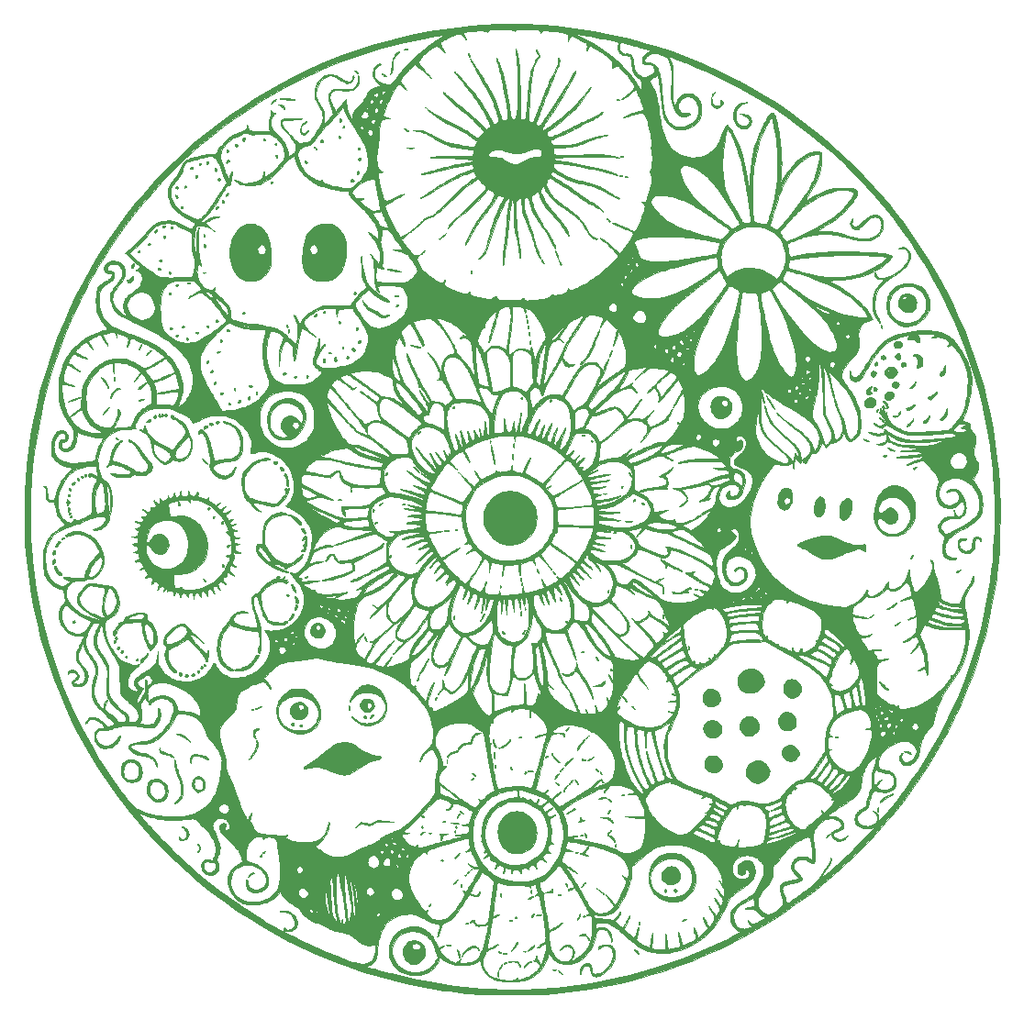
<source format=gbr>
%TF.GenerationSoftware,KiCad,Pcbnew,7.0.1*%
%TF.CreationDate,2023-09-06T22:29:08-07:00*%
%TF.ProjectId,flower_08,666c6f77-6572-45f3-9038-2e6b69636164,rev?*%
%TF.SameCoordinates,Original*%
%TF.FileFunction,Soldermask,Bot*%
%TF.FilePolarity,Negative*%
%FSLAX46Y46*%
G04 Gerber Fmt 4.6, Leading zero omitted, Abs format (unit mm)*
G04 Created by KiCad (PCBNEW 7.0.1) date 2023-09-06 22:29:08*
%MOMM*%
%LPD*%
G01*
G04 APERTURE LIST*
%ADD10C,0.010000*%
G04 APERTURE END LIST*
%TO.C,G\u002A\u002A\u002A*%
D10*
X25005737Y-70036725D02*
X25511015Y-70036725D01*
X25517360Y-71371431D01*
X25565421Y-72699857D01*
X25603937Y-73344334D01*
X25714426Y-74671033D01*
X25866246Y-75994238D01*
X26058964Y-77312496D01*
X26292144Y-78624356D01*
X26565352Y-79928365D01*
X26878153Y-81223072D01*
X27230113Y-82507023D01*
X27620797Y-83778767D01*
X28049771Y-85036852D01*
X28516600Y-86279825D01*
X29020850Y-87506235D01*
X29562086Y-88714628D01*
X30139874Y-89903554D01*
X30753778Y-91071559D01*
X31088308Y-91672232D01*
X31753427Y-92801819D01*
X32452928Y-93908558D01*
X33188576Y-94995143D01*
X33962134Y-96064271D01*
X33963986Y-96066750D01*
X34165731Y-96334559D01*
X34346848Y-96569930D01*
X34510128Y-96775690D01*
X34658362Y-96954668D01*
X34794340Y-97109691D01*
X34920854Y-97243587D01*
X35040694Y-97359184D01*
X35156650Y-97459309D01*
X35271515Y-97546791D01*
X35388077Y-97624458D01*
X35509129Y-97695137D01*
X35635917Y-97760895D01*
X35877692Y-97867825D01*
X36155159Y-97969115D01*
X36461872Y-98063197D01*
X36791385Y-98148505D01*
X37137252Y-98223472D01*
X37493029Y-98286532D01*
X37852269Y-98336117D01*
X38112417Y-98362856D01*
X38225088Y-98369738D01*
X38368911Y-98374030D01*
X38535653Y-98375883D01*
X38717081Y-98375452D01*
X38904962Y-98372890D01*
X39091062Y-98368348D01*
X39267149Y-98361981D01*
X39424988Y-98353941D01*
X39556347Y-98344382D01*
X39647000Y-98334338D01*
X40016308Y-98267565D01*
X40357173Y-98176198D01*
X40677563Y-98057232D01*
X40985449Y-97907665D01*
X41288800Y-97724494D01*
X41319167Y-97704231D01*
X41402600Y-97642101D01*
X42871940Y-97642101D01*
X42875746Y-97679803D01*
X42886750Y-97710184D01*
X42926216Y-97775798D01*
X42990594Y-97852795D01*
X43068802Y-97930278D01*
X43149755Y-97997347D01*
X43222373Y-98043105D01*
X43227996Y-98045749D01*
X43343954Y-98079985D01*
X43465084Y-98084442D01*
X43575841Y-98059038D01*
X43600718Y-98047688D01*
X43699682Y-97979970D01*
X43783746Y-97890921D01*
X43845493Y-97790974D01*
X43877507Y-97690561D01*
X43880334Y-97654401D01*
X43868226Y-97574546D01*
X43836647Y-97478794D01*
X43792709Y-97384190D01*
X43743527Y-97307783D01*
X43728552Y-97290687D01*
X43668973Y-97240997D01*
X43603963Y-97203238D01*
X43587756Y-97196913D01*
X43507285Y-97183070D01*
X43405823Y-97182723D01*
X43301770Y-97194436D01*
X43213523Y-97216775D01*
X43187155Y-97228165D01*
X43093402Y-97294615D01*
X43003451Y-97390737D01*
X42928172Y-97504465D01*
X42914657Y-97530656D01*
X42884134Y-97597373D01*
X42871940Y-97642101D01*
X41402600Y-97642101D01*
X41646267Y-97460651D01*
X41938844Y-97193648D01*
X42196292Y-96904063D01*
X42418006Y-96592734D01*
X42603382Y-96260502D01*
X42751816Y-95908206D01*
X42853732Y-95573046D01*
X42903401Y-95359148D01*
X42953523Y-95112188D01*
X43002695Y-94841395D01*
X43049515Y-94556000D01*
X43092579Y-94265233D01*
X43130485Y-93978324D01*
X43161832Y-93704504D01*
X43185215Y-93453003D01*
X43193626Y-93336250D01*
X43195416Y-93165811D01*
X43177672Y-92997987D01*
X43138679Y-92829198D01*
X43076721Y-92655866D01*
X42990082Y-92474410D01*
X42877049Y-92281251D01*
X42735905Y-92072809D01*
X42564935Y-91845505D01*
X42362424Y-91595759D01*
X42355862Y-91587905D01*
X42209363Y-91407788D01*
X42088567Y-91246873D01*
X41987870Y-91095863D01*
X41901671Y-90945460D01*
X41824369Y-90786368D01*
X41784268Y-90690417D01*
X42982831Y-90690417D01*
X42985381Y-90815410D01*
X42993139Y-90934448D01*
X43007409Y-91053623D01*
X43029498Y-91179027D01*
X43060712Y-91316749D01*
X43102355Y-91472881D01*
X43155734Y-91653515D01*
X43222155Y-91864741D01*
X43258920Y-91978379D01*
X43345896Y-92253614D01*
X43416375Y-92495933D01*
X43471532Y-92710890D01*
X43512541Y-92904036D01*
X43540578Y-93080924D01*
X43556815Y-93247108D01*
X43562428Y-93408140D01*
X43562446Y-93413382D01*
X43567364Y-93572884D01*
X43580382Y-93739574D01*
X43599986Y-93900767D01*
X43624661Y-94043775D01*
X43649921Y-94146340D01*
X43671392Y-94205895D01*
X43708375Y-94296109D01*
X43757659Y-94409675D01*
X43816031Y-94539285D01*
X43880278Y-94677631D01*
X43921852Y-94765000D01*
X44043214Y-95021757D01*
X44150425Y-95258585D01*
X44247050Y-95484639D01*
X44336656Y-95709073D01*
X44422810Y-95941042D01*
X44509078Y-96189700D01*
X44599026Y-96464201D01*
X44664021Y-96670000D01*
X44803698Y-97089714D01*
X44949298Y-97471867D01*
X45102611Y-97821031D01*
X45165547Y-97950584D01*
X45261931Y-98140695D01*
X45343187Y-98294622D01*
X45411059Y-98415008D01*
X45467286Y-98504497D01*
X45513610Y-98565730D01*
X45551773Y-98601352D01*
X45583517Y-98614005D01*
X45600927Y-98611402D01*
X45620189Y-98588627D01*
X45651354Y-98534778D01*
X45690124Y-98457889D01*
X45732203Y-98365997D01*
X45732446Y-98365442D01*
X45785442Y-98250833D01*
X45835536Y-98154652D01*
X45880050Y-98080831D01*
X45916306Y-98033301D01*
X45941628Y-98015992D01*
X45953337Y-98032834D01*
X45953807Y-98040458D01*
X45947542Y-98085914D01*
X45930457Y-98153947D01*
X45912932Y-98209791D01*
X45861093Y-98381348D01*
X45826042Y-98541674D01*
X45808648Y-98684051D01*
X45809779Y-98801758D01*
X45826489Y-98878819D01*
X45860043Y-98926373D01*
X45905525Y-98959695D01*
X45954354Y-98999108D01*
X45976898Y-99061956D01*
X45996302Y-99128474D01*
X46033753Y-99218648D01*
X46083555Y-99321087D01*
X46140011Y-99424400D01*
X46197424Y-99517196D01*
X46222487Y-99553076D01*
X46328125Y-99672839D01*
X46457028Y-99771974D01*
X46565238Y-99833036D01*
X46655258Y-99873933D01*
X46751341Y-99907542D01*
X46859767Y-99935024D01*
X46986816Y-99957538D01*
X47138768Y-99976245D01*
X47321903Y-99992302D01*
X47489250Y-100003662D01*
X47641482Y-100014030D01*
X47791316Y-100025984D01*
X47929567Y-100038660D01*
X48047050Y-100051195D01*
X48134582Y-100062728D01*
X48156000Y-100066288D01*
X48342554Y-100098537D01*
X48495831Y-100120954D01*
X48623679Y-100133764D01*
X48733943Y-100137188D01*
X48834469Y-100131450D01*
X48933104Y-100116772D01*
X49037693Y-100093376D01*
X49045000Y-100091530D01*
X49145393Y-100066257D01*
X49211805Y-100050692D01*
X49251239Y-100043932D01*
X49270696Y-100045077D01*
X49277179Y-100053224D01*
X49277753Y-100061555D01*
X49262013Y-100087114D01*
X49220775Y-100128573D01*
X49162876Y-100177072D01*
X49161336Y-100178264D01*
X49103377Y-100225357D01*
X49061700Y-100263666D01*
X49045024Y-100285152D01*
X49045000Y-100285524D01*
X49063534Y-100300460D01*
X49111683Y-100321653D01*
X49166709Y-100340555D01*
X49272571Y-100377994D01*
X49343765Y-100415798D01*
X49387725Y-100458726D01*
X49406072Y-100493842D01*
X49429362Y-100531904D01*
X49460859Y-100533641D01*
X49463336Y-100532667D01*
X49526426Y-100510005D01*
X49563352Y-100508853D01*
X49585269Y-100530740D01*
X49594000Y-100550577D01*
X49605740Y-100573699D01*
X49624586Y-100593057D01*
X49654796Y-100609440D01*
X49700628Y-100623636D01*
X49766340Y-100636433D01*
X49856190Y-100648617D01*
X49974435Y-100660976D01*
X50125334Y-100674298D01*
X50313145Y-100689371D01*
X50366929Y-100693549D01*
X50670826Y-100714138D01*
X50937756Y-100725416D01*
X51172180Y-100726794D01*
X51378555Y-100717681D01*
X51561343Y-100697487D01*
X51725001Y-100665620D01*
X51873990Y-100621491D01*
X52012768Y-100564510D01*
X52145795Y-100494084D01*
X52220000Y-100448191D01*
X52400440Y-100311682D01*
X52556646Y-100150703D01*
X52690361Y-99962324D01*
X52803332Y-99743611D01*
X52897301Y-99491634D01*
X52974013Y-99203460D01*
X52981850Y-99167667D01*
X53003595Y-99071712D01*
X53024683Y-98988023D01*
X53042291Y-98927338D01*
X53051253Y-98903868D01*
X53068264Y-98876786D01*
X53080710Y-98884914D01*
X53093037Y-98914451D01*
X53103578Y-98974483D01*
X53103995Y-99064540D01*
X53095275Y-99173799D01*
X53078404Y-99291434D01*
X53054369Y-99406621D01*
X53044872Y-99442834D01*
X52979267Y-99636381D01*
X52889937Y-99837210D01*
X52781210Y-100039326D01*
X52657415Y-100236734D01*
X52522882Y-100423437D01*
X52381940Y-100593441D01*
X52238918Y-100740751D01*
X52098146Y-100859370D01*
X51963953Y-100943304D01*
X51959923Y-100945298D01*
X51889401Y-100981395D01*
X51834929Y-101012103D01*
X51806824Y-101031550D01*
X51805486Y-101033189D01*
X51806805Y-101067868D01*
X51834620Y-101120430D01*
X51881993Y-101182790D01*
X51941984Y-101246868D01*
X52007653Y-101304579D01*
X52072061Y-101347843D01*
X52078586Y-101351279D01*
X52150193Y-101378113D01*
X52211774Y-101384314D01*
X52217388Y-101383462D01*
X52279842Y-101383824D01*
X52327369Y-101405883D01*
X52346979Y-101443482D01*
X52347000Y-101444879D01*
X52367413Y-101516127D01*
X52427494Y-101593990D01*
X52525503Y-101676273D01*
X52536261Y-101683916D01*
X52661546Y-101762114D01*
X52812884Y-101841644D01*
X52974861Y-101915331D01*
X53132060Y-101975999D01*
X53228832Y-102006286D01*
X53435700Y-102048653D01*
X53671524Y-102071662D01*
X53927506Y-102075108D01*
X54194849Y-102058785D01*
X54396362Y-102033623D01*
X54503007Y-102014600D01*
X54611987Y-101990726D01*
X54703910Y-101966360D01*
X54724445Y-101959879D01*
X54823133Y-101921271D01*
X54947300Y-101863845D01*
X55087362Y-101792500D01*
X55233733Y-101712136D01*
X55326819Y-101657178D01*
X57791396Y-101657178D01*
X57816650Y-101718103D01*
X57869154Y-101765408D01*
X57944493Y-101790437D01*
X57974490Y-101792334D01*
X58040057Y-101784419D01*
X58088771Y-101753546D01*
X58113035Y-101727209D01*
X58157616Y-101651411D01*
X58164133Y-101580582D01*
X58144076Y-101541327D01*
X58741247Y-101541327D01*
X58743038Y-101618395D01*
X58764842Y-101691011D01*
X58802171Y-101750831D01*
X58850538Y-101789513D01*
X58905455Y-101798712D01*
X58936258Y-101788481D01*
X58972723Y-101757342D01*
X59011363Y-101707695D01*
X59015554Y-101701024D01*
X59052991Y-101607807D01*
X59049589Y-101520419D01*
X59005600Y-101442172D01*
X58994962Y-101430872D01*
X58926647Y-101381908D01*
X58862839Y-101374920D01*
X58805125Y-101409652D01*
X58763958Y-101468150D01*
X58741247Y-101541327D01*
X58144076Y-101541327D01*
X58133837Y-101521289D01*
X58067977Y-101480101D01*
X58065845Y-101479346D01*
X57972009Y-101467159D01*
X57884073Y-101496206D01*
X57840290Y-101529104D01*
X57797804Y-101591293D01*
X57791396Y-101657178D01*
X55326819Y-101657178D01*
X55376828Y-101627653D01*
X55389079Y-101620101D01*
X55617427Y-101483956D01*
X55826337Y-101371397D01*
X55993172Y-101293193D01*
X59714386Y-101293193D01*
X59742903Y-101357497D01*
X59757242Y-101377203D01*
X59820259Y-101438019D01*
X59895050Y-101481827D01*
X59971682Y-101505921D01*
X60040224Y-101507597D01*
X60090744Y-101484152D01*
X60101471Y-101470920D01*
X60109637Y-101420767D01*
X60082196Y-101361525D01*
X60023034Y-101299356D01*
X59968148Y-101259492D01*
X59882995Y-101217562D01*
X59809509Y-101203056D01*
X59753223Y-101212884D01*
X59719671Y-101243960D01*
X59714386Y-101293193D01*
X55993172Y-101293193D01*
X56027357Y-101277169D01*
X56232038Y-101196019D01*
X56451931Y-101122691D01*
X56541215Y-101095979D01*
X56816324Y-101005268D01*
X56944979Y-100950398D01*
X58240575Y-100950398D01*
X58246963Y-101022034D01*
X58268080Y-101081937D01*
X58302429Y-101117067D01*
X58311914Y-101120244D01*
X58380627Y-101118446D01*
X58454444Y-101092572D01*
X58510823Y-101050606D01*
X58511792Y-101049447D01*
X58545405Y-100983053D01*
X58536869Y-100917661D01*
X58486367Y-100854561D01*
X58483709Y-100852298D01*
X58418615Y-100813339D01*
X58351806Y-100798320D01*
X58296584Y-100809067D01*
X58277960Y-100824077D01*
X58250409Y-100880066D01*
X58240575Y-100950398D01*
X56944979Y-100950398D01*
X57064840Y-100899279D01*
X57292469Y-100775193D01*
X58914100Y-100775193D01*
X58929020Y-100816703D01*
X58975078Y-100893061D01*
X59038183Y-100952581D01*
X59109567Y-100991610D01*
X59180458Y-101006489D01*
X59242087Y-100993565D01*
X59277883Y-100962124D01*
X59303266Y-100909674D01*
X59310834Y-100870563D01*
X59291533Y-100813536D01*
X59240997Y-100763049D01*
X59170271Y-100723581D01*
X59090404Y-100699606D01*
X59012441Y-100695603D01*
X58947429Y-100716048D01*
X58940719Y-100720579D01*
X58915652Y-100745048D01*
X58914100Y-100775193D01*
X57292469Y-100775193D01*
X57299026Y-100771619D01*
X57531144Y-100615894D01*
X57679163Y-100502632D01*
X57790468Y-100417171D01*
X58760500Y-100417171D01*
X58777053Y-100458127D01*
X58818851Y-100476878D01*
X58874104Y-100471721D01*
X58930177Y-100441645D01*
X58961039Y-100398514D01*
X58963225Y-100353114D01*
X58939289Y-100319564D01*
X58906496Y-100310667D01*
X58851298Y-100323927D01*
X58799295Y-100356322D01*
X58765675Y-100396769D01*
X58760500Y-100417171D01*
X57790468Y-100417171D01*
X57818048Y-100395995D01*
X57963480Y-100291591D01*
X58106744Y-100195202D01*
X58239122Y-100112609D01*
X58351898Y-100049594D01*
X58391050Y-100030481D01*
X58452470Y-100003962D01*
X58544328Y-99966493D01*
X58624858Y-99934614D01*
X59785665Y-99934614D01*
X59786734Y-99959420D01*
X59801832Y-100013095D01*
X59827237Y-100086074D01*
X59859230Y-100168791D01*
X59894091Y-100251682D01*
X59928101Y-100325180D01*
X59957539Y-100379723D01*
X59960724Y-100384750D01*
X60073375Y-100535987D01*
X60207297Y-100679480D01*
X60355694Y-100810321D01*
X60511773Y-100923602D01*
X60668739Y-101014413D01*
X60819798Y-101077847D01*
X60958156Y-101108994D01*
X60963993Y-101109560D01*
X61034718Y-101114549D01*
X61079415Y-101109656D01*
X61114167Y-101089328D01*
X61155058Y-101048012D01*
X61160992Y-101041542D01*
X61215093Y-100991373D01*
X61251782Y-100979449D01*
X61272661Y-101006192D01*
X61279333Y-101072025D01*
X61279334Y-101072716D01*
X61288757Y-101136992D01*
X61319021Y-101182521D01*
X61373113Y-101209625D01*
X61454021Y-101218624D01*
X61564733Y-101209842D01*
X61708237Y-101183598D01*
X61887521Y-101140214D01*
X61893167Y-101138734D01*
X62007512Y-101108034D01*
X62151095Y-101068444D01*
X62312579Y-101023151D01*
X62480627Y-100975341D01*
X62643901Y-100928201D01*
X62686917Y-100915644D01*
X62823850Y-100876396D01*
X62993217Y-100829190D01*
X63186388Y-100776354D01*
X63394734Y-100720217D01*
X63609623Y-100663106D01*
X63822426Y-100607351D01*
X63988667Y-100564442D01*
X64199971Y-100509945D01*
X64408408Y-100455468D01*
X64609898Y-100402135D01*
X64800360Y-100351065D01*
X64975714Y-100303382D01*
X65131880Y-100260205D01*
X65264777Y-100222658D01*
X65370327Y-100191861D01*
X65444447Y-100168936D01*
X65483058Y-100155005D01*
X65487417Y-100152472D01*
X65469847Y-100150319D01*
X65416773Y-100148827D01*
X65335021Y-100148070D01*
X65231415Y-100148124D01*
X65149003Y-100148692D01*
X65000681Y-100148818D01*
X64890419Y-100145875D01*
X64814034Y-100139609D01*
X64767347Y-100129764D01*
X64761615Y-100127222D01*
X65519722Y-100127222D01*
X65522628Y-100139806D01*
X65533834Y-100141334D01*
X65551256Y-100133589D01*
X65547945Y-100127222D01*
X65522825Y-100124689D01*
X65519722Y-100127222D01*
X64761615Y-100127222D01*
X64755959Y-100124714D01*
X64718707Y-100096561D01*
X64713922Y-100072289D01*
X64743234Y-100051459D01*
X64808270Y-100033633D01*
X64910659Y-100018371D01*
X65052030Y-100005234D01*
X65234012Y-99993782D01*
X65243508Y-99993283D01*
X65402161Y-99983994D01*
X65525446Y-99973911D01*
X65620324Y-99961714D01*
X65693755Y-99946081D01*
X65752703Y-99925692D01*
X65786110Y-99908500D01*
X66330298Y-99908500D01*
X66331822Y-100127645D01*
X66338709Y-100316875D01*
X66352169Y-100488404D01*
X66373411Y-100654448D01*
X66403644Y-100827220D01*
X66437101Y-100987519D01*
X66536408Y-101351197D01*
X66671901Y-101711703D01*
X66840270Y-102064258D01*
X67038205Y-102404081D01*
X67262396Y-102726392D01*
X67509533Y-103026411D01*
X67776305Y-103299358D01*
X68059402Y-103540452D01*
X68339901Y-103735293D01*
X68669215Y-103916764D01*
X69025997Y-104071025D01*
X69403574Y-104195901D01*
X69795275Y-104289216D01*
X70194430Y-104348795D01*
X70232834Y-104352653D01*
X70368677Y-104361260D01*
X70534448Y-104364829D01*
X70718083Y-104363695D01*
X70907520Y-104358191D01*
X71090696Y-104348652D01*
X71255546Y-104335413D01*
X71375834Y-104320973D01*
X71734879Y-104254650D01*
X72062525Y-104165383D01*
X72364599Y-104050384D01*
X72646931Y-103906863D01*
X72915347Y-103732031D01*
X73175677Y-103523099D01*
X73319427Y-103390811D01*
X73543354Y-103161333D01*
X73739324Y-102928249D01*
X73914519Y-102681560D01*
X74076119Y-102411264D01*
X74094455Y-102375683D01*
X74562372Y-102375683D01*
X74566370Y-102431482D01*
X74586005Y-102487022D01*
X74624193Y-102545413D01*
X74683852Y-102609769D01*
X74767898Y-102683200D01*
X74879248Y-102768820D01*
X75020819Y-102869739D01*
X75195528Y-102989070D01*
X75211710Y-102999967D01*
X75388264Y-103119743D01*
X75546593Y-103229124D01*
X75683926Y-103326087D01*
X75797495Y-103408614D01*
X75884529Y-103474681D01*
X75942261Y-103522269D01*
X75967921Y-103549356D01*
X75969000Y-103552659D01*
X75965031Y-103567272D01*
X75950725Y-103571924D01*
X75922483Y-103564789D01*
X75876706Y-103544044D01*
X75809795Y-103507866D01*
X75718151Y-103454430D01*
X75598175Y-103381912D01*
X75446268Y-103288490D01*
X75439695Y-103284427D01*
X75267978Y-103179223D01*
X75130705Y-103097224D01*
X75027172Y-103038038D01*
X74956678Y-103001273D01*
X74918517Y-102986537D01*
X74910667Y-102989212D01*
X74918885Y-103016301D01*
X74945063Y-103063433D01*
X74991491Y-103134152D01*
X75060454Y-103232004D01*
X75121744Y-103316334D01*
X75251667Y-103497588D01*
X75386966Y-103693567D01*
X75523912Y-103898343D01*
X75658777Y-104105984D01*
X75787832Y-104310562D01*
X75907348Y-104506146D01*
X76013596Y-104686806D01*
X76102847Y-104846613D01*
X76171374Y-104979637D01*
X76182962Y-105003999D01*
X76235996Y-105111736D01*
X76307567Y-105248451D01*
X76393774Y-105407221D01*
X76490715Y-105581124D01*
X76594491Y-105763238D01*
X76701201Y-105946643D01*
X76806943Y-106124417D01*
X76904119Y-106283669D01*
X77057094Y-106521808D01*
X77198219Y-106722475D01*
X77329627Y-106888154D01*
X77453457Y-107021329D01*
X77571843Y-107124482D01*
X77686922Y-107200098D01*
X77696907Y-107205488D01*
X77820598Y-107260538D01*
X77947358Y-107293613D01*
X78085028Y-107305140D01*
X78241447Y-107295549D01*
X78424456Y-107265270D01*
X78498417Y-107249375D01*
X78603489Y-107221913D01*
X78711278Y-107187602D01*
X78801950Y-107152885D01*
X78818764Y-107145302D01*
X78943483Y-107078070D01*
X79061657Y-106998711D01*
X79167436Y-106912714D01*
X79254966Y-106825568D01*
X79318397Y-106742760D01*
X79351877Y-106669780D01*
X79355612Y-106641748D01*
X79341161Y-106582630D01*
X79299463Y-106496665D01*
X79232870Y-106387270D01*
X79143735Y-106257864D01*
X79034411Y-106111864D01*
X78907248Y-105952688D01*
X78767271Y-105786839D01*
X78701029Y-105709006D01*
X78647164Y-105643200D01*
X78610594Y-105595622D01*
X78596239Y-105572477D01*
X78596388Y-105571390D01*
X78616204Y-105579522D01*
X78659668Y-105611957D01*
X78720540Y-105663017D01*
X78792582Y-105727025D01*
X78869554Y-105798301D01*
X78945216Y-105871168D01*
X79013329Y-105939949D01*
X79067654Y-105998965D01*
X79072744Y-106004879D01*
X79138313Y-106085525D01*
X79214528Y-106184949D01*
X79288792Y-106286545D01*
X79317890Y-106328071D01*
X79387640Y-106427441D01*
X79439634Y-106493410D01*
X79479285Y-106528009D01*
X79512010Y-106533265D01*
X79543221Y-106511208D01*
X79578334Y-106463866D01*
X79597993Y-106433029D01*
X79658133Y-106330776D01*
X79731343Y-106196351D01*
X79814341Y-106036633D01*
X79903844Y-105858498D01*
X79996570Y-105668823D01*
X80089236Y-105474484D01*
X80178561Y-105282358D01*
X80261262Y-105099322D01*
X80334056Y-104932253D01*
X80393662Y-104788028D01*
X80433963Y-104681612D01*
X80475717Y-104549886D01*
X80497149Y-104439430D01*
X80496110Y-104342168D01*
X80470450Y-104250026D01*
X80418021Y-104154928D01*
X80336672Y-104048797D01*
X80235361Y-103935459D01*
X80177602Y-103871221D01*
X80135583Y-103820197D01*
X80114374Y-103788825D01*
X80114482Y-103782000D01*
X80140196Y-103792920D01*
X80193023Y-103822514D01*
X80264814Y-103866032D01*
X80333422Y-103909619D01*
X80418562Y-103961862D01*
X80493254Y-104002330D01*
X80548713Y-104026553D01*
X80572750Y-104031327D01*
X80616159Y-104004980D01*
X80653765Y-103943160D01*
X80684207Y-103852495D01*
X80706124Y-103739612D01*
X80718154Y-103611138D01*
X80718937Y-103473700D01*
X80710457Y-103360933D01*
X80666001Y-103104557D01*
X80592363Y-102866993D01*
X80488054Y-102646702D01*
X80351587Y-102442144D01*
X80181472Y-102251779D01*
X79976222Y-102074068D01*
X79734347Y-101907469D01*
X79454359Y-101750444D01*
X79134771Y-101601453D01*
X78928296Y-101517183D01*
X78746856Y-101448845D01*
X78561470Y-101384061D01*
X78368022Y-101321760D01*
X78162395Y-101260868D01*
X77940472Y-101200316D01*
X77698136Y-101139030D01*
X77431273Y-101075940D01*
X77135763Y-101009972D01*
X76807493Y-100940056D01*
X76442344Y-100865120D01*
X76360584Y-100848644D01*
X76092351Y-100795374D01*
X75862538Y-100751215D01*
X75668306Y-100715784D01*
X75506820Y-100688700D01*
X75375243Y-100669581D01*
X75270738Y-100658045D01*
X75190468Y-100653711D01*
X75131596Y-100656197D01*
X75091286Y-100665122D01*
X75072197Y-100675296D01*
X75054256Y-100704386D01*
X75030577Y-100764023D01*
X75003580Y-100845276D01*
X74975684Y-100939218D01*
X74949310Y-101036918D01*
X74926878Y-101129447D01*
X74910808Y-101207875D01*
X74903519Y-101263274D01*
X74906625Y-101286205D01*
X74930457Y-101297785D01*
X74986729Y-101321647D01*
X75068365Y-101354892D01*
X75168289Y-101394619D01*
X75233459Y-101420120D01*
X75339645Y-101462601D01*
X75430338Y-101501117D01*
X75498854Y-101532650D01*
X75538507Y-101554180D01*
X75545667Y-101561123D01*
X75541408Y-101573601D01*
X75523877Y-101578891D01*
X75485938Y-101576597D01*
X75420458Y-101566319D01*
X75326847Y-101548913D01*
X75174373Y-101524038D01*
X75055279Y-101516086D01*
X74963432Y-101526784D01*
X74892698Y-101557856D01*
X74836946Y-101611031D01*
X74790043Y-101688033D01*
X74783317Y-101701903D01*
X74750411Y-101778999D01*
X74710490Y-101883627D01*
X74668109Y-102002599D01*
X74627821Y-102122725D01*
X74594182Y-102230817D01*
X74571744Y-102313685D01*
X74571093Y-102316511D01*
X74562372Y-102375683D01*
X74094455Y-102375683D01*
X74211661Y-102148257D01*
X74361738Y-101804298D01*
X74487045Y-101445835D01*
X74586498Y-101079184D01*
X74659014Y-100710661D01*
X74703510Y-100346579D01*
X74718904Y-99993254D01*
X74704112Y-99657002D01*
X74676069Y-99440195D01*
X74645732Y-99276912D01*
X74607790Y-99099290D01*
X74564234Y-98914625D01*
X74517051Y-98730211D01*
X74468230Y-98553345D01*
X74419760Y-98391322D01*
X74373631Y-98251438D01*
X74331831Y-98140988D01*
X74307155Y-98086928D01*
X74251182Y-97990454D01*
X74171911Y-97871405D01*
X74146373Y-97835963D01*
X74582013Y-97835963D01*
X74585634Y-97881184D01*
X74623675Y-97940052D01*
X74633270Y-97951278D01*
X74663386Y-97994008D01*
X74695322Y-98057174D01*
X74730416Y-98144553D01*
X74770007Y-98259921D01*
X74815432Y-98407056D01*
X74868029Y-98589735D01*
X74899200Y-98702000D01*
X74930065Y-98804455D01*
X74965114Y-98905738D01*
X74998440Y-98989220D01*
X75010046Y-99014065D01*
X75065610Y-99125046D01*
X75051367Y-99696130D01*
X75047346Y-99871899D01*
X75045130Y-100009297D01*
X75044808Y-100112249D01*
X75046466Y-100184681D01*
X75050191Y-100230521D01*
X75056071Y-100253695D01*
X75063854Y-100258252D01*
X75094119Y-100250399D01*
X75156553Y-100235708D01*
X75241947Y-100216303D01*
X75337870Y-100195016D01*
X75474272Y-100167707D01*
X75606149Y-100146089D01*
X75728571Y-100130405D01*
X75836610Y-100120897D01*
X75925336Y-100117807D01*
X75989820Y-100121379D01*
X76025132Y-100131854D01*
X76026344Y-100149475D01*
X76011334Y-100161886D01*
X75980432Y-100173657D01*
X75917027Y-100192343D01*
X75829951Y-100215737D01*
X75728041Y-100241628D01*
X75620129Y-100267808D01*
X75515051Y-100292069D01*
X75421640Y-100312201D01*
X75369461Y-100322375D01*
X75318896Y-100334943D01*
X75306731Y-100347542D01*
X75333865Y-100360519D01*
X75401198Y-100374221D01*
X75509629Y-100388994D01*
X75556250Y-100394348D01*
X75853047Y-100432632D01*
X76181707Y-100484616D01*
X76534672Y-100548577D01*
X76904381Y-100622789D01*
X77283274Y-100705529D01*
X77663793Y-100795073D01*
X78038378Y-100889696D01*
X78399469Y-100987674D01*
X78739506Y-101087284D01*
X79050930Y-101186799D01*
X79092960Y-101201016D01*
X79264386Y-101261461D01*
X79403001Y-101315348D01*
X79517058Y-101366393D01*
X79614813Y-101418312D01*
X79704521Y-101474821D01*
X79710914Y-101479183D01*
X79837244Y-101554190D01*
X79980823Y-101615651D01*
X80143942Y-101666292D01*
X80255366Y-101687057D01*
X80396767Y-101699496D01*
X80556660Y-101703821D01*
X80723559Y-101700243D01*
X80885976Y-101688974D01*
X81032428Y-101670225D01*
X81137868Y-101648005D01*
X81345726Y-101580928D01*
X81524519Y-101497680D01*
X81676973Y-101394839D01*
X81805815Y-101268983D01*
X81913774Y-101116689D01*
X82003576Y-100934532D01*
X82077949Y-100719091D01*
X82139620Y-100466943D01*
X82159325Y-100366049D01*
X82186074Y-100205174D01*
X82211167Y-100024385D01*
X82234045Y-99830780D01*
X82254146Y-99631460D01*
X82270910Y-99433523D01*
X82283776Y-99244069D01*
X82292182Y-99070198D01*
X82295568Y-98919009D01*
X82293372Y-98797601D01*
X82288247Y-98734399D01*
X82273433Y-98652336D01*
X82248786Y-98594517D01*
X82206442Y-98542895D01*
X82203503Y-98539937D01*
X82134425Y-98470859D01*
X81724004Y-98472199D01*
X81541126Y-98471436D01*
X81384320Y-98467062D01*
X81241262Y-98457905D01*
X81099631Y-98442797D01*
X80947101Y-98420567D01*
X80771350Y-98390045D01*
X80680611Y-98373144D01*
X80561315Y-98349517D01*
X80472432Y-98329709D01*
X80416015Y-98314465D01*
X80394118Y-98304529D01*
X80408796Y-98300644D01*
X80462104Y-98303557D01*
X80498667Y-98307220D01*
X80694649Y-98325828D01*
X80899392Y-98340316D01*
X81106637Y-98350631D01*
X81310120Y-98356724D01*
X81503582Y-98358543D01*
X81680760Y-98356039D01*
X81835393Y-98349160D01*
X81961220Y-98337856D01*
X82051980Y-98322076D01*
X82060319Y-98319851D01*
X82147538Y-98283910D01*
X82200643Y-98231145D01*
X82223670Y-98155008D01*
X82221689Y-98058045D01*
X82194466Y-97889778D01*
X82147867Y-97697238D01*
X82085064Y-97491979D01*
X82010452Y-97288617D01*
X81938072Y-97115318D01*
X81861680Y-96946793D01*
X81843787Y-96910220D01*
X82260095Y-96910220D01*
X82286246Y-97020995D01*
X82346057Y-97131015D01*
X82368334Y-97162117D01*
X82444232Y-97281413D01*
X82491365Y-97404385D01*
X82511860Y-97502568D01*
X82553608Y-97658469D01*
X82632028Y-97832512D01*
X82746209Y-98023364D01*
X82895236Y-98229688D01*
X83078197Y-98450149D01*
X83294180Y-98683413D01*
X83376128Y-98766556D01*
X83693540Y-99068544D01*
X84001271Y-99330340D01*
X84299117Y-99551809D01*
X84586870Y-99732816D01*
X84864328Y-99873224D01*
X85131283Y-99972898D01*
X85250584Y-100005052D01*
X85403766Y-100026966D01*
X85578145Y-100028634D01*
X85758280Y-100011014D01*
X85928729Y-99975069D01*
X85979081Y-99959728D01*
X86081340Y-99920458D01*
X86131040Y-99897374D01*
X86589619Y-99897374D01*
X86872601Y-100035382D01*
X87170126Y-100179573D01*
X87432469Y-100304716D01*
X87661769Y-100411743D01*
X87860166Y-100501589D01*
X88029798Y-100575188D01*
X88172803Y-100633472D01*
X88291322Y-100677377D01*
X88387493Y-100707835D01*
X88446750Y-100722522D01*
X88545778Y-100737310D01*
X88613475Y-100731743D01*
X88656475Y-100704201D01*
X88677198Y-100666247D01*
X88690251Y-100570761D01*
X88668944Y-100466637D01*
X88619739Y-100371324D01*
X88906327Y-100371324D01*
X88907081Y-100451479D01*
X88924197Y-100503222D01*
X88960078Y-100532711D01*
X89017129Y-100546103D01*
X89033094Y-100547524D01*
X89089145Y-100553710D01*
X89118255Y-100569673D01*
X89133282Y-100607479D01*
X89141559Y-100649334D01*
X89154487Y-100719025D01*
X89165731Y-100778386D01*
X89168411Y-100792168D01*
X89198557Y-100843256D01*
X89264829Y-100893888D01*
X89361031Y-100942647D01*
X89480965Y-100988117D01*
X89618435Y-101028882D01*
X89767245Y-101063525D01*
X89921199Y-101090630D01*
X90074099Y-101108780D01*
X90219749Y-101116559D01*
X90351952Y-101112551D01*
X90464513Y-101095339D01*
X90478750Y-101091687D01*
X90545102Y-101068265D01*
X90600318Y-101034129D01*
X90648485Y-100983549D01*
X90693688Y-100910794D01*
X90740014Y-100810137D01*
X90791546Y-100675846D01*
X90807977Y-100629993D01*
X90838079Y-100549198D01*
X90863401Y-100488907D01*
X90880716Y-100456358D01*
X90886379Y-100454052D01*
X90885973Y-100481668D01*
X90880057Y-100543949D01*
X90869473Y-100633708D01*
X90855061Y-100743756D01*
X90839909Y-100851468D01*
X90822472Y-100972219D01*
X90807363Y-101077797D01*
X90795551Y-101161346D01*
X90788007Y-101216010D01*
X90785667Y-101234834D01*
X90804729Y-101237790D01*
X90854125Y-101235947D01*
X90907375Y-101231274D01*
X90960125Y-101226196D01*
X91048355Y-101218256D01*
X91165352Y-101208035D01*
X91304402Y-101196112D01*
X91458794Y-101183067D01*
X91621813Y-101169480D01*
X91642917Y-101167735D01*
X91934697Y-101140705D01*
X92187309Y-101110685D01*
X92403863Y-101076852D01*
X92587468Y-101038384D01*
X92741235Y-100994458D01*
X92868273Y-100944252D01*
X92971692Y-100886943D01*
X93054602Y-100821708D01*
X93090129Y-100784965D01*
X93098711Y-100773221D01*
X93413138Y-100773221D01*
X93420600Y-100816293D01*
X93435734Y-100835600D01*
X93452501Y-100850072D01*
X93472875Y-100857681D01*
X93505415Y-100858168D01*
X93558680Y-100851274D01*
X93641229Y-100836741D01*
X93688454Y-100827968D01*
X94082079Y-100740617D01*
X94492399Y-100623418D01*
X94909805Y-100479694D01*
X95324689Y-100312767D01*
X95727443Y-100125959D01*
X95747738Y-100115832D01*
X95903801Y-100034988D01*
X96022696Y-99967046D01*
X96106961Y-99910232D01*
X96159134Y-99862769D01*
X96181755Y-99822880D01*
X96183167Y-99811192D01*
X96179985Y-99784629D01*
X96167057Y-99768713D01*
X96139304Y-99764197D01*
X96091651Y-99771830D01*
X96019020Y-99792364D01*
X95916335Y-99826550D01*
X95798094Y-99868163D01*
X95515734Y-99967783D01*
X95270173Y-100052367D01*
X95058924Y-100122646D01*
X94879499Y-100179351D01*
X94729411Y-100223215D01*
X94606172Y-100254969D01*
X94507295Y-100275344D01*
X94430291Y-100285073D01*
X94379252Y-100285452D01*
X94288750Y-100278917D01*
X94341667Y-100242963D01*
X94379991Y-100224257D01*
X94450372Y-100196637D01*
X94544277Y-100163204D01*
X94653170Y-100127062D01*
X94709302Y-100109338D01*
X94917946Y-100041722D01*
X95120825Y-99970550D01*
X95313083Y-99897900D01*
X95489866Y-99825851D01*
X95646321Y-99756481D01*
X95777591Y-99691868D01*
X95878823Y-99634091D01*
X95945161Y-99585229D01*
X95954162Y-99576341D01*
X95985874Y-99539896D01*
X95989664Y-99518716D01*
X95967010Y-99497603D01*
X95962163Y-99494044D01*
X95908982Y-99474392D01*
X95823925Y-99465443D01*
X95716058Y-99467136D01*
X95594449Y-99479413D01*
X95491759Y-99497143D01*
X95409541Y-99516374D01*
X95297121Y-99545927D01*
X95160666Y-99583908D01*
X95006340Y-99628424D01*
X94840312Y-99677580D01*
X94668747Y-99729482D01*
X94497812Y-99782238D01*
X94333673Y-99833953D01*
X94182497Y-99882732D01*
X94050449Y-99926684D01*
X93943697Y-99963913D01*
X93868407Y-99992525D01*
X93844250Y-100003123D01*
X93725707Y-100067814D01*
X93647731Y-100127274D01*
X93610170Y-100179917D01*
X93612869Y-100224155D01*
X93655676Y-100258403D01*
X93738436Y-100281073D01*
X93860997Y-100290579D01*
X93872086Y-100290720D01*
X93961110Y-100293736D01*
X94046801Y-100300300D01*
X94098250Y-100307033D01*
X94182917Y-100322126D01*
X94003000Y-100371232D01*
X93803438Y-100438869D01*
X93640563Y-100522584D01*
X93515780Y-100621619D01*
X93493499Y-100645479D01*
X93436820Y-100718316D01*
X93413138Y-100773221D01*
X93098711Y-100773221D01*
X93156601Y-100694004D01*
X93214062Y-100580755D01*
X93263443Y-100441710D01*
X93305678Y-100273360D01*
X93341698Y-100072198D01*
X93372435Y-99834714D01*
X93386677Y-99692242D01*
X93665126Y-99692242D01*
X93669048Y-99767476D01*
X93683980Y-99827631D01*
X93708957Y-99861982D01*
X93723506Y-99866167D01*
X93745133Y-99860426D01*
X93802346Y-99844174D01*
X93890126Y-99818865D01*
X94003452Y-99785955D01*
X94137305Y-99746900D01*
X94286664Y-99703153D01*
X94348981Y-99684856D01*
X94528309Y-99631642D01*
X94716640Y-99574824D01*
X94903914Y-99517505D01*
X95080068Y-99462785D01*
X95235041Y-99413763D01*
X95352209Y-99375716D01*
X95738335Y-99247887D01*
X95545072Y-99038444D01*
X95472441Y-98961381D01*
X95408944Y-98897085D01*
X95360503Y-98851329D01*
X95333041Y-98829887D01*
X95330236Y-98829000D01*
X95301698Y-98836118D01*
X95239616Y-98856006D01*
X95150046Y-98886465D01*
X95039043Y-98925297D01*
X94912664Y-98970304D01*
X94776963Y-99019286D01*
X94637996Y-99070046D01*
X94501818Y-99120385D01*
X94374486Y-99168104D01*
X94262053Y-99211005D01*
X94170576Y-99246890D01*
X94107835Y-99272809D01*
X93967335Y-99335953D01*
X93861772Y-99389089D01*
X93785920Y-99435587D01*
X93734551Y-99478815D01*
X93702439Y-99522141D01*
X93694160Y-99539423D01*
X93673175Y-99612650D01*
X93665126Y-99692242D01*
X93386677Y-99692242D01*
X93390451Y-99654500D01*
X93403117Y-99481464D01*
X93411461Y-99296016D01*
X93415545Y-99106433D01*
X93415532Y-99084169D01*
X93708136Y-99084169D01*
X93710013Y-99146109D01*
X93722825Y-99188897D01*
X93750639Y-99213060D01*
X93797523Y-99219125D01*
X93867546Y-99207618D01*
X93964774Y-99179067D01*
X94093278Y-99133997D01*
X94257000Y-99072984D01*
X94469766Y-98991959D01*
X94646120Y-98922688D01*
X94789791Y-98863479D01*
X94904508Y-98812643D01*
X94994000Y-98768486D01*
X95061998Y-98729320D01*
X95112230Y-98693453D01*
X95131640Y-98676425D01*
X95173243Y-98633705D01*
X95196670Y-98595376D01*
X95201735Y-98552368D01*
X95188249Y-98495609D01*
X95156025Y-98416031D01*
X95124828Y-98347526D01*
X95087259Y-98275379D01*
X95047245Y-98223128D01*
X94999713Y-98190548D01*
X94939591Y-98177409D01*
X94861806Y-98183484D01*
X94761285Y-98208546D01*
X94632955Y-98252368D01*
X94471744Y-98314720D01*
X94463850Y-98317873D01*
X94272956Y-98395901D01*
X94118278Y-98464283D01*
X93995834Y-98526648D01*
X93901644Y-98586629D01*
X93831727Y-98647855D01*
X93782101Y-98713958D01*
X93748784Y-98788570D01*
X93727797Y-98875319D01*
X93715156Y-98977839D01*
X93713125Y-99002551D01*
X93708136Y-99084169D01*
X93415532Y-99084169D01*
X93415429Y-98920992D01*
X93411174Y-98747969D01*
X93402841Y-98595641D01*
X93390493Y-98472285D01*
X93381308Y-98416250D01*
X93318422Y-98183050D01*
X93230144Y-97982669D01*
X93115578Y-97813399D01*
X93004245Y-97699105D01*
X92881715Y-97608151D01*
X92726728Y-97518058D01*
X92578796Y-97446841D01*
X93177500Y-97446841D01*
X93192850Y-97481517D01*
X93233569Y-97534068D01*
X93291661Y-97596314D01*
X93359131Y-97660073D01*
X93427982Y-97717166D01*
X93472477Y-97748630D01*
X93543956Y-97786665D01*
X93611218Y-97809537D01*
X93638479Y-97813000D01*
X93697262Y-97821473D01*
X93717443Y-97847083D01*
X93699112Y-97890116D01*
X93671937Y-97922057D01*
X93642636Y-97955343D01*
X93624866Y-97987593D01*
X93615921Y-98030229D01*
X93613094Y-98094676D01*
X93613412Y-98169046D01*
X93619648Y-98300433D01*
X93635517Y-98392699D01*
X93661706Y-98448099D01*
X93698900Y-98468889D01*
X93704648Y-98469167D01*
X93735907Y-98460842D01*
X93799217Y-98437607D01*
X93888093Y-98402072D01*
X93996050Y-98356846D01*
X94116600Y-98304539D01*
X94144381Y-98292245D01*
X94327733Y-98210303D01*
X94476475Y-98142534D01*
X94595029Y-98086716D01*
X94687813Y-98040630D01*
X94759250Y-98002052D01*
X94813759Y-97968764D01*
X94855761Y-97938542D01*
X94867679Y-97928823D01*
X94920665Y-97863140D01*
X94932510Y-97789506D01*
X94903172Y-97707394D01*
X94843332Y-97627792D01*
X94807722Y-97598858D01*
X94762541Y-97584590D01*
X94701738Y-97585618D01*
X94619260Y-97602570D01*
X94509059Y-97636076D01*
X94400664Y-97673856D01*
X94220738Y-97737108D01*
X94078291Y-97783750D01*
X93973653Y-97813687D01*
X93907155Y-97826824D01*
X93879756Y-97823811D01*
X93877122Y-97809361D01*
X93895570Y-97788597D01*
X93938625Y-97759396D01*
X94009811Y-97719635D01*
X94112652Y-97667192D01*
X94250671Y-97599942D01*
X94254149Y-97598271D01*
X94427726Y-97512844D01*
X94566029Y-97438898D01*
X94673161Y-97372374D01*
X94753224Y-97309215D01*
X94810323Y-97245360D01*
X94848137Y-97177506D01*
X95177244Y-97177506D01*
X95178966Y-97338640D01*
X95188188Y-97493891D01*
X95204902Y-97631375D01*
X95217628Y-97696584D01*
X95304548Y-98001691D01*
X95417991Y-98289049D01*
X95555468Y-98555417D01*
X95714495Y-98797555D01*
X95892583Y-99012222D01*
X96087248Y-99196179D01*
X96296002Y-99346184D01*
X96516358Y-99458998D01*
X96592132Y-99487838D01*
X96700544Y-99523074D01*
X96781913Y-99542004D01*
X96847753Y-99545804D01*
X96909576Y-99535649D01*
X96947300Y-99524112D01*
X97014158Y-99495824D01*
X97074190Y-99455980D01*
X97135739Y-99397320D01*
X97207148Y-99312584D01*
X97241786Y-99267869D01*
X97311767Y-99181870D01*
X97374143Y-99121236D01*
X97442005Y-99074406D01*
X97490455Y-99048301D01*
X97572378Y-99000177D01*
X97675578Y-98929032D01*
X97793927Y-98840104D01*
X97921300Y-98738634D01*
X98051570Y-98629861D01*
X98178611Y-98519023D01*
X98296297Y-98411360D01*
X98398502Y-98312112D01*
X98479100Y-98226518D01*
X98531965Y-98159818D01*
X98535284Y-98154715D01*
X98575215Y-98084070D01*
X98591740Y-98025627D01*
X98585217Y-97964795D01*
X98556005Y-97886983D01*
X98542592Y-97857549D01*
X98515751Y-97795494D01*
X98500095Y-97750457D01*
X98498508Y-97734270D01*
X98516297Y-97744027D01*
X98555468Y-97778004D01*
X98608472Y-97829517D01*
X98624159Y-97845546D01*
X98740731Y-97965900D01*
X98827139Y-97917336D01*
X98924992Y-97850769D01*
X99037770Y-97755066D01*
X99158855Y-97637535D01*
X99281631Y-97505481D01*
X99399482Y-97366213D01*
X99505792Y-97227038D01*
X99593943Y-97095263D01*
X99632877Y-97027486D01*
X99678067Y-96933415D01*
X99695336Y-96867959D01*
X99682987Y-96826501D01*
X99639324Y-96804423D01*
X99562649Y-96797109D01*
X99548185Y-96797000D01*
X99480791Y-96789499D01*
X99452775Y-96766721D01*
X99463876Y-96728257D01*
X99486792Y-96700020D01*
X99517668Y-96662689D01*
X99522914Y-96631762D01*
X99505135Y-96586547D01*
X99501918Y-96579879D01*
X99463137Y-96520045D01*
X99396069Y-96438515D01*
X99305615Y-96339874D01*
X99196678Y-96228705D01*
X99127707Y-96161654D01*
X99545138Y-96161654D01*
X99552622Y-96177349D01*
X99590442Y-96196920D01*
X99653362Y-96192386D01*
X99743784Y-96163113D01*
X99864110Y-96108468D01*
X99918127Y-96080943D01*
X100076755Y-95982392D01*
X100244057Y-95849817D01*
X100414758Y-95689165D01*
X100583587Y-95506383D01*
X100745271Y-95307419D01*
X100894538Y-95098219D01*
X101026116Y-94884731D01*
X101097665Y-94750485D01*
X101134818Y-94669879D01*
X101160862Y-94601283D01*
X101172122Y-94554983D01*
X101171368Y-94544110D01*
X101139985Y-94518463D01*
X101087543Y-94511000D01*
X100996841Y-94531478D01*
X100898274Y-94592196D01*
X100793214Y-94692079D01*
X100686520Y-94825201D01*
X100607764Y-94931837D01*
X100527923Y-95034065D01*
X100441884Y-95137748D01*
X100344536Y-95248752D01*
X100230769Y-95372941D01*
X100095471Y-95516179D01*
X99975741Y-95640726D01*
X99843151Y-95778864D01*
X99738367Y-95890545D01*
X99658921Y-95978898D01*
X99602344Y-96047054D01*
X99566167Y-96098145D01*
X99547921Y-96135301D01*
X99545138Y-96161654D01*
X99127707Y-96161654D01*
X99074156Y-96109595D01*
X98942953Y-95987127D01*
X98807967Y-95865887D01*
X98718994Y-95789168D01*
X99197103Y-95789168D01*
X99219201Y-95855944D01*
X99249654Y-95889883D01*
X99287814Y-95903596D01*
X99339652Y-95895820D01*
X99411137Y-95865292D01*
X99508238Y-95810750D01*
X99548503Y-95786292D01*
X99733158Y-95656819D01*
X99921369Y-95496023D01*
X100104589Y-95313104D01*
X100274270Y-95117267D01*
X100421864Y-94917714D01*
X100538824Y-94723647D01*
X100543082Y-94715478D01*
X100592064Y-94614574D01*
X100618651Y-94540044D01*
X100623985Y-94483074D01*
X100609209Y-94434852D01*
X100584297Y-94397438D01*
X100523371Y-94350322D01*
X100445505Y-94340971D01*
X100351971Y-94368934D01*
X100244037Y-94433759D01*
X100122975Y-94534995D01*
X100080066Y-94576610D01*
X100034314Y-94625741D01*
X99969084Y-94700324D01*
X99888937Y-94794731D01*
X99798437Y-94903333D01*
X99702146Y-95020502D01*
X99604626Y-95140610D01*
X99510441Y-95258029D01*
X99424153Y-95367130D01*
X99350325Y-95462286D01*
X99293518Y-95537868D01*
X99258296Y-95588248D01*
X99253182Y-95596620D01*
X99207713Y-95699995D01*
X99197103Y-95789168D01*
X98718994Y-95789168D01*
X98674102Y-95750460D01*
X98546257Y-95645430D01*
X98429334Y-95555382D01*
X98338767Y-95491777D01*
X98153001Y-95380098D01*
X98731577Y-95380098D01*
X98736549Y-95436591D01*
X98747617Y-95462621D01*
X98801051Y-95515076D01*
X98889590Y-95545165D01*
X98894838Y-95546057D01*
X98918622Y-95536574D01*
X98964118Y-95510133D01*
X98990088Y-95493370D01*
X99052721Y-95445142D01*
X99136914Y-95370769D01*
X99236626Y-95276205D01*
X99345816Y-95167405D01*
X99458442Y-95050320D01*
X99568464Y-94930906D01*
X99621794Y-94870834D01*
X99757431Y-94709321D01*
X99869683Y-94561974D01*
X99956103Y-94432371D01*
X100014242Y-94324090D01*
X100036100Y-94265441D01*
X100051257Y-94200241D01*
X100050310Y-94154880D01*
X100032246Y-94109646D01*
X100027656Y-94101022D01*
X99989780Y-94051072D01*
X99931389Y-93994987D01*
X99863840Y-93941513D01*
X99798486Y-93899395D01*
X99746683Y-93877378D01*
X99735478Y-93876000D01*
X99710890Y-93880442D01*
X99683739Y-93896320D01*
X99650975Y-93927465D01*
X99609546Y-93977705D01*
X99556402Y-94050870D01*
X99488492Y-94150790D01*
X99402766Y-94281294D01*
X99359702Y-94347713D01*
X99273046Y-94480743D01*
X99179546Y-94622635D01*
X99086954Y-94761731D01*
X99003025Y-94886372D01*
X98946058Y-94969682D01*
X98853852Y-95108474D01*
X98788513Y-95220300D01*
X98748326Y-95309421D01*
X98731577Y-95380098D01*
X98153001Y-95380098D01*
X98111638Y-95355232D01*
X97886414Y-95245243D01*
X97668712Y-95163932D01*
X97464149Y-95113421D01*
X97290905Y-95095951D01*
X97200568Y-95096028D01*
X97140364Y-95101436D01*
X97098199Y-95114491D01*
X97061980Y-95137512D01*
X97058072Y-95140568D01*
X96991663Y-95188716D01*
X96928004Y-95222219D01*
X96855391Y-95244895D01*
X96762126Y-95260561D01*
X96657481Y-95271251D01*
X96545683Y-95282668D01*
X96461522Y-95296713D01*
X96390317Y-95317077D01*
X96317386Y-95347448D01*
X96277108Y-95366834D01*
X96112656Y-95470897D01*
X95976274Y-95606613D01*
X95868043Y-95773876D01*
X95788043Y-95972580D01*
X95770539Y-96034505D01*
X95749219Y-96110974D01*
X95728757Y-96174766D01*
X95714933Y-96209130D01*
X95681893Y-96241087D01*
X95644120Y-96242080D01*
X95619321Y-96214917D01*
X95594265Y-96188306D01*
X95556142Y-96195936D01*
X95508353Y-96233049D01*
X95454300Y-96294884D01*
X95397382Y-96376684D01*
X95341002Y-96473690D01*
X95288560Y-96581143D01*
X95243456Y-96694285D01*
X95217139Y-96777666D01*
X95196324Y-96885134D01*
X95183028Y-97022376D01*
X95177244Y-97177506D01*
X94848137Y-97177506D01*
X94848559Y-97176750D01*
X94872037Y-97099326D01*
X94884859Y-97009030D01*
X94887728Y-96971485D01*
X94897794Y-96814633D01*
X94773189Y-96877355D01*
X94579200Y-96968857D01*
X94364806Y-97059400D01*
X94141524Y-97144780D01*
X93920873Y-97220796D01*
X93714369Y-97283244D01*
X93545292Y-97325422D01*
X93408553Y-97355794D01*
X93308597Y-97380423D01*
X93240519Y-97400927D01*
X93199413Y-97418925D01*
X93180374Y-97436038D01*
X93177500Y-97446841D01*
X92578796Y-97446841D01*
X92548946Y-97432471D01*
X92358036Y-97355034D01*
X92163661Y-97289389D01*
X91975486Y-97239180D01*
X91803177Y-97208052D01*
X91678567Y-97199315D01*
X91574096Y-97204819D01*
X91506302Y-97222829D01*
X91470895Y-97255185D01*
X91463000Y-97291634D01*
X91457370Y-97338708D01*
X91438191Y-97351130D01*
X91402029Y-97328643D01*
X91357034Y-97283690D01*
X91305688Y-97233043D01*
X91262487Y-97207931D01*
X91210286Y-97199938D01*
X91185793Y-97199632D01*
X91060741Y-97217758D01*
X90952102Y-97267331D01*
X90866459Y-97343101D01*
X90810394Y-97439818D01*
X90792723Y-97513138D01*
X90782377Y-97574592D01*
X90769809Y-97614266D01*
X90762140Y-97622500D01*
X90744726Y-97604698D01*
X90718611Y-97558876D01*
X90698982Y-97516667D01*
X90660229Y-97443845D01*
X90624525Y-97412215D01*
X90615941Y-97410834D01*
X90573261Y-97425645D01*
X90508787Y-97466430D01*
X90429066Y-97527719D01*
X90340646Y-97604039D01*
X90250073Y-97689919D01*
X90163896Y-97779887D01*
X90134086Y-97813519D01*
X89994042Y-97987225D01*
X89846381Y-98191598D01*
X89696977Y-98417179D01*
X89551705Y-98654508D01*
X89416438Y-98894126D01*
X89297050Y-99126574D01*
X89232495Y-99265388D01*
X89172472Y-99410186D01*
X89111931Y-99573024D01*
X89054110Y-99743647D01*
X89002247Y-99911805D01*
X88959577Y-100067244D01*
X88929339Y-100199711D01*
X88919532Y-100256601D01*
X88906327Y-100371324D01*
X88619739Y-100371324D01*
X88616414Y-100364885D01*
X88577408Y-100316138D01*
X88510862Y-100259386D01*
X88406958Y-100191834D01*
X88268821Y-100115063D01*
X88099576Y-100030651D01*
X87902348Y-99940176D01*
X87680263Y-99845219D01*
X87504834Y-99774211D01*
X87350495Y-99713424D01*
X87228942Y-99668007D01*
X87133518Y-99637955D01*
X87057566Y-99623263D01*
X86994427Y-99623927D01*
X86937447Y-99639942D01*
X86879966Y-99671304D01*
X86815329Y-99718007D01*
X86744877Y-99773677D01*
X86589619Y-99897374D01*
X86131040Y-99897374D01*
X86187208Y-99871286D01*
X86275928Y-99821970D01*
X86285998Y-99815477D01*
X86332156Y-99779896D01*
X86403367Y-99718426D01*
X86495005Y-99635366D01*
X86602443Y-99535017D01*
X86721056Y-99421677D01*
X86770763Y-99373213D01*
X87213806Y-99373213D01*
X87243687Y-99423992D01*
X87308872Y-99479198D01*
X87411052Y-99541862D01*
X87536584Y-99607414D01*
X87654829Y-99664485D01*
X87787697Y-99725572D01*
X87929013Y-99788141D01*
X88072601Y-99849657D01*
X88212286Y-99907585D01*
X88341894Y-99959390D01*
X88455250Y-100002537D01*
X88546178Y-100034492D01*
X88608503Y-100052720D01*
X88629385Y-100056010D01*
X88653172Y-100042421D01*
X88675639Y-99997117D01*
X88698177Y-99920025D01*
X88724515Y-99796625D01*
X88732218Y-99703948D01*
X88720775Y-99634461D01*
X88689678Y-99580630D01*
X88674115Y-99564150D01*
X88624114Y-99527457D01*
X88541070Y-99479411D01*
X88431675Y-99423256D01*
X88302622Y-99362236D01*
X88160605Y-99299593D01*
X88012317Y-99238570D01*
X87959917Y-99218097D01*
X87852516Y-99178756D01*
X87768908Y-99154183D01*
X87694557Y-99141169D01*
X87614928Y-99136509D01*
X87588961Y-99136263D01*
X87504870Y-99137479D01*
X87447193Y-99144749D01*
X87400034Y-99162835D01*
X87347494Y-99196497D01*
X87319086Y-99217095D01*
X87253196Y-99272797D01*
X87217539Y-99323826D01*
X87213806Y-99373213D01*
X86770763Y-99373213D01*
X86846219Y-99299645D01*
X86925093Y-99221493D01*
X87145397Y-98999842D01*
X87340173Y-98799782D01*
X87366502Y-98772027D01*
X87763253Y-98772027D01*
X87794041Y-98836720D01*
X87858711Y-98907305D01*
X87954981Y-98981900D01*
X88080566Y-99058625D01*
X88233185Y-99135597D01*
X88410554Y-99210935D01*
X88521705Y-99252372D01*
X88647145Y-99291649D01*
X88742435Y-99308241D01*
X88813184Y-99302119D01*
X88865003Y-99273254D01*
X88885406Y-99250501D01*
X88914833Y-99193182D01*
X88935667Y-99121369D01*
X88938033Y-99106785D01*
X88937342Y-99037041D01*
X88911340Y-98977854D01*
X88855144Y-98923133D01*
X88763871Y-98866786D01*
X88732500Y-98850464D01*
X88581711Y-98781765D01*
X88426509Y-98724776D01*
X88273668Y-98680843D01*
X88129962Y-98651311D01*
X88002163Y-98637522D01*
X87897047Y-98640823D01*
X87821386Y-98662557D01*
X87812454Y-98667842D01*
X87768629Y-98715107D01*
X87763253Y-98772027D01*
X87366502Y-98772027D01*
X87508602Y-98622233D01*
X87649867Y-98468114D01*
X87763147Y-98338346D01*
X87802430Y-98289753D01*
X88161000Y-98289753D01*
X88180927Y-98342170D01*
X88239273Y-98404764D01*
X88333887Y-98475625D01*
X88447906Y-98544682D01*
X88617576Y-98631415D01*
X88771947Y-98694049D01*
X88907160Y-98731564D01*
X89019356Y-98742941D01*
X89104676Y-98727160D01*
X89116883Y-98721357D01*
X89155439Y-98683031D01*
X89194422Y-98615218D01*
X89227892Y-98530279D01*
X89248865Y-98446742D01*
X89262072Y-98371401D01*
X88984377Y-98249191D01*
X88842499Y-98187306D01*
X88732540Y-98141022D01*
X88648008Y-98108152D01*
X88582407Y-98086508D01*
X88529243Y-98073902D01*
X88482023Y-98068145D01*
X88443616Y-98067000D01*
X88384510Y-98071485D01*
X88336378Y-98089911D01*
X88283185Y-98129737D01*
X88255777Y-98154363D01*
X88195945Y-98218238D01*
X88164459Y-98271579D01*
X88161000Y-98289753D01*
X87802430Y-98289753D01*
X87847625Y-98233848D01*
X87902481Y-98155540D01*
X87926897Y-98104342D01*
X87928167Y-98094860D01*
X87911355Y-98066869D01*
X87869190Y-98031690D01*
X87849785Y-98019326D01*
X87771403Y-97973079D01*
X87840901Y-97958865D01*
X87922298Y-97924817D01*
X88014816Y-97856208D01*
X88113802Y-97757760D01*
X88208591Y-97641564D01*
X88542000Y-97641564D01*
X88546727Y-97695274D01*
X88566563Y-97737319D01*
X88609991Y-97782831D01*
X88631959Y-97802059D01*
X88712601Y-97866736D01*
X88809376Y-97937489D01*
X88916180Y-98010600D01*
X89026914Y-98082350D01*
X89135476Y-98149024D01*
X89235765Y-98206902D01*
X89321680Y-98252267D01*
X89387120Y-98281403D01*
X89425984Y-98290590D01*
X89431257Y-98289092D01*
X89450810Y-98265859D01*
X89483083Y-98216951D01*
X89514369Y-98164518D01*
X89560523Y-98070322D01*
X89576264Y-97998042D01*
X89562042Y-97940620D01*
X89531101Y-97902224D01*
X89487351Y-97871214D01*
X89412718Y-97828708D01*
X89315712Y-97778709D01*
X89204844Y-97725217D01*
X89088627Y-97672233D01*
X88975570Y-97623760D01*
X88874186Y-97583798D01*
X88799533Y-97558290D01*
X88692413Y-97531116D01*
X88617735Y-97525914D01*
X88570890Y-97544174D01*
X88547270Y-97587387D01*
X88542000Y-97641564D01*
X88208591Y-97641564D01*
X88214601Y-97634197D01*
X88312561Y-97490241D01*
X88328899Y-97463580D01*
X88371374Y-97384318D01*
X88383753Y-97329261D01*
X88363552Y-97290523D01*
X88308281Y-97260214D01*
X88259496Y-97243489D01*
X88202447Y-97223018D01*
X88166892Y-97204958D01*
X88161000Y-97198096D01*
X88179783Y-97184172D01*
X88226788Y-97170559D01*
X88287999Y-97160407D01*
X88344525Y-97156834D01*
X88411964Y-97137531D01*
X88463985Y-97085050D01*
X88469480Y-97071038D01*
X88710085Y-97071038D01*
X88727010Y-97184623D01*
X88779775Y-97289373D01*
X88847967Y-97362201D01*
X88911001Y-97406800D01*
X89002863Y-97462435D01*
X89113370Y-97523702D01*
X89232338Y-97585194D01*
X89349586Y-97641507D01*
X89454930Y-97687236D01*
X89475764Y-97695442D01*
X89583868Y-97732360D01*
X89665912Y-97746863D01*
X89732140Y-97738306D01*
X89792799Y-97706045D01*
X89833106Y-97672954D01*
X89880692Y-97624799D01*
X89911431Y-97583779D01*
X89917834Y-97566694D01*
X89901106Y-97542024D01*
X89856709Y-97503041D01*
X89793319Y-97457129D01*
X89774959Y-97445072D01*
X89697799Y-97398052D01*
X89591898Y-97337134D01*
X89466424Y-97267256D01*
X89330546Y-97193358D01*
X89193432Y-97120378D01*
X89064252Y-97053257D01*
X88952175Y-96996933D01*
X88874550Y-96960028D01*
X88752016Y-96904420D01*
X88731675Y-96957921D01*
X88710085Y-97071038D01*
X88469480Y-97071038D01*
X88494385Y-97007533D01*
X88499667Y-96953280D01*
X88479610Y-96832717D01*
X88421339Y-96725575D01*
X88327700Y-96634982D01*
X88201540Y-96564061D01*
X88117896Y-96534149D01*
X87961081Y-96504019D01*
X87817297Y-96512567D01*
X87680236Y-96560812D01*
X87582135Y-96620728D01*
X87526512Y-96658336D01*
X87486053Y-96681672D01*
X87471320Y-96685876D01*
X87478217Y-96665810D01*
X87504271Y-96621409D01*
X87541042Y-96566365D01*
X87575901Y-96515902D01*
X87598580Y-96475970D01*
X87605424Y-96443496D01*
X87592776Y-96415405D01*
X87556980Y-96388623D01*
X87494381Y-96360076D01*
X87401321Y-96326689D01*
X87274144Y-96285390D01*
X87166167Y-96251171D01*
X87067070Y-96218172D01*
X86960589Y-96179259D01*
X86841966Y-96132421D01*
X86706444Y-96075643D01*
X86549268Y-96006913D01*
X86365680Y-95924216D01*
X86150924Y-95825540D01*
X86050816Y-95779093D01*
X85836057Y-95680679D01*
X85632128Y-95590059D01*
X85443989Y-95509300D01*
X85276596Y-95440468D01*
X85134911Y-95385628D01*
X85023890Y-95346847D01*
X84985933Y-95335376D01*
X84902845Y-95318200D01*
X84811046Y-95307811D01*
X84784917Y-95306695D01*
X84679084Y-95304750D01*
X84679084Y-95220084D01*
X84676132Y-95165213D01*
X84661290Y-95139382D01*
X84625571Y-95129398D01*
X84616587Y-95128305D01*
X84543285Y-95130789D01*
X84434984Y-95151136D01*
X84290904Y-95189551D01*
X84110264Y-95246238D01*
X83927667Y-95308843D01*
X83690890Y-95396803D01*
X83488133Y-95482666D01*
X83311622Y-95571081D01*
X83153584Y-95666693D01*
X83006245Y-95774150D01*
X82861833Y-95898099D01*
X82731750Y-96023747D01*
X82598936Y-96163687D01*
X82495365Y-96287899D01*
X82415383Y-96404624D01*
X82353341Y-96522102D01*
X82303914Y-96647610D01*
X82266389Y-96788991D01*
X82260095Y-96910220D01*
X81843787Y-96910220D01*
X81784123Y-96788270D01*
X81708249Y-96644976D01*
X81636907Y-96522141D01*
X81572946Y-96424992D01*
X81519212Y-96358758D01*
X81490674Y-96334481D01*
X81451799Y-96323435D01*
X81373991Y-96313334D01*
X81260645Y-96304492D01*
X81115155Y-96297224D01*
X81069087Y-96295512D01*
X80948140Y-96290926D01*
X80843870Y-96286222D01*
X80762789Y-96281754D01*
X80711410Y-96277879D01*
X80696006Y-96275105D01*
X80718868Y-96269377D01*
X80773580Y-96260351D01*
X80849943Y-96249649D01*
X80881406Y-96245618D01*
X81001355Y-96226832D01*
X81104009Y-96203446D01*
X81182625Y-96177551D01*
X81230460Y-96151238D01*
X81242008Y-96133791D01*
X81237705Y-96079088D01*
X81210712Y-96023607D01*
X81156950Y-95962396D01*
X81072336Y-95890503D01*
X80992771Y-95831317D01*
X80775115Y-95698443D01*
X80528032Y-95589183D01*
X80258512Y-95505559D01*
X79973542Y-95449596D01*
X79680113Y-95423319D01*
X79577917Y-95421509D01*
X79385186Y-95428701D01*
X79217123Y-95449190D01*
X79079642Y-95482025D01*
X78999636Y-95514451D01*
X78921631Y-95567885D01*
X78841602Y-95650275D01*
X78755007Y-95766547D01*
X78724499Y-95812750D01*
X78635615Y-95946197D01*
X78565443Y-96041704D01*
X78513986Y-96099266D01*
X78481251Y-96118877D01*
X78467242Y-96100533D01*
X78466667Y-96090114D01*
X78475324Y-96058261D01*
X78498355Y-95999459D01*
X78531353Y-95924699D01*
X78543053Y-95899713D01*
X78586633Y-95801537D01*
X78606509Y-95734143D01*
X78599626Y-95694486D01*
X78562929Y-95679526D01*
X78493362Y-95686218D01*
X78387871Y-95711520D01*
X78361379Y-95718772D01*
X78209564Y-95766975D01*
X78026604Y-95835413D01*
X77817196Y-95921796D01*
X77586034Y-96023830D01*
X77337816Y-96139224D01*
X77077237Y-96265684D01*
X76808994Y-96400920D01*
X76537782Y-96542639D01*
X76268298Y-96688549D01*
X76005238Y-96836357D01*
X75753298Y-96983771D01*
X75683250Y-97025960D01*
X75458165Y-97165025D01*
X75253219Y-97296781D01*
X75070846Y-97419438D01*
X74913484Y-97531205D01*
X74783567Y-97630289D01*
X74683530Y-97714900D01*
X74615810Y-97783246D01*
X74582841Y-97833536D01*
X74582013Y-97835963D01*
X74146373Y-97835963D01*
X74075502Y-97737610D01*
X73968112Y-97596899D01*
X73855900Y-97457104D01*
X73745025Y-97326053D01*
X73641644Y-97211576D01*
X73551916Y-97121505D01*
X73537411Y-97108237D01*
X73460204Y-97042961D01*
X73401987Y-97006659D01*
X73353462Y-96996812D01*
X73305327Y-97010902D01*
X73265482Y-97034595D01*
X73188013Y-97093103D01*
X73103834Y-97167728D01*
X73019060Y-97251669D01*
X72939808Y-97338125D01*
X72872193Y-97420295D01*
X72822334Y-97491377D01*
X72796345Y-97544572D01*
X72794000Y-97558856D01*
X72805636Y-97591712D01*
X72836661Y-97648307D01*
X72881250Y-97718375D01*
X72899851Y-97745421D01*
X73005702Y-97896147D01*
X73098413Y-97856407D01*
X73150916Y-97831337D01*
X73230356Y-97790253D01*
X73327014Y-97738315D01*
X73431169Y-97680684D01*
X73459693Y-97664603D01*
X73555127Y-97611527D01*
X73636943Y-97567838D01*
X73698430Y-97536980D01*
X73732878Y-97522395D01*
X73737710Y-97521987D01*
X73725972Y-97538475D01*
X73687477Y-97578061D01*
X73627252Y-97635884D01*
X73550325Y-97707082D01*
X73489340Y-97762176D01*
X73398730Y-97844446D01*
X73316549Y-97921242D01*
X73249310Y-97986313D01*
X73203526Y-98033407D01*
X73189196Y-98050254D01*
X73146869Y-98107591D01*
X73206210Y-98193221D01*
X73283870Y-98281245D01*
X73371213Y-98339792D01*
X73459468Y-98363152D01*
X73467482Y-98363334D01*
X73514818Y-98355006D01*
X73588440Y-98332634D01*
X73676298Y-98300134D01*
X73727840Y-98278704D01*
X73810764Y-98244144D01*
X73878401Y-98218601D01*
X73922033Y-98205213D01*
X73933509Y-98204621D01*
X73935236Y-98221129D01*
X73915749Y-98236428D01*
X73872108Y-98271556D01*
X73812946Y-98319559D01*
X73799417Y-98330576D01*
X73660393Y-98448540D01*
X73557438Y-98546442D01*
X73490805Y-98624019D01*
X73460744Y-98681009D01*
X73460255Y-98683087D01*
X73459668Y-98730149D01*
X73469406Y-98807944D01*
X73488012Y-98906547D01*
X73502203Y-98968986D01*
X73566360Y-99306488D01*
X73593635Y-99638720D01*
X73590892Y-99887334D01*
X73584319Y-100023166D01*
X73576907Y-100176178D01*
X73569747Y-100323893D01*
X73565768Y-100405917D01*
X73561317Y-100534394D01*
X73563974Y-100627798D01*
X73576151Y-100693126D01*
X73600262Y-100737377D01*
X73638719Y-100767549D01*
X73693936Y-100790641D01*
X73699007Y-100792345D01*
X73757328Y-100818015D01*
X73774338Y-100840231D01*
X73750411Y-100855661D01*
X73691283Y-100861000D01*
X73584024Y-100881586D01*
X73486235Y-100942583D01*
X73399283Y-101042853D01*
X73335278Y-101157334D01*
X73285786Y-101276140D01*
X73262856Y-101369240D01*
X73267619Y-101444767D01*
X73301202Y-101510857D01*
X73364735Y-101575644D01*
X73396949Y-101601601D01*
X73455075Y-101649072D01*
X73496884Y-101688227D01*
X73513641Y-101710859D01*
X73513667Y-101711292D01*
X73494331Y-101720097D01*
X73442360Y-101721164D01*
X73387925Y-101716710D01*
X73287136Y-101708756D01*
X73207423Y-101713755D01*
X73137900Y-101735975D01*
X73067682Y-101779685D01*
X72985881Y-101849155D01*
X72939760Y-101892469D01*
X72871645Y-101960751D01*
X72819031Y-102019736D01*
X72787608Y-102062647D01*
X72781579Y-102080926D01*
X72797933Y-102107422D01*
X72834963Y-102159923D01*
X72887319Y-102231044D01*
X72949654Y-102313401D01*
X72955280Y-102320733D01*
X73015781Y-102401865D01*
X73063894Y-102470966D01*
X73095166Y-102521289D01*
X73105141Y-102546084D01*
X73104643Y-102547079D01*
X73082592Y-102541791D01*
X73037170Y-102515045D01*
X72977614Y-102472383D01*
X72968852Y-102465596D01*
X72881052Y-102399111D01*
X72815027Y-102355905D01*
X72760902Y-102331144D01*
X72708802Y-102319993D01*
X72666691Y-102317674D01*
X72564724Y-102336839D01*
X72453530Y-102396736D01*
X72333819Y-102496944D01*
X72291977Y-102539410D01*
X72226628Y-102612674D01*
X72185977Y-102674135D01*
X72168188Y-102734705D01*
X72171426Y-102805295D01*
X72193856Y-102896816D01*
X72218663Y-102975148D01*
X72245793Y-103060518D01*
X72265877Y-103129592D01*
X72276429Y-103173453D01*
X72276945Y-103184278D01*
X72261156Y-103172597D01*
X72225709Y-103134594D01*
X72177003Y-103077312D01*
X72153103Y-103047919D01*
X72074135Y-102951040D01*
X72014778Y-102883639D01*
X71969109Y-102841426D01*
X71931205Y-102820114D01*
X71895145Y-102815413D01*
X71855006Y-102823035D01*
X71846108Y-102825619D01*
X71752994Y-102868228D01*
X71665714Y-102934012D01*
X71592780Y-103013664D01*
X71542705Y-103097882D01*
X71524001Y-103177361D01*
X71524000Y-103177699D01*
X71515519Y-103220812D01*
X71489486Y-103226662D01*
X71445017Y-103195172D01*
X71418167Y-103168167D01*
X71377416Y-103130484D01*
X71335495Y-103111488D01*
X71275417Y-103105075D01*
X71241383Y-103104667D01*
X71108617Y-103112834D01*
X70989931Y-103135665D01*
X70895671Y-103170650D01*
X70852006Y-103199058D01*
X70796134Y-103247118D01*
X70822817Y-103421420D01*
X70833891Y-103502454D01*
X70840099Y-103566142D01*
X70840512Y-103602037D01*
X70839191Y-103606031D01*
X70822673Y-103597284D01*
X70795881Y-103562275D01*
X70792138Y-103556295D01*
X70733306Y-103461695D01*
X70689095Y-103396295D01*
X70652911Y-103352666D01*
X70618161Y-103323373D01*
X70578249Y-103300987D01*
X70556934Y-103291225D01*
X70494807Y-103268501D01*
X70429072Y-103256834D01*
X70344713Y-103254280D01*
X70284999Y-103256054D01*
X70170321Y-103266409D01*
X70089627Y-103289925D01*
X70035260Y-103332138D01*
X69999560Y-103398588D01*
X69978246Y-103477916D01*
X69958710Y-103551287D01*
X69940302Y-103585253D01*
X69925463Y-103579308D01*
X69916629Y-103532947D01*
X69915215Y-103490959D01*
X69904186Y-103358236D01*
X69872516Y-103255323D01*
X69821814Y-103185069D01*
X69753689Y-103150322D01*
X69720930Y-103147000D01*
X69662827Y-103141179D01*
X69584970Y-103126201D01*
X69530608Y-103112511D01*
X69442273Y-103093878D01*
X69385245Y-103098953D01*
X69354230Y-103130181D01*
X69343929Y-103190003D01*
X69343834Y-103198667D01*
X69336881Y-103270353D01*
X69318390Y-103348762D01*
X69291914Y-103426208D01*
X69261005Y-103495003D01*
X69229214Y-103547462D01*
X69200094Y-103575897D01*
X69177198Y-103572622D01*
X69173524Y-103567206D01*
X69169679Y-103535063D01*
X69171963Y-103471596D01*
X69179771Y-103387276D01*
X69187327Y-103327652D01*
X69202216Y-103201605D01*
X69203818Y-103108340D01*
X69188406Y-103039402D01*
X69152256Y-102986335D01*
X69091645Y-102940682D01*
X69002848Y-102893988D01*
X68994584Y-102890034D01*
X68900764Y-102849658D01*
X68825230Y-102830976D01*
X68759838Y-102836629D01*
X68696444Y-102869260D01*
X68626904Y-102931510D01*
X68543075Y-103026021D01*
X68531050Y-103040398D01*
X68474792Y-103105844D01*
X68427812Y-103156641D01*
X68397053Y-103185458D01*
X68389972Y-103189334D01*
X68390458Y-103171287D01*
X68405195Y-103122548D01*
X68431492Y-103051219D01*
X68456229Y-102990041D01*
X68503932Y-102868243D01*
X68530948Y-102775886D01*
X68537375Y-102705534D01*
X68523311Y-102649749D01*
X68488852Y-102601092D01*
X68461665Y-102575045D01*
X68343197Y-102492996D01*
X68216250Y-102449933D01*
X68139552Y-102441640D01*
X68078669Y-102436678D01*
X68045470Y-102421686D01*
X68025311Y-102387380D01*
X68016820Y-102363834D01*
X68000225Y-102293460D01*
X67990895Y-102212314D01*
X67990282Y-102194500D01*
X67977760Y-102107309D01*
X67947599Y-102031339D01*
X67947065Y-102030459D01*
X67900072Y-101977347D01*
X67842523Y-101958913D01*
X67770903Y-101975489D01*
X67681699Y-102027408D01*
X67638325Y-102059691D01*
X67537887Y-102132657D01*
X67456316Y-102180564D01*
X67396661Y-102202185D01*
X67361973Y-102196294D01*
X67354167Y-102174016D01*
X67369724Y-102153496D01*
X67411112Y-102114699D01*
X67470404Y-102064894D01*
X67491336Y-102048234D01*
X67582108Y-101966535D01*
X67653424Y-101881762D01*
X67699328Y-101802136D01*
X67714000Y-101740748D01*
X67695378Y-101696474D01*
X67646550Y-101668021D01*
X67578070Y-101659783D01*
X67534084Y-101665863D01*
X67473993Y-101678493D01*
X67429728Y-101685521D01*
X67422959Y-101685995D01*
X67400149Y-101670610D01*
X67404239Y-101623780D01*
X67435018Y-101546570D01*
X67460835Y-101496000D01*
X67493881Y-101430605D01*
X67516586Y-101378033D01*
X67523495Y-101353186D01*
X67510208Y-101323425D01*
X67476223Y-101276248D01*
X67449527Y-101244909D01*
X67372594Y-101141406D01*
X67328568Y-101032136D01*
X67312236Y-100903089D01*
X67311834Y-100874855D01*
X67308348Y-100788327D01*
X67293159Y-100734239D01*
X67259171Y-100702948D01*
X67199286Y-100684812D01*
X67167908Y-100679307D01*
X67103943Y-100663947D01*
X67081576Y-100644415D01*
X67100199Y-100619768D01*
X67121114Y-100607117D01*
X67170528Y-100563058D01*
X67204632Y-100498358D01*
X67223202Y-100422729D01*
X67226014Y-100345884D01*
X67212843Y-100277533D01*
X67183465Y-100227390D01*
X67137656Y-100205166D01*
X67130405Y-100204834D01*
X67105833Y-100187631D01*
X67102615Y-100139802D01*
X67120308Y-100067010D01*
X67146271Y-100001149D01*
X67156216Y-99974700D01*
X67462580Y-99974700D01*
X67487760Y-100310348D01*
X67551930Y-100645003D01*
X67655954Y-100975662D01*
X67755453Y-101208405D01*
X67903927Y-101477171D01*
X68084007Y-101731507D01*
X68291167Y-101967903D01*
X68520879Y-102182848D01*
X68768615Y-102372832D01*
X69029848Y-102534343D01*
X69300051Y-102663871D01*
X69574697Y-102757906D01*
X69819492Y-102808942D01*
X69911566Y-102817000D01*
X70034840Y-102820644D01*
X70178449Y-102820222D01*
X70331527Y-102816084D01*
X70483210Y-102808576D01*
X70622632Y-102798048D01*
X70738929Y-102784849D01*
X70780867Y-102778121D01*
X71089734Y-102709203D01*
X71371492Y-102618155D01*
X71636532Y-102500411D01*
X71895245Y-102351404D01*
X72138250Y-102181541D01*
X72406080Y-101954615D01*
X72639050Y-101703874D01*
X72836861Y-101429953D01*
X72999212Y-101133488D01*
X73125803Y-100815113D01*
X73216334Y-100475463D01*
X73270505Y-100115173D01*
X73288023Y-99749750D01*
X73274553Y-99422643D01*
X73232295Y-99121984D01*
X73159771Y-98841874D01*
X73055500Y-98576412D01*
X72937788Y-98352750D01*
X72769300Y-98099916D01*
X72574987Y-97871295D01*
X72351356Y-97663767D01*
X72094913Y-97474213D01*
X71802164Y-97299514D01*
X71696382Y-97244282D01*
X71529339Y-97161710D01*
X71383735Y-97095338D01*
X71251771Y-97043553D01*
X71125649Y-97004742D01*
X70997570Y-96977293D01*
X70859734Y-96959591D01*
X70704342Y-96950025D01*
X70523596Y-96946981D01*
X70309697Y-96948845D01*
X70271134Y-96949505D01*
X70112434Y-96952563D01*
X69989113Y-96955804D01*
X69894222Y-96959930D01*
X69820810Y-96965645D01*
X69761925Y-96973652D01*
X69710618Y-96984656D01*
X69659939Y-96999358D01*
X69608417Y-97016576D01*
X69484208Y-97065331D01*
X69337058Y-97132778D01*
X69178495Y-97213037D01*
X69020046Y-97300223D01*
X68873241Y-97388457D01*
X68848255Y-97404440D01*
X68561324Y-97613952D01*
X68305623Y-97849487D01*
X68082014Y-98108041D01*
X67891359Y-98386615D01*
X67734520Y-98682205D01*
X67612361Y-98991810D01*
X67525743Y-99312429D01*
X67475528Y-99641060D01*
X67462580Y-99974700D01*
X67156216Y-99974700D01*
X67169306Y-99939888D01*
X67184070Y-99872452D01*
X67192431Y-99786658D01*
X67196166Y-99675667D01*
X67204826Y-99528057D01*
X67226827Y-99370684D01*
X67263623Y-99196848D01*
X67316667Y-98999845D01*
X67387411Y-98772975D01*
X67400372Y-98733750D01*
X67484527Y-98499151D01*
X67571469Y-98297457D01*
X67666563Y-98119320D01*
X67775169Y-97955390D01*
X67902653Y-97796319D01*
X67998949Y-97690286D01*
X68228690Y-97469970D01*
X68483191Y-97266535D01*
X68755421Y-97084043D01*
X69038349Y-96926557D01*
X69324945Y-96798138D01*
X69608179Y-96702850D01*
X69777750Y-96662440D01*
X69851103Y-96649037D01*
X69946585Y-96633154D01*
X70054648Y-96616197D01*
X70165742Y-96599572D01*
X70270320Y-96584684D01*
X70358832Y-96572939D01*
X70421730Y-96565744D01*
X70445228Y-96564167D01*
X70453234Y-96544490D01*
X70459230Y-96491324D01*
X70463220Y-96413465D01*
X70465205Y-96319710D01*
X70465189Y-96218854D01*
X70463259Y-96123802D01*
X70580576Y-96123802D01*
X70582836Y-96232501D01*
X70593594Y-96340342D01*
X70612637Y-96436788D01*
X70639436Y-96510695D01*
X70693858Y-96591086D01*
X70753697Y-96635984D01*
X70814120Y-96643715D01*
X70870291Y-96612602D01*
X70885219Y-96595917D01*
X70928290Y-96555410D01*
X70973525Y-96547668D01*
X71028498Y-96573584D01*
X71084978Y-96619514D01*
X71171063Y-96685401D01*
X71267696Y-96740315D01*
X71366284Y-96781397D01*
X71458231Y-96805788D01*
X71534942Y-96810626D01*
X71587823Y-96793052D01*
X71592936Y-96788541D01*
X71622064Y-96765401D01*
X71652396Y-96759756D01*
X71691148Y-96774474D01*
X71745533Y-96812425D01*
X71822766Y-96876476D01*
X71830258Y-96882908D01*
X71945006Y-96973265D01*
X72040430Y-97028005D01*
X72120427Y-97046906D01*
X72188894Y-97029746D01*
X72249728Y-96976304D01*
X72306826Y-96886358D01*
X72322523Y-96854918D01*
X72367084Y-96771995D01*
X72404202Y-96723732D01*
X72425834Y-96712334D01*
X72449313Y-96729818D01*
X72449556Y-96781659D01*
X72426734Y-96866942D01*
X72381019Y-96984750D01*
X72370317Y-97009463D01*
X72303143Y-97162514D01*
X72344143Y-97217882D01*
X72396431Y-97273938D01*
X72461203Y-97323964D01*
X72524506Y-97358462D01*
X72565348Y-97368500D01*
X72611300Y-97359131D01*
X72668746Y-97336346D01*
X72673343Y-97334054D01*
X72738565Y-97293711D01*
X72823281Y-97231196D01*
X72917510Y-97154726D01*
X73011271Y-97072515D01*
X73094585Y-96992782D01*
X73120096Y-96966268D01*
X73173838Y-96904219D01*
X73198925Y-96856718D01*
X73193411Y-96815505D01*
X73155349Y-96772319D01*
X73082792Y-96718899D01*
X73057864Y-96702199D01*
X72926635Y-96624334D01*
X72759916Y-96540233D01*
X72563694Y-96452136D01*
X72343956Y-96362282D01*
X72106687Y-96272909D01*
X71857875Y-96186257D01*
X71603507Y-96104565D01*
X71349569Y-96030071D01*
X71102047Y-95965014D01*
X71058334Y-95954406D01*
X70921443Y-95921888D01*
X70819695Y-95898707D01*
X70747126Y-95884082D01*
X70697773Y-95877233D01*
X70665672Y-95877378D01*
X70644860Y-95883737D01*
X70629372Y-95895529D01*
X70626941Y-95897916D01*
X70602414Y-95945974D01*
X70587031Y-96024781D01*
X70580576Y-96123802D01*
X70463259Y-96123802D01*
X70463175Y-96119694D01*
X70459165Y-96031026D01*
X70453163Y-95961646D01*
X70445170Y-95920351D01*
X70445024Y-95919961D01*
X70423303Y-95883063D01*
X70386229Y-95868095D01*
X70344482Y-95866172D01*
X70267878Y-95871881D01*
X70187472Y-95885138D01*
X70179917Y-95886872D01*
X70128736Y-95896987D01*
X70045614Y-95911059D01*
X69940577Y-95927487D01*
X69823651Y-95944669D01*
X69777750Y-95951124D01*
X69649031Y-95970464D01*
X69518887Y-95992577D01*
X69400725Y-96015024D01*
X69307953Y-96035365D01*
X69290917Y-96039673D01*
X69094420Y-96098480D01*
X68876206Y-96176057D01*
X68649337Y-96267038D01*
X68426877Y-96366059D01*
X68221887Y-96467752D01*
X68139294Y-96512691D01*
X68019463Y-96590401D01*
X67881366Y-96697467D01*
X67730698Y-96828343D01*
X67573153Y-96977486D01*
X67414429Y-97139352D01*
X67260219Y-97308397D01*
X67116219Y-97479077D01*
X67020959Y-97601334D01*
X66838531Y-97866710D01*
X66686595Y-98137231D01*
X66563680Y-98417809D01*
X66468315Y-98713357D01*
X66399030Y-99028790D01*
X66354353Y-99369020D01*
X66332813Y-99738961D01*
X66330298Y-99908500D01*
X65786110Y-99908500D01*
X65804128Y-99899228D01*
X65831512Y-99881749D01*
X65899006Y-99825922D01*
X65945780Y-99759179D01*
X65975456Y-99672790D01*
X65991658Y-99558026D01*
X65995908Y-99485526D01*
X65998680Y-99387718D01*
X65996731Y-99322076D01*
X65988783Y-99278576D01*
X65973563Y-99247192D01*
X65963946Y-99234283D01*
X65921272Y-99199262D01*
X65855117Y-99174088D01*
X65760427Y-99157749D01*
X65632151Y-99149234D01*
X65529791Y-99147422D01*
X65440927Y-99145335D01*
X65369078Y-99140473D01*
X65323994Y-99133668D01*
X65313868Y-99129029D01*
X65329317Y-99120353D01*
X65379309Y-99109362D01*
X65456214Y-99097414D01*
X65552401Y-99085872D01*
X65560776Y-99084999D01*
X65700076Y-99068614D01*
X65804308Y-99050734D01*
X65880731Y-99029033D01*
X65936602Y-99001185D01*
X65979180Y-98964865D01*
X65995489Y-98945708D01*
X66013658Y-98910858D01*
X66041691Y-98842728D01*
X66077167Y-98748546D01*
X66117662Y-98635543D01*
X66160754Y-98510948D01*
X66204018Y-98381992D01*
X66245033Y-98255903D01*
X66281374Y-98139912D01*
X66310620Y-98041249D01*
X66330347Y-97967142D01*
X66338132Y-97924823D01*
X66338167Y-97923246D01*
X66324013Y-97881132D01*
X66280097Y-97832374D01*
X66204235Y-97775477D01*
X66094246Y-97708945D01*
X65947947Y-97631282D01*
X65819584Y-97567962D01*
X65561750Y-97446042D01*
X65332067Y-97342247D01*
X65131996Y-97257156D01*
X64963002Y-97191346D01*
X64826549Y-97145397D01*
X64724099Y-97119887D01*
X64672726Y-97114500D01*
X64609659Y-97134744D01*
X64548382Y-97191950D01*
X64493364Y-97280835D01*
X64457668Y-97368765D01*
X64408941Y-97496657D01*
X64359063Y-97588144D01*
X64304362Y-97649079D01*
X64266014Y-97674289D01*
X64220549Y-97690947D01*
X64152623Y-97708227D01*
X64074079Y-97724075D01*
X63996762Y-97736438D01*
X63932515Y-97743262D01*
X63893184Y-97742492D01*
X63887393Y-97739949D01*
X63896954Y-97724382D01*
X63933583Y-97698752D01*
X63945457Y-97691953D01*
X64060607Y-97626966D01*
X64145175Y-97574890D01*
X64206636Y-97530093D01*
X64252465Y-97486943D01*
X64290136Y-97439808D01*
X64300875Y-97424182D01*
X64356970Y-97315037D01*
X64372196Y-97216443D01*
X64346552Y-97128573D01*
X64304159Y-97073415D01*
X64248843Y-97030589D01*
X64160366Y-96977362D01*
X64045550Y-96917232D01*
X63911220Y-96853698D01*
X63764201Y-96790259D01*
X63705871Y-96766685D01*
X63585407Y-96722401D01*
X63475940Y-96691474D01*
X63374075Y-96675638D01*
X63276416Y-96676630D01*
X63179569Y-96696183D01*
X63080136Y-96736032D01*
X62974723Y-96797911D01*
X62859934Y-96883557D01*
X62732374Y-96994702D01*
X62588647Y-97133083D01*
X62425357Y-97300434D01*
X62239110Y-97498489D01*
X62208136Y-97531866D01*
X61927831Y-97832842D01*
X61672489Y-98103739D01*
X61439773Y-98346832D01*
X61227346Y-98564398D01*
X61032870Y-98758713D01*
X60854009Y-98932051D01*
X60688425Y-99086689D01*
X60533782Y-99224904D01*
X60387743Y-99348969D01*
X60247971Y-99461162D01*
X60151339Y-99534798D01*
X60057530Y-99605323D01*
X59976429Y-99667453D01*
X59913819Y-99716662D01*
X59875482Y-99748429D01*
X59866192Y-99757846D01*
X59884065Y-99765705D01*
X59937049Y-99778070D01*
X60018327Y-99793606D01*
X60121083Y-99810980D01*
X60200776Y-99823317D01*
X60315683Y-99841232D01*
X60415100Y-99858163D01*
X60491820Y-99872767D01*
X60538636Y-99883701D01*
X60549676Y-99888293D01*
X60532516Y-99893380D01*
X60479503Y-99898890D01*
X60397110Y-99904387D01*
X60291809Y-99909435D01*
X60177193Y-99913396D01*
X60054567Y-99917440D01*
X59947169Y-99921987D01*
X59861919Y-99926663D01*
X59805731Y-99931091D01*
X59785665Y-99934614D01*
X58624858Y-99934614D01*
X58657339Y-99921756D01*
X58782216Y-99873437D01*
X58887500Y-99833521D01*
X59155139Y-99727558D01*
X59405988Y-99617337D01*
X59634273Y-99505727D01*
X59834223Y-99395597D01*
X60000064Y-99289815D01*
X60041084Y-99260265D01*
X60104852Y-99208391D01*
X60194224Y-99129175D01*
X60305744Y-99026057D01*
X60435957Y-98902483D01*
X60581407Y-98761892D01*
X60738639Y-98607729D01*
X60904198Y-98443435D01*
X61074630Y-98272453D01*
X61246478Y-98098226D01*
X61416288Y-97924195D01*
X61580604Y-97753804D01*
X61735972Y-97590495D01*
X61878936Y-97437710D01*
X61971707Y-97336749D01*
X62157964Y-97130343D01*
X62316494Y-96950316D01*
X62449767Y-96793379D01*
X62560258Y-96656246D01*
X62650438Y-96535631D01*
X62722781Y-96428244D01*
X62779759Y-96330800D01*
X62816531Y-96255071D01*
X63279584Y-96255071D01*
X63935750Y-96489842D01*
X64238730Y-96599212D01*
X64501697Y-96696208D01*
X64725074Y-96780996D01*
X64909281Y-96853742D01*
X65054741Y-96914614D01*
X65161874Y-96963775D01*
X65226917Y-96998785D01*
X65279017Y-97029400D01*
X65314628Y-97047766D01*
X65322167Y-97050182D01*
X65311664Y-97036142D01*
X65275665Y-96997892D01*
X65219186Y-96940568D01*
X65147244Y-96869306D01*
X65110412Y-96833332D01*
X64991830Y-96723037D01*
X64845721Y-96595212D01*
X64678572Y-96454916D01*
X64496870Y-96307204D01*
X64307104Y-96157136D01*
X64115760Y-96009768D01*
X63929327Y-95870159D01*
X63754291Y-95743367D01*
X63597141Y-95634448D01*
X63464363Y-95548461D01*
X63454782Y-95542598D01*
X63386507Y-95502232D01*
X63344884Y-95482417D01*
X63321040Y-95480684D01*
X63306098Y-95494563D01*
X63302667Y-95500265D01*
X63295461Y-95533401D01*
X63289215Y-95601191D01*
X63284357Y-95695958D01*
X63281318Y-95810028D01*
X63280504Y-95896327D01*
X63279584Y-96255071D01*
X62816531Y-96255071D01*
X62823844Y-96240012D01*
X62853356Y-96164679D01*
X62866382Y-96123165D01*
X62876604Y-96077926D01*
X62884451Y-96023033D01*
X62890356Y-95952557D01*
X62894747Y-95860571D01*
X62898056Y-95741144D01*
X62900713Y-95588350D01*
X62901961Y-95495250D01*
X62906053Y-95259047D01*
X62912282Y-95059009D01*
X62921242Y-94888993D01*
X62933527Y-94742860D01*
X62949733Y-94614468D01*
X62970455Y-94497677D01*
X62996285Y-94386344D01*
X63016454Y-94312759D01*
X63100409Y-93966562D01*
X63146675Y-93639609D01*
X63155255Y-93331866D01*
X63126150Y-93043299D01*
X63066170Y-92794977D01*
X63001151Y-92633849D01*
X62913772Y-92483482D01*
X62810354Y-92352112D01*
X62697216Y-92247978D01*
X62600687Y-92188242D01*
X62546236Y-92167403D01*
X62495849Y-92164952D01*
X62430757Y-92178773D01*
X62297157Y-92233634D01*
X62153866Y-92329387D01*
X62000733Y-92466138D01*
X61964746Y-92502734D01*
X61864957Y-92611467D01*
X61785701Y-92711791D01*
X61718861Y-92816273D01*
X61656322Y-92937482D01*
X61595865Y-93073961D01*
X61547923Y-93180024D01*
X61510229Y-93246009D01*
X61482012Y-93272715D01*
X61462500Y-93260939D01*
X61452340Y-93222350D01*
X61457037Y-93149891D01*
X61485877Y-93051446D01*
X61535741Y-92933416D01*
X61603511Y-92802203D01*
X61686069Y-92664208D01*
X61780295Y-92525831D01*
X61813473Y-92481103D01*
X61857846Y-92427693D01*
X61925885Y-92352146D01*
X62010791Y-92261719D01*
X62105763Y-92163667D01*
X62194047Y-92075072D01*
X62319341Y-91948172D01*
X62416832Y-91840934D01*
X62491226Y-91745903D01*
X62547228Y-91655621D01*
X62589543Y-91562634D01*
X62622876Y-91459485D01*
X62634936Y-91410084D01*
X62859084Y-91410084D01*
X62860645Y-91566552D01*
X62871062Y-91692594D01*
X62893508Y-91799731D01*
X62931161Y-91899486D01*
X62987195Y-92003384D01*
X63049185Y-92099898D01*
X63192697Y-92334182D01*
X63309002Y-92572237D01*
X63401637Y-92823460D01*
X63474137Y-93097248D01*
X63523448Y-93360246D01*
X63546806Y-93502206D01*
X63566407Y-93606899D01*
X63583526Y-93679095D01*
X63599438Y-93723559D01*
X63615416Y-93745060D01*
X63627370Y-93749000D01*
X63656204Y-93737950D01*
X63704635Y-93710091D01*
X63727543Y-93695102D01*
X63801443Y-93657003D01*
X63863228Y-93647876D01*
X63905918Y-93667434D01*
X63921576Y-93703121D01*
X63919180Y-93742505D01*
X63897343Y-93783056D01*
X63851305Y-93829897D01*
X63776304Y-93888153D01*
X63701138Y-93940422D01*
X63614671Y-94004515D01*
X63527412Y-94078264D01*
X63457122Y-94146581D01*
X63452405Y-94151758D01*
X63345696Y-94296288D01*
X63263376Y-94460951D01*
X63209242Y-94634886D01*
X63187087Y-94807231D01*
X63190349Y-94901831D01*
X63202775Y-94984287D01*
X63224337Y-95059005D01*
X63258630Y-95130256D01*
X63309247Y-95202311D01*
X63379783Y-95279440D01*
X63473832Y-95365915D01*
X63594989Y-95466006D01*
X63746848Y-95583986D01*
X63795517Y-95620926D01*
X63929183Y-95722938D01*
X64083741Y-95842422D01*
X64247285Y-95970078D01*
X64407914Y-96096608D01*
X64553722Y-96212714D01*
X64575115Y-96229891D01*
X64704879Y-96333255D01*
X64839804Y-96439028D01*
X64971262Y-96540564D01*
X65090624Y-96631221D01*
X65189262Y-96704353D01*
X65220698Y-96727010D01*
X65387209Y-96842894D01*
X65563127Y-96960481D01*
X65742209Y-97075954D01*
X65918211Y-97185499D01*
X66084889Y-97285299D01*
X66235998Y-97371538D01*
X66365293Y-97440401D01*
X66465167Y-97487496D01*
X66581584Y-97536688D01*
X66705935Y-97406885D01*
X66778281Y-97325924D01*
X66851189Y-97235501D01*
X66909552Y-97154411D01*
X66912310Y-97150176D01*
X66967356Y-97052706D01*
X66990999Y-96972893D01*
X66983704Y-96900529D01*
X66945937Y-96825407D01*
X66928283Y-96800192D01*
X66893609Y-96747691D01*
X66875461Y-96709271D01*
X66875402Y-96697210D01*
X66898295Y-96701160D01*
X66943312Y-96725271D01*
X66981954Y-96751104D01*
X67038816Y-96788652D01*
X67089056Y-96810735D01*
X67138391Y-96815256D01*
X67192536Y-96800118D01*
X67257208Y-96763225D01*
X67338122Y-96702479D01*
X67440994Y-96615783D01*
X67506146Y-96558796D01*
X67656485Y-96428804D01*
X67784648Y-96323746D01*
X67897972Y-96238206D01*
X68003795Y-96166770D01*
X68109454Y-96104022D01*
X68158196Y-96077550D01*
X68245179Y-96029617D01*
X68300477Y-95993477D01*
X68331008Y-95963550D01*
X68343691Y-95934254D01*
X68344812Y-95927008D01*
X68342247Y-95885445D01*
X68333850Y-95833766D01*
X72137834Y-95833766D01*
X72142879Y-95885254D01*
X72164791Y-95909852D01*
X72196042Y-95919143D01*
X72343887Y-95956034D01*
X72477294Y-96005633D01*
X72561167Y-96045078D01*
X72673136Y-96098854D01*
X72756885Y-96132811D01*
X72820494Y-96148911D01*
X72872041Y-96149118D01*
X72919608Y-96135393D01*
X72924477Y-96133321D01*
X72973907Y-96104567D01*
X73041219Y-96056118D01*
X73113542Y-95997374D01*
X73128725Y-95984112D01*
X73213106Y-95912759D01*
X73269539Y-95873060D01*
X73298117Y-95864956D01*
X73302000Y-95873432D01*
X73289703Y-95892302D01*
X73256826Y-95936157D01*
X73209391Y-95997050D01*
X73185701Y-96026890D01*
X73132997Y-96097669D01*
X73092721Y-96160804D01*
X73071216Y-96205978D01*
X73069285Y-96216248D01*
X73074188Y-96242565D01*
X73091843Y-96272562D01*
X73126460Y-96310211D01*
X73182248Y-96359479D01*
X73263416Y-96424335D01*
X73374174Y-96508749D01*
X73400415Y-96528453D01*
X73615247Y-96689493D01*
X73928413Y-96434115D01*
X74091438Y-96302713D01*
X74224883Y-96198689D01*
X74330464Y-96120911D01*
X74409897Y-96068248D01*
X74464895Y-96039569D01*
X74497176Y-96033743D01*
X74508453Y-96049639D01*
X74508500Y-96051538D01*
X74493197Y-96073828D01*
X74450379Y-96119402D01*
X74384683Y-96184008D01*
X74300745Y-96263392D01*
X74203202Y-96353299D01*
X74096690Y-96449475D01*
X73985846Y-96547668D01*
X73875307Y-96643622D01*
X73769709Y-96733084D01*
X73727613Y-96767973D01*
X73734717Y-96787782D01*
X73767016Y-96831805D01*
X73819429Y-96894669D01*
X73886871Y-96971004D01*
X73964259Y-97055437D01*
X74046509Y-97142598D01*
X74128537Y-97227115D01*
X74205261Y-97303618D01*
X74271596Y-97366733D01*
X74322459Y-97411091D01*
X74352766Y-97431320D01*
X74356068Y-97432000D01*
X74385215Y-97421353D01*
X74442256Y-97392247D01*
X74519359Y-97348940D01*
X74608695Y-97295688D01*
X74622746Y-97287056D01*
X74727087Y-97222600D01*
X74853769Y-97144189D01*
X74989196Y-97060244D01*
X75119776Y-96979189D01*
X75164667Y-96951290D01*
X75272795Y-96884984D01*
X75407926Y-96803551D01*
X75560271Y-96712806D01*
X75720040Y-96618564D01*
X75877446Y-96526640D01*
X75958417Y-96479780D01*
X76244901Y-96312017D01*
X76499825Y-96156690D01*
X76730233Y-96008866D01*
X76943171Y-95863611D01*
X77145683Y-95715989D01*
X77344814Y-95561068D01*
X77547608Y-95393911D01*
X77718398Y-95247028D01*
X77819556Y-95159498D01*
X77916098Y-95077503D01*
X78001055Y-95006843D01*
X78067462Y-94953320D01*
X78105186Y-94924892D01*
X78192494Y-94864388D01*
X78242946Y-94911785D01*
X78281171Y-94957257D01*
X78324053Y-95022399D01*
X78365370Y-95095620D01*
X78398898Y-95165329D01*
X78418413Y-95219935D01*
X78420511Y-95242482D01*
X78405367Y-95246758D01*
X78370263Y-95215608D01*
X78329084Y-95166401D01*
X78266988Y-95091302D01*
X78219463Y-95047672D01*
X78178190Y-95031365D01*
X78134850Y-95038236D01*
X78101733Y-95053117D01*
X78071887Y-95074911D01*
X78019456Y-95119750D01*
X77949448Y-95182811D01*
X77866872Y-95259270D01*
X77776735Y-95344305D01*
X77684046Y-95433093D01*
X77593813Y-95520811D01*
X77511044Y-95602637D01*
X77440748Y-95673747D01*
X77387933Y-95729318D01*
X77357607Y-95764528D01*
X77352531Y-95774587D01*
X77373871Y-95769776D01*
X77428430Y-95751464D01*
X77510167Y-95721984D01*
X77613040Y-95683663D01*
X77731006Y-95638832D01*
X77858024Y-95589821D01*
X77988051Y-95538960D01*
X78115044Y-95488579D01*
X78232961Y-95441007D01*
X78335761Y-95398575D01*
X78410721Y-95366549D01*
X78610540Y-95272624D01*
X78777093Y-95179390D01*
X78918995Y-95081376D01*
X79044863Y-94973110D01*
X79072035Y-94946599D01*
X79182716Y-94821686D01*
X79271901Y-94686123D01*
X79344431Y-94530614D01*
X79405145Y-94345867D01*
X79425851Y-94267164D01*
X79484079Y-93982114D01*
X79513492Y-93706551D01*
X79513116Y-93438141D01*
X79481982Y-93174544D01*
X79419116Y-92913423D01*
X79323547Y-92652443D01*
X79194303Y-92389264D01*
X79030413Y-92121551D01*
X78830904Y-91846966D01*
X78594805Y-91563172D01*
X78321143Y-91267831D01*
X78077628Y-91024689D01*
X77975702Y-90927693D01*
X77874895Y-90834986D01*
X77782481Y-90753024D01*
X77705734Y-90688263D01*
X77653281Y-90648084D01*
X77579535Y-90600858D01*
X77520839Y-90574711D01*
X77459884Y-90563430D01*
X77411018Y-90561128D01*
X77326227Y-90559037D01*
X77275198Y-90555230D01*
X77249363Y-90547382D01*
X77240155Y-90533170D01*
X77239000Y-90514460D01*
X77218866Y-90464192D01*
X77160884Y-90407243D01*
X77068686Y-90345391D01*
X76945904Y-90280413D01*
X76856323Y-90240733D01*
X79807651Y-90240733D01*
X79811271Y-90477767D01*
X79819625Y-90726073D01*
X79832855Y-91021154D01*
X79847947Y-91281459D01*
X79866125Y-91514541D01*
X79888616Y-91727953D01*
X79916644Y-91929248D01*
X79951435Y-92125978D01*
X79994214Y-92325696D01*
X80046207Y-92535954D01*
X80108639Y-92764307D01*
X80182735Y-93018306D01*
X80201888Y-93082250D01*
X80314697Y-93449028D01*
X80421785Y-93778462D01*
X80525131Y-94074837D01*
X80626715Y-94342436D01*
X80728519Y-94585542D01*
X80832522Y-94808438D01*
X80940704Y-95015410D01*
X81055046Y-95210739D01*
X81177529Y-95398709D01*
X81310132Y-95583604D01*
X81429986Y-95738667D01*
X81573071Y-95913364D01*
X81698342Y-96055813D01*
X81804904Y-96165126D01*
X81891860Y-96240414D01*
X81958314Y-96280790D01*
X81984089Y-96287658D01*
X82005582Y-96273631D01*
X82038774Y-96237647D01*
X82042297Y-96233229D01*
X82072490Y-96180015D01*
X82083645Y-96117597D01*
X82074462Y-96042014D01*
X82043640Y-95949303D01*
X81989879Y-95835501D01*
X81911877Y-95696646D01*
X81813925Y-95537584D01*
X81681535Y-95320192D01*
X81555403Y-95094626D01*
X81433555Y-94856407D01*
X81314020Y-94601053D01*
X81194823Y-94324085D01*
X81073993Y-94021022D01*
X80949555Y-93687386D01*
X80819537Y-93318694D01*
X80760573Y-93145750D01*
X80678544Y-92902842D01*
X80608788Y-92694141D01*
X80550266Y-92513669D01*
X80501942Y-92355447D01*
X80462777Y-92213496D01*
X80431734Y-92081838D01*
X80407775Y-91954493D01*
X80389862Y-91825483D01*
X80376957Y-91688829D01*
X80368022Y-91538552D01*
X80362019Y-91368674D01*
X80357972Y-91176055D01*
X80521825Y-91176055D01*
X80524230Y-91415173D01*
X80531630Y-91626819D01*
X80545080Y-91818372D01*
X80565632Y-91997215D01*
X80594339Y-92170728D01*
X80632255Y-92346291D01*
X80680433Y-92531287D01*
X80739925Y-92733095D01*
X80811784Y-92959097D01*
X80820794Y-92986682D01*
X80987885Y-93477337D01*
X81154137Y-93925718D01*
X81319573Y-94331877D01*
X81484218Y-94695864D01*
X81648097Y-95017731D01*
X81811235Y-95297529D01*
X81973656Y-95535308D01*
X82135385Y-95731120D01*
X82157358Y-95754542D01*
X82230309Y-95817745D01*
X82297926Y-95842698D01*
X82369781Y-95830340D01*
X82452770Y-95783464D01*
X82537073Y-95720360D01*
X82587142Y-95669221D01*
X82607267Y-95624463D01*
X82603868Y-95586725D01*
X82591871Y-95555290D01*
X82565369Y-95490274D01*
X82526586Y-95396987D01*
X82477744Y-95280736D01*
X82421067Y-95146829D01*
X82358778Y-95000575D01*
X82339507Y-94955500D01*
X82169814Y-94548290D01*
X82020962Y-94167378D01*
X81889956Y-93804083D01*
X81773794Y-93449722D01*
X81669481Y-93095612D01*
X81579307Y-92754255D01*
X81495954Y-92401125D01*
X81429750Y-92071814D01*
X81378598Y-91752438D01*
X81340398Y-91429110D01*
X81313053Y-91087947D01*
X81304188Y-90933834D01*
X81296527Y-90788837D01*
X81289795Y-90666456D01*
X81458527Y-90666456D01*
X81465104Y-90844528D01*
X81479261Y-91049676D01*
X81500855Y-91278284D01*
X81529739Y-91526736D01*
X81535784Y-91573924D01*
X81570891Y-91828399D01*
X81607336Y-92056743D01*
X81648107Y-92274677D01*
X81696192Y-92497921D01*
X81754578Y-92742195D01*
X81768142Y-92796500D01*
X81892279Y-93262628D01*
X82020358Y-93688192D01*
X82153014Y-94074831D01*
X82290880Y-94424184D01*
X82434589Y-94737891D01*
X82584773Y-95017591D01*
X82693682Y-95193399D01*
X82759566Y-95287233D01*
X82814459Y-95346439D01*
X82866023Y-95374393D01*
X82921917Y-95374473D01*
X82989801Y-95350052D01*
X83017907Y-95336292D01*
X83097189Y-95276734D01*
X83148958Y-95197929D01*
X83165667Y-95118617D01*
X83158404Y-95076732D01*
X83136602Y-94995566D01*
X83100239Y-94875052D01*
X83049294Y-94715121D01*
X82983744Y-94515707D01*
X82903568Y-94276742D01*
X82808745Y-93998158D01*
X82774623Y-93898650D01*
X82720901Y-93739600D01*
X82665374Y-93570573D01*
X82611819Y-93403396D01*
X82564013Y-93249893D01*
X82525735Y-93121890D01*
X82519018Y-93098504D01*
X82476419Y-92941326D01*
X82439836Y-92791817D01*
X82409985Y-92654494D01*
X82387587Y-92533870D01*
X82373357Y-92434460D01*
X82368016Y-92360777D01*
X82372280Y-92317336D01*
X82386868Y-92308651D01*
X82394286Y-92314397D01*
X82403556Y-92337381D01*
X82422680Y-92394809D01*
X82449710Y-92480471D01*
X82482694Y-92588156D01*
X82519683Y-92711656D01*
X82529999Y-92746550D01*
X82615175Y-93023081D01*
X82715814Y-93328441D01*
X82828699Y-93653469D01*
X82950613Y-93989005D01*
X83078340Y-94325887D01*
X83138192Y-94478859D01*
X83212895Y-94665589D01*
X83275057Y-94815556D01*
X83326236Y-94931913D01*
X83367988Y-95017814D01*
X83401870Y-95076414D01*
X83429438Y-95110865D01*
X83452250Y-95124323D01*
X83457013Y-95124780D01*
X83504923Y-95118247D01*
X83581142Y-95100969D01*
X83674061Y-95076293D01*
X83772073Y-95047568D01*
X83863569Y-95018142D01*
X83936939Y-94991366D01*
X83969381Y-94976983D01*
X84028670Y-94943214D01*
X84064395Y-94909329D01*
X84077702Y-94867102D01*
X84069739Y-94808307D01*
X84041653Y-94724717D01*
X84014188Y-94655731D01*
X83963042Y-94523478D01*
X83902888Y-94356034D01*
X83835501Y-94159145D01*
X83762660Y-93938556D01*
X83686140Y-93700012D01*
X83607719Y-93449259D01*
X83529174Y-93192042D01*
X83452281Y-92934106D01*
X83378818Y-92681198D01*
X83310562Y-92439062D01*
X83249288Y-92213443D01*
X83200239Y-92023917D01*
X83171843Y-91907652D01*
X83137611Y-91762449D01*
X83100414Y-91600797D01*
X83063127Y-91435186D01*
X83028623Y-91278104D01*
X83028364Y-91276906D01*
X82980400Y-91059645D01*
X82938057Y-90880811D01*
X82899545Y-90737154D01*
X82863078Y-90625422D01*
X82826868Y-90542363D01*
X82797085Y-90496880D01*
X83110771Y-90496880D01*
X83114027Y-90563189D01*
X83125081Y-90661596D01*
X83143103Y-90787518D01*
X83167264Y-90936373D01*
X83196733Y-91103577D01*
X83230681Y-91284548D01*
X83268277Y-91474704D01*
X83308692Y-91669462D01*
X83351095Y-91864239D01*
X83394656Y-92054452D01*
X83430666Y-92203834D01*
X83497123Y-92464148D01*
X83568404Y-92727979D01*
X83643190Y-92991390D01*
X83720165Y-93250440D01*
X83798009Y-93501193D01*
X83875405Y-93739710D01*
X83951034Y-93962053D01*
X84023580Y-94164283D01*
X84091723Y-94342463D01*
X84154146Y-94492653D01*
X84209531Y-94610917D01*
X84256560Y-94693315D01*
X84270070Y-94712026D01*
X84334400Y-94770055D01*
X84426434Y-94822820D01*
X84531629Y-94862369D01*
X84557046Y-94868970D01*
X84626515Y-94884128D01*
X84671463Y-94888656D01*
X84708290Y-94882769D01*
X84741206Y-94871357D01*
X84784702Y-94840200D01*
X84791384Y-94792537D01*
X84761264Y-94726467D01*
X84742546Y-94699339D01*
X84676780Y-94595311D01*
X84604996Y-94455845D01*
X84529316Y-94287048D01*
X84451865Y-94095025D01*
X84374763Y-93885881D01*
X84300135Y-93665722D01*
X84230102Y-93440654D01*
X84166789Y-93216783D01*
X84112317Y-93000213D01*
X84068809Y-92797052D01*
X84055210Y-92722417D01*
X84007240Y-92320933D01*
X84000208Y-91912064D01*
X84034162Y-91495048D01*
X84109147Y-91069121D01*
X84166328Y-90838584D01*
X84306164Y-90838584D01*
X84314498Y-91928667D01*
X84316530Y-92176762D01*
X84318616Y-92386382D01*
X84320898Y-92561385D01*
X84323519Y-92705628D01*
X84326624Y-92822970D01*
X84330355Y-92917268D01*
X84334856Y-92992382D01*
X84340270Y-93052167D01*
X84346740Y-93100483D01*
X84354410Y-93141188D01*
X84360492Y-93166917D01*
X84397415Y-93292022D01*
X84449715Y-93440783D01*
X84514511Y-93607082D01*
X84588923Y-93784800D01*
X84670070Y-93967820D01*
X84755072Y-94150023D01*
X84841048Y-94325292D01*
X84925119Y-94487509D01*
X85004404Y-94630556D01*
X85076022Y-94748314D01*
X85137093Y-94834666D01*
X85156351Y-94857333D01*
X85242956Y-94940532D01*
X85355389Y-95027850D01*
X85497131Y-95121574D01*
X85671665Y-95223989D01*
X85882473Y-95337383D01*
X85906750Y-95349965D01*
X86346202Y-95564474D01*
X86785811Y-95752922D01*
X87238801Y-95920547D01*
X87718394Y-96072584D01*
X87769417Y-96087447D01*
X87978467Y-96149136D01*
X88152754Y-96203865D01*
X88298726Y-96254367D01*
X88422830Y-96303372D01*
X88531513Y-96353611D01*
X88631221Y-96407815D01*
X88728402Y-96468714D01*
X88820915Y-96532857D01*
X89009667Y-96662531D01*
X89207004Y-96785726D01*
X89424069Y-96909117D01*
X89634183Y-97020051D01*
X89787195Y-97097135D01*
X89909221Y-97154908D01*
X90005804Y-97195453D01*
X90082488Y-97220851D01*
X90144816Y-97233184D01*
X90198333Y-97234535D01*
X90204093Y-97234087D01*
X90251407Y-97223838D01*
X90329528Y-97200078D01*
X90430201Y-97165612D01*
X90545171Y-97123243D01*
X90644322Y-97084570D01*
X90832745Y-97011938D01*
X90999026Y-96955442D01*
X91150202Y-96914943D01*
X91293308Y-96890302D01*
X91435381Y-96881379D01*
X91583458Y-96888034D01*
X91744574Y-96910127D01*
X91925768Y-96947518D01*
X92134074Y-97000069D01*
X92319275Y-97051314D01*
X92509668Y-97103784D01*
X92667557Y-97143272D01*
X92800380Y-97170822D01*
X92915575Y-97187474D01*
X93020582Y-97194271D01*
X93122839Y-97192255D01*
X93229784Y-97182468D01*
X93243547Y-97180788D01*
X93412240Y-97154593D01*
X93596405Y-97117299D01*
X93782108Y-97072320D01*
X93955415Y-97023070D01*
X94102392Y-96972962D01*
X94120152Y-96966041D01*
X94298627Y-96887241D01*
X94462653Y-96796797D01*
X94617503Y-96690255D01*
X94768444Y-96563157D01*
X94920749Y-96411046D01*
X95079687Y-96229466D01*
X95250528Y-96013961D01*
X95258689Y-96003250D01*
X95467996Y-95744157D01*
X95673775Y-95521344D01*
X95874790Y-95335879D01*
X96069808Y-95188831D01*
X96257593Y-95081269D01*
X96382845Y-95030450D01*
X96462091Y-95008806D01*
X96559038Y-94988775D01*
X96630224Y-94977747D01*
X96732215Y-94959922D01*
X96805497Y-94936544D01*
X98122059Y-94936544D01*
X98123983Y-94959516D01*
X98135075Y-94981009D01*
X98137621Y-94984936D01*
X98179137Y-95033783D01*
X98241710Y-95091119D01*
X98314999Y-95149228D01*
X98388661Y-95200394D01*
X98452353Y-95236903D01*
X98494258Y-95250986D01*
X98513875Y-95236570D01*
X98553921Y-95197326D01*
X98607183Y-95140490D01*
X98631842Y-95113018D01*
X98711286Y-95019334D01*
X98803812Y-94903661D01*
X98903284Y-94774314D01*
X99003568Y-94639607D01*
X99098528Y-94507853D01*
X99182028Y-94387366D01*
X99247933Y-94286459D01*
X99274615Y-94242045D01*
X99365473Y-94071352D01*
X99427417Y-93924409D01*
X99461434Y-93794994D01*
X99468510Y-93676887D01*
X99449631Y-93563868D01*
X99405783Y-93449717D01*
X99401585Y-93441079D01*
X99357774Y-93360601D01*
X99323509Y-93317711D01*
X99298874Y-93308738D01*
X99278903Y-93326853D01*
X99237455Y-93375260D01*
X99177637Y-93449789D01*
X99102558Y-93546267D01*
X99015326Y-93660526D01*
X98919049Y-93788393D01*
X98816834Y-93925699D01*
X98711789Y-94068272D01*
X98607023Y-94211941D01*
X98505643Y-94352537D01*
X98410758Y-94485887D01*
X98325475Y-94607821D01*
X98265072Y-94696091D01*
X98200809Y-94791867D01*
X98157520Y-94859409D01*
X98132254Y-94905405D01*
X98122059Y-94936544D01*
X96805497Y-94936544D01*
X96822707Y-94931054D01*
X96909508Y-94886488D01*
X97000421Y-94821569D01*
X97005118Y-94817461D01*
X97453167Y-94817461D01*
X97471847Y-94837229D01*
X97518923Y-94858859D01*
X97580944Y-94877794D01*
X97644462Y-94889481D01*
X97670805Y-94891172D01*
X97747103Y-94882902D01*
X97823234Y-94861714D01*
X97827321Y-94860053D01*
X97887874Y-94823181D01*
X97967914Y-94757138D01*
X98062350Y-94667218D01*
X98166089Y-94558715D01*
X98274038Y-94436925D01*
X98381107Y-94307142D01*
X98468357Y-94193500D01*
X98584353Y-94034240D01*
X98696049Y-93876225D01*
X98800411Y-93724111D01*
X98894405Y-93582554D01*
X98974996Y-93456209D01*
X99039149Y-93349731D01*
X99083831Y-93267776D01*
X99105900Y-93215387D01*
X99116284Y-93169794D01*
X99118325Y-93127456D01*
X99110394Y-93077283D01*
X99090859Y-93008188D01*
X99062968Y-92923500D01*
X99021434Y-92798226D01*
X98990722Y-92710640D01*
X98965466Y-92660240D01*
X98940296Y-92646527D01*
X98909846Y-92669000D01*
X98868747Y-92727157D01*
X98811633Y-92820499D01*
X98765846Y-92895785D01*
X98569460Y-93207189D01*
X98354102Y-93533955D01*
X98130059Y-93860855D01*
X97907619Y-94172657D01*
X97853500Y-94246417D01*
X97730809Y-94413234D01*
X97632440Y-94548416D01*
X97556996Y-94653954D01*
X97503083Y-94731837D01*
X97469303Y-94784057D01*
X97454263Y-94812605D01*
X97453167Y-94817461D01*
X97005118Y-94817461D01*
X97103253Y-94731642D01*
X97199914Y-94638000D01*
X97307464Y-94525242D01*
X97422871Y-94393132D01*
X97547609Y-94239627D01*
X97683150Y-94062684D01*
X97830967Y-93860258D01*
X97992531Y-93630308D01*
X98169316Y-93370789D01*
X98362793Y-93079659D01*
X98574437Y-92754873D01*
X98719113Y-92529948D01*
X98828813Y-92358647D01*
X98861006Y-91736198D01*
X98861063Y-91735152D01*
X99086541Y-91735152D01*
X99105290Y-91886176D01*
X99146117Y-92001559D01*
X99209072Y-92081491D01*
X99294207Y-92126164D01*
X99331709Y-92133844D01*
X99386578Y-92144467D01*
X99418429Y-92156954D01*
X99421667Y-92161536D01*
X99403244Y-92175951D01*
X99356553Y-92194629D01*
X99327476Y-92203537D01*
X99261360Y-92228604D01*
X99208323Y-92259891D01*
X99196312Y-92270765D01*
X99176131Y-92298982D01*
X99169427Y-92332497D01*
X99175201Y-92384937D01*
X99184490Y-92432352D01*
X99235080Y-92598849D01*
X99318041Y-92779714D01*
X99428521Y-92969153D01*
X99561666Y-93161372D01*
X99712624Y-93350575D01*
X99876543Y-93530970D01*
X100048570Y-93696761D01*
X100223852Y-93842155D01*
X100397537Y-93961356D01*
X100521719Y-94029074D01*
X100690130Y-94104456D01*
X100832550Y-94155427D01*
X100956668Y-94183223D01*
X101070171Y-94189083D01*
X101180748Y-94174243D01*
X101269126Y-94149358D01*
X101445637Y-94078994D01*
X101609564Y-93988945D01*
X101765151Y-93875441D01*
X101916640Y-93734711D01*
X102068275Y-93562983D01*
X102224299Y-93356486D01*
X102322710Y-93212939D01*
X102505429Y-92914424D01*
X102670083Y-92597913D01*
X102814662Y-92269634D01*
X102937152Y-91935814D01*
X103035543Y-91602680D01*
X103107821Y-91276461D01*
X103151975Y-90963383D01*
X103164986Y-90690772D01*
X103912523Y-90690772D01*
X103921879Y-90791374D01*
X103968180Y-90888847D01*
X103987763Y-90914368D01*
X104025736Y-90954416D01*
X104061763Y-90972067D01*
X104113728Y-90973686D01*
X104146660Y-90970920D01*
X104234369Y-90952294D01*
X104302651Y-90910690D01*
X104314763Y-90899804D01*
X104365011Y-90842383D01*
X104404506Y-90780202D01*
X104409024Y-90770472D01*
X104427351Y-90706176D01*
X104436358Y-90629943D01*
X104436315Y-90622606D01*
X105073167Y-90622606D01*
X105087125Y-90686680D01*
X105122750Y-90738681D01*
X105170665Y-90773181D01*
X105221495Y-90784750D01*
X105265865Y-90767961D01*
X105284089Y-90744725D01*
X105302332Y-90674495D01*
X105293363Y-90598170D01*
X105261863Y-90530019D01*
X105212513Y-90484306D01*
X105196421Y-90477561D01*
X105147361Y-90481293D01*
X105105351Y-90517733D01*
X105078558Y-90577273D01*
X105073167Y-90622606D01*
X104436315Y-90622606D01*
X104435920Y-90555882D01*
X104425907Y-90498103D01*
X104411709Y-90473677D01*
X104339030Y-90440421D01*
X104246178Y-90431125D01*
X104146903Y-90444426D01*
X104054957Y-90478962D01*
X104003324Y-90514152D01*
X103939782Y-90595535D01*
X103912523Y-90690772D01*
X103164986Y-90690772D01*
X103165993Y-90669674D01*
X103164780Y-90606639D01*
X103160618Y-90505708D01*
X103154598Y-90437309D01*
X103144593Y-90391640D01*
X103128474Y-90358900D01*
X103104667Y-90329885D01*
X103076164Y-90301728D01*
X103048098Y-90285725D01*
X103009027Y-90279593D01*
X102947512Y-90281051D01*
X102882417Y-90285556D01*
X102784412Y-90293329D01*
X102686956Y-90301857D01*
X102610351Y-90309358D01*
X102607250Y-90309694D01*
X102569690Y-90312578D01*
X102558184Y-90309299D01*
X102575887Y-90298182D01*
X102625956Y-90277550D01*
X102711545Y-90245726D01*
X102762000Y-90227484D01*
X102887565Y-90181869D01*
X102978677Y-90145055D01*
X103040556Y-90111076D01*
X103078424Y-90073966D01*
X103097501Y-90027761D01*
X103098599Y-90015539D01*
X103808078Y-90015539D01*
X103822678Y-90049875D01*
X103854239Y-90080366D01*
X103924912Y-90121757D01*
X103995396Y-90121825D01*
X104069691Y-90080466D01*
X104076709Y-90074702D01*
X104122519Y-90016335D01*
X104139974Y-89950412D01*
X104139066Y-89943943D01*
X104489102Y-89943943D01*
X104500717Y-89979791D01*
X104509139Y-89996483D01*
X104544656Y-90048464D01*
X104596583Y-90105894D01*
X104654388Y-90159101D01*
X104707543Y-90198414D01*
X104745519Y-90214159D01*
X104746107Y-90214167D01*
X104783110Y-90200117D01*
X104826643Y-90166280D01*
X104827120Y-90165804D01*
X104857663Y-90122464D01*
X104894013Y-90052392D01*
X104894713Y-90050803D01*
X105263667Y-90050803D01*
X105280699Y-90122800D01*
X105324643Y-90171760D01*
X105384770Y-90193139D01*
X105450349Y-90182388D01*
X105497345Y-90149822D01*
X105520792Y-90117946D01*
X106851167Y-90117946D01*
X106869067Y-90164049D01*
X106916193Y-90219105D01*
X106982681Y-90275810D01*
X107058667Y-90326863D01*
X107134289Y-90364962D01*
X107199683Y-90382805D01*
X107209600Y-90383302D01*
X107262233Y-90364539D01*
X107332389Y-90308355D01*
X107360860Y-90280018D01*
X107436674Y-90186802D01*
X107475532Y-90099598D01*
X107480445Y-90010465D01*
X107475067Y-89978983D01*
X107452895Y-89929535D01*
X107409483Y-89866109D01*
X107360860Y-89809649D01*
X107303090Y-89752997D01*
X107259337Y-89721681D01*
X107216539Y-89708499D01*
X107173264Y-89706167D01*
X107107802Y-89713128D01*
X107055486Y-89740181D01*
X107014944Y-89776635D01*
X106973076Y-89830615D01*
X106928958Y-89906150D01*
X106889400Y-89989048D01*
X106861212Y-90065117D01*
X106851167Y-90117946D01*
X105520792Y-90117946D01*
X105547447Y-90081711D01*
X105571696Y-90009766D01*
X105569556Y-89944024D01*
X105540487Y-89894523D01*
X105511937Y-89877523D01*
X105434707Y-89869219D01*
X105360807Y-89894745D01*
X105301378Y-89946327D01*
X105267561Y-90016187D01*
X105263667Y-90050803D01*
X104894713Y-90050803D01*
X104931542Y-89967226D01*
X104965622Y-89878603D01*
X104991625Y-89798161D01*
X105004921Y-89737536D01*
X105005295Y-89717825D01*
X104994528Y-89689777D01*
X104965057Y-89679556D01*
X104916496Y-89681025D01*
X104831538Y-89700204D01*
X104732213Y-89740790D01*
X104634570Y-89794742D01*
X104554655Y-89854020D01*
X104536967Y-89871184D01*
X104499884Y-89913602D01*
X104489102Y-89943943D01*
X104139066Y-89943943D01*
X104131146Y-89887525D01*
X104098112Y-89838269D01*
X104042946Y-89813234D01*
X104025266Y-89812000D01*
X103962110Y-89828783D01*
X103895288Y-89871128D01*
X103840648Y-89927032D01*
X103817649Y-89969241D01*
X103808078Y-90015539D01*
X103098599Y-90015539D01*
X103103010Y-89966495D01*
X103100170Y-89884202D01*
X103097848Y-89843750D01*
X103067415Y-89575231D01*
X103034419Y-89436165D01*
X103662233Y-89436165D01*
X103675128Y-89482558D01*
X103677010Y-89484933D01*
X103722432Y-89513277D01*
X103776987Y-89500559D01*
X103817678Y-89469644D01*
X103856009Y-89416751D01*
X103865114Y-89364919D01*
X103844578Y-89325586D01*
X103840680Y-89323510D01*
X104290000Y-89323510D01*
X104308713Y-89369817D01*
X104355896Y-89414100D01*
X104418118Y-89448308D01*
X104481948Y-89464392D01*
X104519273Y-89460914D01*
X104562166Y-89453937D01*
X104598648Y-89452167D01*
X104664628Y-89433310D01*
X104669145Y-89428283D01*
X105759358Y-89428283D01*
X105762783Y-89498864D01*
X105799046Y-89571423D01*
X105818015Y-89594024D01*
X105873135Y-89635233D01*
X105925305Y-89634885D01*
X105977615Y-89595042D01*
X106016483Y-89534466D01*
X106044166Y-89457874D01*
X106054192Y-89385582D01*
X106051766Y-89362223D01*
X106024934Y-89324791D01*
X105973025Y-89307791D01*
X105907836Y-89310861D01*
X105841165Y-89333639D01*
X105790090Y-89370243D01*
X105759358Y-89428283D01*
X104669145Y-89428283D01*
X104711358Y-89381310D01*
X104733454Y-89303020D01*
X104734500Y-89279209D01*
X104722517Y-89193514D01*
X104685342Y-89139609D01*
X104621142Y-89116471D01*
X104528081Y-89123076D01*
X104476569Y-89135404D01*
X104411618Y-89166312D01*
X104351089Y-89216039D01*
X104306661Y-89272808D01*
X104290000Y-89323510D01*
X103840680Y-89323510D01*
X103823297Y-89314255D01*
X103768932Y-89314418D01*
X103718034Y-89341712D01*
X103679501Y-89385755D01*
X103662233Y-89436165D01*
X103034419Y-89436165D01*
X103009250Y-89330089D01*
X102924795Y-89110550D01*
X102867137Y-89009421D01*
X103529685Y-89009421D01*
X103540931Y-89082633D01*
X103560950Y-89129957D01*
X103596586Y-89169001D01*
X103627779Y-89169443D01*
X103663104Y-89130642D01*
X103668975Y-89121878D01*
X103690494Y-89081930D01*
X103693199Y-89044389D01*
X103677882Y-88989899D01*
X103674754Y-88980973D01*
X103642085Y-88912119D01*
X103605413Y-88871151D01*
X103570532Y-88862686D01*
X103548888Y-88880667D01*
X103532013Y-88935400D01*
X103529685Y-89009421D01*
X102867137Y-89009421D01*
X102815492Y-88918839D01*
X102707546Y-88787344D01*
X103912290Y-88787344D01*
X103926905Y-88844762D01*
X103973928Y-88894837D01*
X103998662Y-88909148D01*
X104080568Y-88939211D01*
X104147442Y-88937836D01*
X104183863Y-88923163D01*
X104216766Y-88889618D01*
X104244935Y-88835632D01*
X104247271Y-88828949D01*
X104258935Y-88751577D01*
X104233935Y-88693767D01*
X104170109Y-88650868D01*
X104163104Y-88647877D01*
X104085209Y-88631536D01*
X104016544Y-88644677D01*
X103961745Y-88679936D01*
X103925449Y-88729947D01*
X103912290Y-88787344D01*
X102707546Y-88787344D01*
X102682784Y-88757181D01*
X102528112Y-88627802D01*
X102352920Y-88532928D01*
X102219278Y-88488347D01*
X102142129Y-88471648D01*
X102072304Y-88465624D01*
X101992111Y-88469739D01*
X101914588Y-88479150D01*
X101673259Y-88521837D01*
X101422316Y-88583925D01*
X101167196Y-88662857D01*
X100913336Y-88756081D01*
X100666170Y-88861040D01*
X100431136Y-88975181D01*
X100213669Y-89095949D01*
X100019205Y-89220789D01*
X99853182Y-89347147D01*
X99721034Y-89472468D01*
X99669001Y-89534415D01*
X99579542Y-89667771D01*
X99489268Y-89830946D01*
X99403543Y-90011876D01*
X99327729Y-90198500D01*
X99267191Y-90378755D01*
X99231844Y-90517508D01*
X99218877Y-90609663D01*
X99226656Y-90682413D01*
X99259841Y-90745806D01*
X99323093Y-90809892D01*
X99392602Y-90864116D01*
X99473887Y-90925960D01*
X99519176Y-90966881D01*
X99528285Y-90988523D01*
X99501033Y-90992534D01*
X99437237Y-90980557D01*
X99381295Y-90966370D01*
X99311047Y-90950842D01*
X99257258Y-90949704D01*
X99216514Y-90967558D01*
X99185403Y-91009007D01*
X99160513Y-91078654D01*
X99138430Y-91181101D01*
X99115741Y-91320951D01*
X99115069Y-91325417D01*
X99089817Y-91548296D01*
X99086541Y-91735152D01*
X98861063Y-91735152D01*
X98876778Y-91450979D01*
X98892929Y-91203466D01*
X98910129Y-90989031D01*
X98929048Y-90803049D01*
X98950355Y-90640892D01*
X98974723Y-90497935D01*
X99002819Y-90369549D01*
X99035316Y-90251109D01*
X99072882Y-90137988D01*
X99104655Y-90054187D01*
X99171174Y-89898712D01*
X99252372Y-89727563D01*
X99341291Y-89554243D01*
X99430973Y-89392251D01*
X99514462Y-89255089D01*
X99523762Y-89240898D01*
X99579642Y-89153920D01*
X99615464Y-89089237D01*
X99636133Y-89034952D01*
X99646552Y-88979172D01*
X99650307Y-88933982D01*
X99649811Y-88871126D01*
X99643601Y-88776103D01*
X99632563Y-88658560D01*
X99617582Y-88528145D01*
X99602862Y-88417544D01*
X99582401Y-88261929D01*
X99562536Y-88090394D01*
X99545003Y-87919360D01*
X99531539Y-87765249D01*
X99526762Y-87697877D01*
X99512888Y-87512667D01*
X99498575Y-87385400D01*
X99675667Y-87385400D01*
X99679233Y-87485104D01*
X99689238Y-87611524D01*
X99704638Y-87757899D01*
X99724392Y-87917468D01*
X99747456Y-88083471D01*
X99772789Y-88249146D01*
X99799348Y-88407734D01*
X99826091Y-88552473D01*
X99851975Y-88676602D01*
X99875957Y-88773362D01*
X99896997Y-88835991D01*
X99900441Y-88843215D01*
X99932047Y-88904335D01*
X100137232Y-88794992D01*
X100238748Y-88738633D01*
X100342307Y-88677375D01*
X100432301Y-88620602D01*
X100470529Y-88594571D01*
X100554023Y-88534543D01*
X100607784Y-88489122D01*
X100635983Y-88447564D01*
X100642786Y-88399121D01*
X100632364Y-88333047D01*
X100608885Y-88238597D01*
X100608781Y-88238189D01*
X100572599Y-88104499D01*
X100529616Y-87958861D01*
X100482362Y-87808657D01*
X100433369Y-87661271D01*
X100385170Y-87524083D01*
X100340295Y-87404478D01*
X100301276Y-87309838D01*
X100270645Y-87247545D01*
X100267048Y-87241632D01*
X100188021Y-87150928D01*
X100155027Y-87131318D01*
X100522489Y-87131318D01*
X100528075Y-87170057D01*
X100543531Y-87241023D01*
X100567107Y-87337942D01*
X100597055Y-87454537D01*
X100631627Y-87584533D01*
X100669076Y-87721654D01*
X100707654Y-87859624D01*
X100745611Y-87992167D01*
X100781201Y-88113008D01*
X100812675Y-88215870D01*
X100838285Y-88294479D01*
X100856284Y-88342558D01*
X100863206Y-88354562D01*
X100911342Y-88368073D01*
X100985930Y-88368467D01*
X101018128Y-88364383D01*
X103430584Y-88364383D01*
X103438471Y-88422718D01*
X103441620Y-88430275D01*
X103467829Y-88469875D01*
X103497541Y-88471870D01*
X103537015Y-88435813D01*
X103547631Y-88422729D01*
X103556885Y-88406146D01*
X104671000Y-88406146D01*
X104685844Y-88461676D01*
X104724953Y-88532876D01*
X104780192Y-88608171D01*
X104843428Y-88675984D01*
X104884825Y-88710463D01*
X104961774Y-88757598D01*
X105024143Y-88773154D01*
X105082856Y-88759338D01*
X105095506Y-88753039D01*
X105134396Y-88718820D01*
X105167412Y-88670943D01*
X105186547Y-88626590D01*
X105182075Y-88599512D01*
X105162340Y-88579152D01*
X105122636Y-88560399D01*
X105056439Y-88543729D01*
X104993261Y-88534518D01*
X104861977Y-88511062D01*
X104766195Y-88469447D01*
X104704035Y-88410411D01*
X104680230Y-88378827D01*
X104671944Y-88381274D01*
X104671000Y-88406146D01*
X103556885Y-88406146D01*
X103585636Y-88354625D01*
X103584111Y-88298215D01*
X103560020Y-88267057D01*
X103517289Y-88251996D01*
X103476881Y-88269527D01*
X103445684Y-88310154D01*
X103430584Y-88364383D01*
X101018128Y-88364383D01*
X101073727Y-88357331D01*
X101161486Y-88336253D01*
X101227953Y-88310844D01*
X101290647Y-88273355D01*
X101335663Y-88233192D01*
X101347757Y-88214117D01*
X101354764Y-88163313D01*
X101352702Y-88078351D01*
X101342787Y-87966137D01*
X101326236Y-87833578D01*
X101304265Y-87687580D01*
X101278092Y-87535049D01*
X101248932Y-87382893D01*
X101218003Y-87238017D01*
X101186520Y-87107328D01*
X101155701Y-86997733D01*
X101126762Y-86916138D01*
X101114543Y-86890146D01*
X101091735Y-86860661D01*
X101056861Y-86850598D01*
X101001783Y-86854249D01*
X100894753Y-86876044D01*
X100788047Y-86913110D01*
X100689601Y-86960859D01*
X100607348Y-87014704D01*
X100549223Y-87070059D01*
X100523162Y-87122336D01*
X100522489Y-87131318D01*
X100155027Y-87131318D01*
X100081685Y-87087728D01*
X99943894Y-87049615D01*
X99935059Y-87048157D01*
X99841639Y-87040860D01*
X99772388Y-87055688D01*
X99724243Y-87096623D01*
X99694144Y-87167644D01*
X99679028Y-87272731D01*
X99675667Y-87385400D01*
X99498575Y-87385400D01*
X99495577Y-87358748D01*
X99472535Y-87225092D01*
X99441469Y-87100673D01*
X99400087Y-86974462D01*
X99348847Y-86842165D01*
X99322954Y-86786352D01*
X101317924Y-86786352D01*
X101323778Y-86878855D01*
X101339723Y-86993859D01*
X101365331Y-87136453D01*
X101400177Y-87311729D01*
X101431048Y-87462500D01*
X101469637Y-87647224D01*
X101502152Y-87794824D01*
X101529894Y-87909862D01*
X101554160Y-87996900D01*
X101576249Y-88060502D01*
X101597460Y-88105229D01*
X101619091Y-88135645D01*
X101624167Y-88141000D01*
X101653653Y-88166440D01*
X101684978Y-88178616D01*
X101729612Y-88178483D01*
X101799029Y-88166996D01*
X101812694Y-88164221D01*
X103807718Y-88164221D01*
X103836578Y-88218372D01*
X103848424Y-88233993D01*
X103909356Y-88291809D01*
X103969297Y-88315030D01*
X104021238Y-88303674D01*
X104058167Y-88257761D01*
X104066281Y-88233401D01*
X104065529Y-88163894D01*
X104033130Y-88107571D01*
X103979350Y-88071674D01*
X103914456Y-88063439D01*
X103855929Y-88085071D01*
X103814010Y-88122915D01*
X103807718Y-88164221D01*
X101812694Y-88164221D01*
X101838917Y-88158896D01*
X101934321Y-88135740D01*
X101995180Y-88108684D01*
X102029073Y-88069640D01*
X102043581Y-88010520D01*
X102046334Y-87937591D01*
X102041907Y-87844453D01*
X102029497Y-87718634D01*
X102010404Y-87567685D01*
X101985930Y-87399157D01*
X101957377Y-87220602D01*
X101926047Y-87039571D01*
X101893242Y-86863615D01*
X101860262Y-86700285D01*
X101828411Y-86557133D01*
X101798989Y-86441708D01*
X101775748Y-86368003D01*
X101749441Y-86309210D01*
X101723342Y-86269598D01*
X101712348Y-86261088D01*
X101687354Y-86271592D01*
X101640267Y-86306967D01*
X101578190Y-86361434D01*
X101518627Y-86418742D01*
X101454966Y-86483153D01*
X101403959Y-86539519D01*
X101365178Y-86592931D01*
X101338197Y-86648480D01*
X101322587Y-86711257D01*
X101317924Y-86786352D01*
X99322954Y-86786352D01*
X99217104Y-86558200D01*
X99051178Y-86265054D01*
X98856010Y-85969715D01*
X98808231Y-85906462D01*
X99215146Y-85906462D01*
X99234599Y-85972053D01*
X99282327Y-86032131D01*
X99363513Y-86095360D01*
X99389917Y-86112852D01*
X99452489Y-86156662D01*
X99497843Y-86194685D01*
X99516813Y-86219171D01*
X99516917Y-86220258D01*
X99497520Y-86237509D01*
X99446342Y-86249598D01*
X99421667Y-86252045D01*
X99348327Y-86261063D01*
X99312303Y-86278342D01*
X99312700Y-86308483D01*
X99348623Y-86356090D01*
X99392756Y-86400662D01*
X99561849Y-86550603D01*
X99720811Y-86662473D01*
X99874627Y-86737745D01*
X100028281Y-86777890D01*
X100186758Y-86784381D01*
X100355042Y-86758690D01*
X100481588Y-86722265D01*
X100585375Y-86684839D01*
X100692840Y-86641793D01*
X100784319Y-86601096D01*
X100802210Y-86592313D01*
X101027653Y-86461929D01*
X101242101Y-86305803D01*
X101440873Y-86129217D01*
X101489845Y-86076581D01*
X101946662Y-86076581D01*
X101948459Y-86146836D01*
X101955665Y-86231799D01*
X101968848Y-86336216D01*
X101988578Y-86464834D01*
X102015423Y-86622398D01*
X102049952Y-86813654D01*
X102076079Y-86954500D01*
X102112981Y-87160148D01*
X102143014Y-87348013D01*
X102168410Y-87534103D01*
X102191399Y-87734426D01*
X102208491Y-87904549D01*
X102224993Y-87993757D01*
X102257019Y-88054750D01*
X102269499Y-88068590D01*
X102336803Y-88108609D01*
X102417946Y-88118258D01*
X102489999Y-88097947D01*
X102522059Y-88069869D01*
X102545656Y-88021469D01*
X102561750Y-87947717D01*
X102571297Y-87843581D01*
X102575257Y-87704033D01*
X102575500Y-87649007D01*
X102566980Y-87371078D01*
X102542617Y-87071779D01*
X102504212Y-86763000D01*
X102453562Y-86456634D01*
X102392468Y-86164570D01*
X102322727Y-85898699D01*
X102299031Y-85821573D01*
X102259764Y-85705486D01*
X102227161Y-85626367D01*
X102198457Y-85579913D01*
X102170890Y-85561822D01*
X102141696Y-85567790D01*
X102137532Y-85570173D01*
X102097342Y-85611451D01*
X102053926Y-85683057D01*
X102012438Y-85773824D01*
X101978034Y-85872585D01*
X101957017Y-85961209D01*
X101949704Y-86016288D01*
X101946662Y-86076581D01*
X101489845Y-86076581D01*
X101619289Y-85937455D01*
X101772668Y-85735801D01*
X101896332Y-85529538D01*
X101985598Y-85323949D01*
X102016162Y-85221900D01*
X102028522Y-85163297D01*
X102034653Y-85104945D01*
X102033302Y-85043044D01*
X102023213Y-84973798D01*
X102003132Y-84893406D01*
X101971807Y-84798072D01*
X101927981Y-84683995D01*
X101870402Y-84547378D01*
X101797816Y-84384423D01*
X101708967Y-84191331D01*
X101602603Y-83964303D01*
X101597074Y-83952569D01*
X101504068Y-83755222D01*
X101389365Y-83969540D01*
X101319371Y-84094724D01*
X101263867Y-84181374D01*
X101222122Y-84230459D01*
X101193405Y-84242947D01*
X101186186Y-84238742D01*
X101181584Y-84228079D01*
X101182735Y-84206010D01*
X101191105Y-84166441D01*
X101208158Y-84103277D01*
X101235356Y-84010423D01*
X101263462Y-83917084D01*
X101297572Y-83742884D01*
X101292854Y-83570045D01*
X101248661Y-83395174D01*
X101164347Y-83214876D01*
X101113929Y-83132273D01*
X101025673Y-83009954D01*
X100946073Y-82926901D01*
X100875813Y-82883703D01*
X100821353Y-82879335D01*
X100744433Y-82911439D01*
X100652482Y-82971379D01*
X100554548Y-83052171D01*
X100459682Y-83146834D01*
X100428355Y-83182570D01*
X100292877Y-83356521D01*
X100152178Y-83561395D01*
X100012186Y-83787278D01*
X99878826Y-84024255D01*
X99758025Y-84262409D01*
X99679150Y-84436024D01*
X99608518Y-84605608D01*
X99555512Y-84746073D01*
X99517909Y-84865691D01*
X99493488Y-84972735D01*
X99480025Y-85075478D01*
X99475298Y-85182193D01*
X99475214Y-85195207D01*
X99474256Y-85288343D01*
X99470787Y-85347869D01*
X99462839Y-85382503D01*
X99448445Y-85400964D01*
X99426351Y-85411708D01*
X99391218Y-85441391D01*
X99349288Y-85501263D01*
X99305767Y-85580917D01*
X99265862Y-85669944D01*
X99234777Y-85757938D01*
X99218786Y-85826690D01*
X99215146Y-85906462D01*
X98808231Y-85906462D01*
X98636540Y-85679172D01*
X98397709Y-85400414D01*
X98148953Y-85144750D01*
X98046819Y-85048211D01*
X97944468Y-84955286D01*
X97839703Y-84864578D01*
X97730325Y-84774691D01*
X97614137Y-84684230D01*
X97488940Y-84591797D01*
X97352535Y-84495997D01*
X97202726Y-84395433D01*
X97037313Y-84288710D01*
X96854099Y-84174431D01*
X96650886Y-84051200D01*
X96425474Y-83917621D01*
X96175667Y-83772297D01*
X95899266Y-83613833D01*
X95636170Y-83464696D01*
X96348919Y-83464696D01*
X96355170Y-83475801D01*
X96392584Y-83511654D01*
X96463720Y-83570108D01*
X96567190Y-83650121D01*
X96701600Y-83750649D01*
X96865561Y-83870648D01*
X97057680Y-84009077D01*
X97230917Y-84132530D01*
X97553663Y-84364459D01*
X97843826Y-84579287D01*
X98105832Y-84780458D01*
X98344113Y-84971416D01*
X98563097Y-85155605D01*
X98691417Y-85268180D01*
X98784937Y-85350289D01*
X98867747Y-85420519D01*
X98934743Y-85474743D01*
X98980823Y-85508835D01*
X99000881Y-85518668D01*
X99001034Y-85518537D01*
X99012009Y-85494949D01*
X99034342Y-85437999D01*
X99065551Y-85354332D01*
X99103154Y-85250593D01*
X99140694Y-85144750D01*
X99183859Y-85020505D01*
X99224040Y-84902383D01*
X99258261Y-84799323D01*
X99283543Y-84720264D01*
X99295100Y-84681170D01*
X99310484Y-84619100D01*
X99311036Y-84581529D01*
X99293010Y-84552101D01*
X99258034Y-84519261D01*
X99178843Y-84459071D01*
X99064734Y-84387323D01*
X98920791Y-84306315D01*
X98752096Y-84218347D01*
X98563734Y-84125719D01*
X98360787Y-84030731D01*
X98148339Y-83935681D01*
X97931472Y-83842870D01*
X97715270Y-83754596D01*
X97504816Y-83673160D01*
X97305193Y-83600861D01*
X97121486Y-83539999D01*
X97036995Y-83514519D01*
X96918495Y-83484127D01*
X96797421Y-83459967D01*
X96679701Y-83442373D01*
X96571265Y-83431683D01*
X96478040Y-83428234D01*
X96405956Y-83432362D01*
X96360939Y-83444404D01*
X96348919Y-83464696D01*
X95636170Y-83464696D01*
X95594072Y-83440833D01*
X95488768Y-83381652D01*
X97453499Y-83381652D01*
X97471728Y-83394684D01*
X97523668Y-83423956D01*
X97604914Y-83467281D01*
X97711062Y-83522474D01*
X97837710Y-83587348D01*
X97980453Y-83659718D01*
X98134888Y-83737398D01*
X98296612Y-83818203D01*
X98461221Y-83899945D01*
X98624310Y-83980441D01*
X98781478Y-84057503D01*
X98928320Y-84128946D01*
X99060432Y-84192585D01*
X99173412Y-84246233D01*
X99262855Y-84287704D01*
X99324357Y-84314813D01*
X99353516Y-84325374D01*
X99354800Y-84325402D01*
X99382190Y-84304204D01*
X99416661Y-84257009D01*
X99435278Y-84224000D01*
X99478527Y-84102280D01*
X99481620Y-83987118D01*
X99444646Y-83881735D01*
X99424999Y-83851468D01*
X99377886Y-83800934D01*
X99300237Y-83733827D01*
X99198348Y-83654445D01*
X99078511Y-83567089D01*
X98947020Y-83476058D01*
X98810171Y-83385652D01*
X98674256Y-83300170D01*
X98545570Y-83223913D01*
X98430406Y-83161179D01*
X98373917Y-83133441D01*
X98251680Y-83082176D01*
X98151992Y-83055148D01*
X98063755Y-83050902D01*
X97975876Y-83067981D01*
X97946947Y-83077386D01*
X97893833Y-83100587D01*
X97822002Y-83138107D01*
X97739595Y-83184928D01*
X97654750Y-83236032D01*
X97575607Y-83286400D01*
X97510303Y-83331013D01*
X97466979Y-83364853D01*
X97453499Y-83381652D01*
X95488768Y-83381652D01*
X95257889Y-83251899D01*
X94888517Y-83045637D01*
X94532167Y-82847515D01*
X93378584Y-82207182D01*
X92510750Y-82221524D01*
X92172154Y-82227958D01*
X91872176Y-82235569D01*
X91607110Y-82244622D01*
X91373252Y-82255385D01*
X91166895Y-82268123D01*
X90984334Y-82283105D01*
X90821864Y-82300595D01*
X90675780Y-82320861D01*
X90542375Y-82344170D01*
X90417944Y-82370787D01*
X90409877Y-82372686D01*
X90290289Y-82402763D01*
X90189576Y-82433826D01*
X90102079Y-82470072D01*
X90022141Y-82515703D01*
X89944102Y-82574917D01*
X89862304Y-82651914D01*
X89771088Y-82750895D01*
X89664796Y-82876057D01*
X89561456Y-83002359D01*
X89317436Y-83291000D01*
X89079873Y-83545606D01*
X88841886Y-83772318D01*
X88596590Y-83977277D01*
X88337103Y-84166624D01*
X88056541Y-84346500D01*
X88051254Y-84349690D01*
X87827879Y-84487613D01*
X87602886Y-84633438D01*
X87372369Y-84790014D01*
X87132421Y-84960191D01*
X86879137Y-85146819D01*
X86608611Y-85352747D01*
X86316936Y-85580824D01*
X86000208Y-85833900D01*
X85848542Y-85956638D01*
X85710738Y-86068668D01*
X85583862Y-86172049D01*
X85471533Y-86263814D01*
X85377371Y-86340996D01*
X85304994Y-86400627D01*
X85258023Y-86439742D01*
X85240076Y-86455372D01*
X85240000Y-86455508D01*
X85244136Y-86476658D01*
X85255680Y-86533001D01*
X85273342Y-86618299D01*
X85295827Y-86726313D01*
X85321845Y-86850808D01*
X85328371Y-86881970D01*
X85358966Y-87030057D01*
X85381596Y-87147456D01*
X85397482Y-87244808D01*
X85407843Y-87332749D01*
X85413902Y-87421918D01*
X85416879Y-87522954D01*
X85417994Y-87646494D01*
X85418062Y-87663584D01*
X85416852Y-87828208D01*
X85410686Y-87968447D01*
X85397747Y-88095388D01*
X85376221Y-88220122D01*
X85344290Y-88353736D01*
X85300139Y-88507322D01*
X85257619Y-88643208D01*
X85211176Y-88781576D01*
X85156360Y-88931499D01*
X85091531Y-89096881D01*
X85015046Y-89281627D01*
X84925262Y-89489643D01*
X84820538Y-89724834D01*
X84699232Y-89991104D01*
X84605930Y-90193000D01*
X84306164Y-90838584D01*
X84166328Y-90838584D01*
X84171999Y-90815723D01*
X84201418Y-90717967D01*
X84243484Y-90591345D01*
X84294579Y-90446078D01*
X84351085Y-90292384D01*
X84409383Y-90140481D01*
X84425485Y-90099788D01*
X84476903Y-89969446D01*
X84521963Y-89852632D01*
X84558598Y-89754917D01*
X84584745Y-89681873D01*
X84598336Y-89639071D01*
X84599567Y-89630178D01*
X84579740Y-89638090D01*
X84531317Y-89666104D01*
X84460590Y-89710342D01*
X84373848Y-89766925D01*
X84326211Y-89798784D01*
X84069252Y-89966290D01*
X83831313Y-90108820D01*
X83602307Y-90232139D01*
X83387917Y-90334903D01*
X83291888Y-90379037D01*
X83209671Y-90418100D01*
X83149096Y-90448281D01*
X83117991Y-90465765D01*
X83116144Y-90467251D01*
X83110771Y-90496880D01*
X82797085Y-90496880D01*
X82789125Y-90484725D01*
X82748063Y-90449257D01*
X82701893Y-90432706D01*
X82648827Y-90431821D01*
X82587077Y-90443350D01*
X82572151Y-90447229D01*
X82504954Y-90475698D01*
X82455360Y-90524309D01*
X82417739Y-90600774D01*
X82390236Y-90696523D01*
X82380745Y-90754381D01*
X82370577Y-90847034D01*
X82360197Y-90966957D01*
X82350069Y-91106629D01*
X82340658Y-91258525D01*
X82332429Y-91415122D01*
X82325847Y-91568898D01*
X82321376Y-91712327D01*
X82319481Y-91837888D01*
X82319466Y-91842236D01*
X82317910Y-91915807D01*
X82314216Y-91967753D01*
X82309124Y-91988612D01*
X82308066Y-91988288D01*
X82304936Y-91966358D01*
X82299344Y-91907873D01*
X82291708Y-91818513D01*
X82282445Y-91703958D01*
X82271974Y-91569889D01*
X82260712Y-91421986D01*
X82249078Y-91265929D01*
X82237489Y-91107398D01*
X82226363Y-90952074D01*
X82216118Y-90805636D01*
X82207173Y-90673765D01*
X82199945Y-90562141D01*
X82194851Y-90476444D01*
X82192311Y-90422355D01*
X82192104Y-90412253D01*
X82172521Y-90398553D01*
X82119746Y-90381291D01*
X82042586Y-90362179D01*
X81949854Y-90342927D01*
X81850358Y-90325245D01*
X81752910Y-90310845D01*
X81666319Y-90301435D01*
X81606890Y-90298639D01*
X81532960Y-90303529D01*
X81493985Y-90319006D01*
X81485744Y-90330850D01*
X81468702Y-90406001D01*
X81459678Y-90519074D01*
X81458527Y-90666456D01*
X81289795Y-90666456D01*
X81288647Y-90645595D01*
X81281124Y-90514180D01*
X81274536Y-90404664D01*
X81269460Y-90327118D01*
X81269362Y-90325750D01*
X81256943Y-90151583D01*
X81026363Y-90077042D01*
X80929999Y-90047098D01*
X80844998Y-90022895D01*
X80781428Y-90007167D01*
X80751667Y-90002500D01*
X80680380Y-90018466D01*
X80621805Y-90069029D01*
X80576051Y-90147185D01*
X80563174Y-90177091D01*
X80552884Y-90208372D01*
X80544827Y-90246121D01*
X80538647Y-90295431D01*
X80533987Y-90361397D01*
X80530494Y-90449112D01*
X80527811Y-90563670D01*
X80525583Y-90710164D01*
X80523454Y-90893688D01*
X80523364Y-90902084D01*
X80521825Y-91176055D01*
X80357972Y-91176055D01*
X80357912Y-91173216D01*
X80354661Y-90946198D01*
X80352741Y-90796250D01*
X80349688Y-90564736D01*
X80346893Y-90371714D01*
X80344155Y-90213347D01*
X80341272Y-90085797D01*
X80338042Y-89985225D01*
X80334264Y-89907794D01*
X80329736Y-89849666D01*
X80324257Y-89807003D01*
X80317625Y-89775967D01*
X80309639Y-89752719D01*
X80300098Y-89733421D01*
X80296613Y-89727334D01*
X80251315Y-89672256D01*
X80184364Y-89616191D01*
X80107998Y-89566914D01*
X80034458Y-89532198D01*
X79975982Y-89519819D01*
X79970535Y-89520206D01*
X79925208Y-89537676D01*
X79887684Y-89580035D01*
X79857692Y-89649442D01*
X79834963Y-89748056D01*
X79819227Y-89878037D01*
X79810213Y-90041542D01*
X79807651Y-90240733D01*
X76856323Y-90240733D01*
X76796171Y-90214089D01*
X76623117Y-90148197D01*
X76430375Y-90084514D01*
X76260148Y-90035182D01*
X75909198Y-89954917D01*
X75558176Y-89904288D01*
X75216204Y-89884229D01*
X74895176Y-89895429D01*
X74716882Y-89914707D01*
X74569185Y-89939970D01*
X74440465Y-89974058D01*
X74319103Y-90019810D01*
X74243917Y-90054564D01*
X74145379Y-90109877D01*
X74045043Y-90178370D01*
X73948997Y-90254408D01*
X73863330Y-90332352D01*
X73794129Y-90406567D01*
X73747484Y-90471416D01*
X73729481Y-90521261D01*
X73730085Y-90530290D01*
X73756083Y-90562176D01*
X73815052Y-90588942D01*
X73897685Y-90607597D01*
X73993959Y-90615139D01*
X74061909Y-90620361D01*
X74105921Y-90632164D01*
X74120697Y-90647306D01*
X74100937Y-90662542D01*
X74080741Y-90668262D01*
X74035561Y-90678344D01*
X73964825Y-90694111D01*
X73888537Y-90711106D01*
X73769552Y-90741380D01*
X73682433Y-90775780D01*
X73616874Y-90822115D01*
X73562568Y-90888194D01*
X73509209Y-90981827D01*
X73495630Y-91008799D01*
X73443526Y-91126024D01*
X73383746Y-91282483D01*
X73316966Y-91475905D01*
X73243861Y-91704025D01*
X73165108Y-91964571D01*
X73081381Y-92255278D01*
X72993357Y-92573876D01*
X72901712Y-92918096D01*
X72807120Y-93285671D01*
X72751941Y-93505584D01*
X72696550Y-93724909D01*
X72633381Y-93969246D01*
X72565713Y-94226280D01*
X72496826Y-94483697D01*
X72429996Y-94729183D01*
X72368504Y-94950422D01*
X72347512Y-95024544D01*
X72299008Y-95196749D01*
X72254468Y-95358723D01*
X72215226Y-95505322D01*
X72182613Y-95631406D01*
X72157962Y-95731829D01*
X72142607Y-95801451D01*
X72137834Y-95833766D01*
X68333850Y-95833766D01*
X68330516Y-95813252D01*
X68311522Y-95720660D01*
X68287722Y-95620092D01*
X68208151Y-95291278D01*
X68127771Y-94932633D01*
X68046238Y-94542363D01*
X67963211Y-94118671D01*
X67878345Y-93659762D01*
X67791300Y-93163841D01*
X67701732Y-92629112D01*
X67618933Y-92114779D01*
X67571828Y-91819455D01*
X67530049Y-91563301D01*
X67492982Y-91343576D01*
X67460013Y-91157534D01*
X67430528Y-91002434D01*
X67426981Y-90985516D01*
X67829366Y-90985516D01*
X67832618Y-91142919D01*
X67840525Y-91281379D01*
X67853181Y-91394317D01*
X67870678Y-91475154D01*
X67881500Y-91501908D01*
X67926691Y-91542215D01*
X67989835Y-91560812D01*
X68047454Y-91578145D01*
X68072569Y-91602649D01*
X68061976Y-91628008D01*
X68031478Y-91642924D01*
X67989120Y-91667371D01*
X67960914Y-91712990D01*
X67944970Y-91785869D01*
X67939402Y-91892095D01*
X67939568Y-91939250D01*
X67941435Y-92007538D01*
X67945590Y-92079910D01*
X67952633Y-92160816D01*
X67963164Y-92254710D01*
X67977783Y-92366044D01*
X67997091Y-92499271D01*
X68021687Y-92658842D01*
X68052172Y-92849211D01*
X68089146Y-93074828D01*
X68107902Y-93188084D01*
X68177673Y-93604398D01*
X68242072Y-93980118D01*
X68301399Y-94316605D01*
X68355953Y-94615215D01*
X68406032Y-94877308D01*
X68451936Y-95104242D01*
X68493964Y-95297376D01*
X68532414Y-95458069D01*
X68567586Y-95587679D01*
X68599779Y-95687564D01*
X68629292Y-95759084D01*
X68656423Y-95803597D01*
X68681472Y-95822461D01*
X68687902Y-95823334D01*
X68715809Y-95817314D01*
X68774122Y-95801136D01*
X68852952Y-95777615D01*
X68904372Y-95761657D01*
X69003981Y-95731577D01*
X69102025Y-95704089D01*
X69182431Y-95683628D01*
X69206250Y-95678365D01*
X69333635Y-95655768D01*
X69494227Y-95632576D01*
X69678926Y-95609665D01*
X69878633Y-95587910D01*
X70084247Y-95568186D01*
X70286668Y-95551369D01*
X70476796Y-95538333D01*
X70645530Y-95529955D01*
X70778732Y-95527106D01*
X70886845Y-95528030D01*
X70961846Y-95531787D01*
X71012929Y-95539689D01*
X71049289Y-95553047D01*
X71075066Y-95569360D01*
X71132448Y-95598349D01*
X71216890Y-95624278D01*
X71319503Y-95646195D01*
X71431394Y-95663145D01*
X71543675Y-95674176D01*
X71647455Y-95678333D01*
X71733843Y-95674663D01*
X71793949Y-95662213D01*
X71814916Y-95648709D01*
X71835637Y-95608155D01*
X71865830Y-95527269D01*
X71905237Y-95406920D01*
X71953605Y-95247977D01*
X72010677Y-95051308D01*
X72076198Y-94817783D01*
X72149913Y-94548270D01*
X72231566Y-94243639D01*
X72264473Y-94119417D01*
X72406855Y-93583904D01*
X72540842Y-93087384D01*
X72667078Y-92627493D01*
X72786209Y-92201867D01*
X72838536Y-92017864D01*
X72910199Y-91765032D01*
X72969765Y-91549570D01*
X73017827Y-91368461D01*
X73054981Y-91218688D01*
X73081820Y-91097234D01*
X73098939Y-91001083D01*
X73106933Y-90927219D01*
X73106396Y-90872625D01*
X73097922Y-90834284D01*
X73082108Y-90809180D01*
X73077580Y-90805033D01*
X73054533Y-90792918D01*
X73021510Y-90792806D01*
X72969059Y-90806237D01*
X72887727Y-90834752D01*
X72881789Y-90836951D01*
X72748049Y-90884189D01*
X72613870Y-90927296D01*
X72484681Y-90964996D01*
X72365913Y-90996012D01*
X72262997Y-91019068D01*
X72181362Y-91032886D01*
X72126441Y-91036189D01*
X72103664Y-91027700D01*
X72105471Y-91019491D01*
X72116424Y-91006512D01*
X72136107Y-90992339D01*
X72168777Y-90975255D01*
X72218691Y-90953543D01*
X72290106Y-90925483D01*
X72387281Y-90889359D01*
X72514471Y-90843452D01*
X72675934Y-90786045D01*
X72741084Y-90763005D01*
X73206750Y-90598474D01*
X73204791Y-90411612D01*
X73192918Y-90247801D01*
X73162921Y-90078159D01*
X73118322Y-89917738D01*
X73062649Y-89781593D01*
X73052878Y-89762937D01*
X72984675Y-89655568D01*
X72888294Y-89529303D01*
X72769596Y-89390414D01*
X72634445Y-89245168D01*
X72488704Y-89099836D01*
X72338236Y-88960686D01*
X72188905Y-88833989D01*
X72169959Y-88818822D01*
X72074888Y-88747405D01*
X71980063Y-88683390D01*
X71893601Y-88631634D01*
X71823622Y-88596995D01*
X71778241Y-88584334D01*
X71778180Y-88584334D01*
X71755895Y-88597800D01*
X71736434Y-88640517D01*
X71718938Y-88715958D01*
X71702546Y-88827597D01*
X71690210Y-88939667D01*
X71679246Y-89039826D01*
X71668023Y-89125864D01*
X71657908Y-89188217D01*
X71650678Y-89216589D01*
X71645247Y-89205956D01*
X71639009Y-89158975D01*
X71632468Y-89081611D01*
X71626125Y-88979830D01*
X71620483Y-88859596D01*
X71620370Y-88856756D01*
X71614957Y-88732942D01*
X71609312Y-88624354D01*
X71603861Y-88537817D01*
X71599034Y-88480156D01*
X71595360Y-88458279D01*
X71572054Y-88452372D01*
X71514460Y-88442692D01*
X71430336Y-88430413D01*
X71327437Y-88416707D01*
X71285057Y-88411372D01*
X71018084Y-88384617D01*
X70781301Y-88374019D01*
X70576785Y-88379489D01*
X70406612Y-88400936D01*
X70272859Y-88438271D01*
X70231857Y-88456686D01*
X70191919Y-88484097D01*
X70133851Y-88532200D01*
X70069111Y-88591412D01*
X70058407Y-88601756D01*
X69989643Y-88663984D01*
X69941310Y-88697266D01*
X69916802Y-88699891D01*
X69903890Y-88668236D01*
X69893509Y-88610377D01*
X69890145Y-88573750D01*
X69883584Y-88467917D01*
X69809500Y-88470545D01*
X69755579Y-88480068D01*
X69670743Y-88504177D01*
X69562649Y-88540009D01*
X69438951Y-88584700D01*
X69307303Y-88635386D01*
X69175362Y-88689203D01*
X69050781Y-88743286D01*
X68941217Y-88794772D01*
X68936068Y-88797328D01*
X68783580Y-88876787D01*
X68660875Y-88949732D01*
X68557613Y-89023149D01*
X68463453Y-89104025D01*
X68420108Y-89145895D01*
X68316984Y-89264630D01*
X68249748Y-89383086D01*
X68213281Y-89511500D01*
X68205560Y-89575085D01*
X68192455Y-89664288D01*
X68171090Y-89714234D01*
X68142252Y-89724061D01*
X68106726Y-89692903D01*
X68103033Y-89687783D01*
X68072475Y-89653771D01*
X68051897Y-89642667D01*
X68026100Y-89662163D01*
X67995350Y-89715521D01*
X67962762Y-89795046D01*
X67931453Y-89893042D01*
X67904536Y-90001815D01*
X67902451Y-90011794D01*
X67879710Y-90144670D01*
X67861070Y-90298083D01*
X67846622Y-90465455D01*
X67836461Y-90640204D01*
X67830678Y-90815751D01*
X67829366Y-90985516D01*
X67426981Y-90985516D01*
X67403915Y-90875531D01*
X67379560Y-90774082D01*
X67356848Y-90695343D01*
X67335168Y-90636572D01*
X67313904Y-90595024D01*
X67292443Y-90567956D01*
X67270172Y-90552625D01*
X67269500Y-90552324D01*
X67175233Y-90507525D01*
X67087859Y-90457894D01*
X66997390Y-90396832D01*
X66893843Y-90317735D01*
X66803834Y-90244462D01*
X66616462Y-90095369D01*
X66448098Y-89975901D01*
X66291388Y-89882559D01*
X66138977Y-89811842D01*
X65983513Y-89760252D01*
X65817642Y-89724288D01*
X65668022Y-89703931D01*
X65474496Y-89692180D01*
X65251866Y-89693963D01*
X65010758Y-89708200D01*
X64761799Y-89733807D01*
X64515615Y-89769705D01*
X64282832Y-89814810D01*
X64083917Y-89865165D01*
X63875371Y-89936404D01*
X63676158Y-90024910D01*
X63493903Y-90126289D01*
X63336233Y-90236145D01*
X63210775Y-90350084D01*
X63178445Y-90386971D01*
X63104925Y-90493772D01*
X63032429Y-90629837D01*
X62966952Y-90782389D01*
X62914485Y-90938651D01*
X62907046Y-90965584D01*
X62884136Y-91067292D01*
X62869411Y-91175067D01*
X62861430Y-91302258D01*
X62859084Y-91410084D01*
X62634936Y-91410084D01*
X62648342Y-91355176D01*
X62661924Y-91267307D01*
X62672513Y-91145887D01*
X62680047Y-90999599D01*
X62684460Y-90837123D01*
X62685690Y-90667140D01*
X62683671Y-90498333D01*
X62678341Y-90339383D01*
X62669634Y-90198970D01*
X62657686Y-90087167D01*
X62577516Y-89670726D01*
X62456497Y-89261370D01*
X62294473Y-88858831D01*
X62091282Y-88462838D01*
X61846765Y-88073123D01*
X61560763Y-87689417D01*
X61233117Y-87311450D01*
X60863667Y-86938953D01*
X60708184Y-86795074D01*
X60477479Y-86592299D01*
X60230644Y-86385917D01*
X59975723Y-86182136D01*
X59720756Y-85987165D01*
X59473788Y-85807212D01*
X59242862Y-85648485D01*
X59118867Y-85568233D01*
X58982300Y-85486689D01*
X58816015Y-85394519D01*
X58629704Y-85296565D01*
X58433056Y-85197667D01*
X58235762Y-85102665D01*
X58047512Y-85016399D01*
X57922164Y-84962649D01*
X60518377Y-84962649D01*
X60522000Y-85158631D01*
X60532468Y-85356991D01*
X60549389Y-85550304D01*
X60572373Y-85731144D01*
X60601030Y-85892088D01*
X60634970Y-86025709D01*
X60673361Y-86123735D01*
X60710431Y-86179860D01*
X60762972Y-86241091D01*
X60821225Y-86298025D01*
X60875430Y-86341257D01*
X60915831Y-86361385D01*
X60920454Y-86361834D01*
X60959838Y-86346222D01*
X61000385Y-86308917D01*
X61036601Y-86268128D01*
X61056285Y-86262150D01*
X61061651Y-86293110D01*
X61055128Y-86361515D01*
X61052072Y-86421145D01*
X61060824Y-86481317D01*
X61084040Y-86546569D01*
X61124374Y-86621440D01*
X61184481Y-86710467D01*
X61267017Y-86818188D01*
X61374636Y-86949141D01*
X61452977Y-87041482D01*
X61547982Y-87153589D01*
X61639969Y-87264006D01*
X61723018Y-87365489D01*
X61791211Y-87450792D01*
X61838628Y-87512669D01*
X61844463Y-87520709D01*
X61893266Y-87583896D01*
X61936140Y-87630661D01*
X61965042Y-87652406D01*
X61968216Y-87653000D01*
X61987848Y-87645165D01*
X62011501Y-87619545D01*
X62040712Y-87572967D01*
X62077014Y-87502257D01*
X62121943Y-87404242D01*
X62177034Y-87275750D01*
X62243823Y-87113608D01*
X62316381Y-86933334D01*
X62411268Y-86698313D01*
X62495906Y-86493876D01*
X62569629Y-86321496D01*
X62631773Y-86182651D01*
X62681672Y-86078815D01*
X62718661Y-86011465D01*
X62742074Y-85982076D01*
X62745732Y-85980834D01*
X62759155Y-85999092D01*
X62753591Y-86054031D01*
X62728973Y-86145894D01*
X62685234Y-86274928D01*
X62622307Y-86441377D01*
X62611497Y-86468858D01*
X62513550Y-86722897D01*
X62426265Y-86961683D01*
X62350748Y-87181641D01*
X62288108Y-87379197D01*
X62239453Y-87550776D01*
X62205890Y-87692805D01*
X62188529Y-87801707D01*
X62186278Y-87840704D01*
X62197355Y-87940466D01*
X62235185Y-88038068D01*
X62304241Y-88144339D01*
X62320267Y-88165141D01*
X62391402Y-88236129D01*
X62465214Y-88268264D01*
X62520390Y-88269592D01*
X62559059Y-88284503D01*
X62590188Y-88332344D01*
X62609176Y-88403816D01*
X62612834Y-88456446D01*
X62630669Y-88531509D01*
X62681274Y-88581981D01*
X62760293Y-88603620D01*
X62764062Y-88603829D01*
X62800857Y-88598712D01*
X62864395Y-88583682D01*
X62941168Y-88561949D01*
X62943979Y-88561091D01*
X63014754Y-88536227D01*
X63112841Y-88497387D01*
X63227454Y-88449053D01*
X63347807Y-88395710D01*
X63403650Y-88370015D01*
X63526872Y-88314013D01*
X63653204Y-88259101D01*
X63770568Y-88210367D01*
X63866887Y-88172898D01*
X63897626Y-88161927D01*
X64013044Y-88114619D01*
X64156687Y-88042858D01*
X64324275Y-87949307D01*
X64511524Y-87836631D01*
X64714154Y-87707493D01*
X64927882Y-87564559D01*
X65148427Y-87410491D01*
X65371507Y-87247954D01*
X65396250Y-87229497D01*
X65548637Y-87112234D01*
X65667688Y-87012663D01*
X65723786Y-86958964D01*
X66308270Y-86958964D01*
X66543906Y-87428257D01*
X66709035Y-87743651D01*
X66869343Y-88021482D01*
X67027634Y-88265829D01*
X67186714Y-88480767D01*
X67349387Y-88670377D01*
X67506558Y-88827743D01*
X67606158Y-88916666D01*
X67684957Y-88975970D01*
X67750242Y-89007710D01*
X67809297Y-89013944D01*
X67869407Y-88996728D01*
X67937857Y-88958116D01*
X67947083Y-88952073D01*
X67996221Y-88914832D01*
X68036314Y-88871454D01*
X68068580Y-88817115D01*
X68094234Y-88746989D01*
X68114494Y-88656255D01*
X68130577Y-88540087D01*
X68143700Y-88393662D01*
X68155080Y-88212156D01*
X68160533Y-88105990D01*
X68169874Y-87824335D01*
X68168347Y-87580350D01*
X68155778Y-87370749D01*
X68131995Y-87192242D01*
X68106567Y-87076303D01*
X68086511Y-87009872D01*
X68059282Y-86929069D01*
X68215856Y-86929069D01*
X68231058Y-86999993D01*
X68245926Y-87074761D01*
X68258152Y-87150634D01*
X68268133Y-87233376D01*
X68276268Y-87328751D01*
X68282953Y-87442524D01*
X68288584Y-87580458D01*
X68293560Y-87748319D01*
X68298276Y-87951870D01*
X68298997Y-87986375D01*
X68302568Y-88151526D01*
X68306133Y-88302282D01*
X68309552Y-88433655D01*
X68312681Y-88540657D01*
X68315379Y-88618297D01*
X68317503Y-88661588D01*
X68318442Y-88669000D01*
X68338697Y-88661236D01*
X68391751Y-88639657D01*
X68471366Y-88606833D01*
X68571308Y-88565335D01*
X68680351Y-88519821D01*
X68970014Y-88403584D01*
X69235357Y-88308588D01*
X69486983Y-88232143D01*
X69735493Y-88171561D01*
X69991487Y-88124153D01*
X70265567Y-88087227D01*
X70465667Y-88066916D01*
X70594508Y-88055068D01*
X70716004Y-88043575D01*
X70820802Y-88033347D01*
X70899550Y-88025292D01*
X70934986Y-88021334D01*
X71033888Y-88009312D01*
X71072197Y-87804698D01*
X71090003Y-87675216D01*
X71102512Y-87507717D01*
X71109665Y-87306189D01*
X71111401Y-87074623D01*
X71107660Y-86817008D01*
X71098382Y-86537336D01*
X71093100Y-86420042D01*
X71086758Y-86265557D01*
X71084686Y-86152376D01*
X71086890Y-86079684D01*
X71093379Y-86046667D01*
X71096638Y-86044334D01*
X71116177Y-86064938D01*
X71135667Y-86124506D01*
X71154753Y-86219669D01*
X71173081Y-86347059D01*
X71190297Y-86503306D01*
X71206046Y-86685041D01*
X71219973Y-86888897D01*
X71231723Y-87111504D01*
X71240943Y-87349495D01*
X71243653Y-87441183D01*
X71259417Y-88023116D01*
X71466477Y-88061666D01*
X71618676Y-88083394D01*
X71741537Y-88084510D01*
X71843419Y-88063668D01*
X71932678Y-88019524D01*
X71987798Y-87977773D01*
X72053261Y-87911550D01*
X72108179Y-87831174D01*
X72155861Y-87729606D01*
X72199613Y-87599810D01*
X72242407Y-87436176D01*
X72265571Y-87346084D01*
X72391834Y-87346084D01*
X72402417Y-87356667D01*
X72413000Y-87346084D01*
X72402417Y-87335500D01*
X72391834Y-87346084D01*
X72265571Y-87346084D01*
X72285413Y-87268916D01*
X72326652Y-87135436D01*
X72365352Y-87037500D01*
X72400737Y-86976872D01*
X72432034Y-86955318D01*
X72449917Y-86963195D01*
X72453022Y-86988840D01*
X72449552Y-87045063D01*
X72440284Y-87120752D01*
X72437695Y-87137945D01*
X72426752Y-87215511D01*
X72420448Y-87275085D01*
X72419860Y-87305953D01*
X72420594Y-87307816D01*
X72433116Y-87293993D01*
X72460040Y-87250234D01*
X72496693Y-87184394D01*
X72518483Y-87143200D01*
X72560197Y-87058051D01*
X72587675Y-86984330D01*
X72600099Y-86914620D01*
X72596647Y-86841507D01*
X72576501Y-86757572D01*
X72538841Y-86655400D01*
X72482846Y-86527575D01*
X72440313Y-86435917D01*
X72333394Y-86197725D01*
X72247943Y-85982238D01*
X72180393Y-85778026D01*
X72127175Y-85573657D01*
X72084724Y-85357698D01*
X72065288Y-85234068D01*
X72051793Y-85140701D01*
X72040926Y-85063883D01*
X72033944Y-85012608D01*
X72032000Y-84995943D01*
X72015875Y-84986132D01*
X72012747Y-84986000D01*
X71994634Y-85003342D01*
X71962572Y-85049704D01*
X71922224Y-85116588D01*
X71903567Y-85149851D01*
X71782037Y-85330594D01*
X71635526Y-85478606D01*
X71467244Y-85592736D01*
X71280401Y-85671835D01*
X71078205Y-85714753D01*
X70863869Y-85720340D01*
X70640600Y-85687445D01*
X70507489Y-85650021D01*
X70382658Y-85600977D01*
X70288140Y-85544750D01*
X70248093Y-85511570D01*
X70175907Y-85453742D01*
X70112221Y-85418702D01*
X70064621Y-85410002D01*
X70047959Y-85417820D01*
X70038319Y-85442108D01*
X70020759Y-85500037D01*
X69997393Y-85584119D01*
X69970337Y-85686868D01*
X69956023Y-85743153D01*
X69929111Y-85846385D01*
X69895113Y-85970857D01*
X69855704Y-86110972D01*
X69812563Y-86261132D01*
X69767364Y-86415743D01*
X69721784Y-86569207D01*
X69677501Y-86715927D01*
X69636189Y-86850308D01*
X69599526Y-86966752D01*
X69569188Y-87059663D01*
X69546852Y-87123444D01*
X69534193Y-87152500D01*
X69533676Y-87153128D01*
X69507295Y-87156950D01*
X69445910Y-87154996D01*
X69356338Y-87148073D01*
X69245392Y-87136990D01*
X69119887Y-87122556D01*
X68986639Y-87105578D01*
X68852463Y-87086866D01*
X68724173Y-87067226D01*
X68608584Y-87047468D01*
X68552361Y-87036737D01*
X68455522Y-87015351D01*
X68367791Y-86992429D01*
X68301909Y-86971465D01*
X68279414Y-86961936D01*
X68215856Y-86929069D01*
X68059282Y-86929069D01*
X68054892Y-86916042D01*
X68015865Y-86806722D01*
X67973583Y-86693820D01*
X67968694Y-86681128D01*
X67881472Y-86444716D01*
X67812859Y-86231670D01*
X67759766Y-86029009D01*
X67719101Y-85823751D01*
X67687774Y-85602913D01*
X67668728Y-85421203D01*
X67661592Y-85308387D01*
X67850274Y-85308387D01*
X67854789Y-85585253D01*
X67874765Y-85829701D01*
X67910666Y-86045402D01*
X67962958Y-86236029D01*
X68032105Y-86405252D01*
X68041780Y-86424735D01*
X68122596Y-86550736D01*
X68231839Y-86674083D01*
X68356816Y-86782047D01*
X68470421Y-86854586D01*
X68540546Y-86888836D01*
X68609280Y-86915727D01*
X68687369Y-86938356D01*
X68785560Y-86959818D01*
X68914597Y-86983207D01*
X68920500Y-86984218D01*
X69010642Y-86990082D01*
X69119780Y-86983572D01*
X69230610Y-86966923D01*
X69325825Y-86942371D01*
X69364052Y-86926914D01*
X69424178Y-86890503D01*
X69471652Y-86842202D01*
X69518358Y-86769252D01*
X69529166Y-86749634D01*
X69591149Y-86610286D01*
X69648216Y-86430180D01*
X69700399Y-86209123D01*
X69747729Y-85946920D01*
X69790239Y-85643377D01*
X69827960Y-85298300D01*
X69860923Y-84911495D01*
X69883161Y-84583834D01*
X69890734Y-84462722D01*
X70065940Y-84462722D01*
X70078261Y-84687661D01*
X70103651Y-84892718D01*
X70141484Y-85071560D01*
X70191134Y-85217850D01*
X70209116Y-85256166D01*
X70287915Y-85368367D01*
X70397747Y-85455343D01*
X70540300Y-85518111D01*
X70709084Y-85556471D01*
X70839992Y-85566855D01*
X70989753Y-85564011D01*
X71137349Y-85548939D01*
X71227667Y-85531760D01*
X71380527Y-85477428D01*
X71526834Y-85393025D01*
X71655457Y-85286551D01*
X71755261Y-85166005D01*
X71770207Y-85141899D01*
X71814927Y-85059640D01*
X71849558Y-84979361D01*
X71875528Y-84893635D01*
X71894261Y-84795031D01*
X71907183Y-84676119D01*
X71915722Y-84529471D01*
X71921120Y-84355571D01*
X71923043Y-84137792D01*
X71919495Y-83906258D01*
X71910989Y-83668015D01*
X71898037Y-83430109D01*
X71881154Y-83199586D01*
X71872938Y-83112137D01*
X72140183Y-83112137D01*
X72144774Y-83279832D01*
X72153745Y-83469728D01*
X72166678Y-83676901D01*
X72183155Y-83896427D01*
X72202758Y-84123381D01*
X72225069Y-84352839D01*
X72249670Y-84579877D01*
X72276143Y-84799571D01*
X72304070Y-85006996D01*
X72333033Y-85197228D01*
X72362614Y-85365343D01*
X72384336Y-85471169D01*
X72432272Y-85666974D01*
X72484013Y-85841565D01*
X72538093Y-85992182D01*
X72593047Y-86116066D01*
X72647410Y-86210458D01*
X72699717Y-86272599D01*
X72748503Y-86299728D01*
X72792303Y-86289088D01*
X72809504Y-86271875D01*
X72843213Y-86204998D01*
X72872496Y-86096444D01*
X72897242Y-85946652D01*
X72901221Y-85915222D01*
X72909656Y-85814103D01*
X72911843Y-85696542D01*
X72907493Y-85558427D01*
X72896317Y-85395643D01*
X72878025Y-85204076D01*
X72852328Y-84979612D01*
X72818936Y-84718137D01*
X72814874Y-84687633D01*
X72768414Y-84354464D01*
X72721241Y-84043985D01*
X72673800Y-83758155D01*
X72626536Y-83498936D01*
X72579894Y-83268290D01*
X72534318Y-83068177D01*
X72490253Y-82900559D01*
X72448143Y-82767397D01*
X72408435Y-82670653D01*
X72371571Y-82612286D01*
X72340111Y-82594167D01*
X72291168Y-82611964D01*
X72237422Y-82657716D01*
X72189514Y-82719962D01*
X72158085Y-82787242D01*
X72156870Y-82791504D01*
X72145813Y-82863049D01*
X72140390Y-82971568D01*
X72140183Y-83112137D01*
X71872938Y-83112137D01*
X71860851Y-82983492D01*
X71837643Y-82788875D01*
X71812042Y-82622779D01*
X71785777Y-82497048D01*
X71777707Y-82458417D01*
X72723103Y-82458417D01*
X72729891Y-82587930D01*
X72753061Y-82749316D01*
X72792827Y-82945504D01*
X72811927Y-83028084D01*
X72882313Y-83338802D01*
X72949994Y-83665946D01*
X73013716Y-84001799D01*
X73072223Y-84338645D01*
X73124262Y-84668767D01*
X73168576Y-84984447D01*
X73203912Y-85277970D01*
X73229015Y-85541618D01*
X73235765Y-85634752D01*
X73246703Y-85774026D01*
X73262201Y-85883388D01*
X73286949Y-85972385D01*
X73325633Y-86050560D01*
X73382943Y-86127459D01*
X73463565Y-86212625D01*
X73568464Y-86312153D01*
X73665773Y-86405473D01*
X73736359Y-86479803D01*
X73778903Y-86533358D01*
X73792082Y-86564349D01*
X73774578Y-86570990D01*
X73755415Y-86565206D01*
X73691620Y-86532141D01*
X73612740Y-86479648D01*
X73533270Y-86418584D01*
X73467706Y-86359803D01*
X73440415Y-86329292D01*
X73384962Y-86273353D01*
X73335571Y-86259235D01*
X73291831Y-86286925D01*
X73268294Y-86323284D01*
X73243262Y-86416619D01*
X73252008Y-86531095D01*
X73293183Y-86664231D01*
X73365437Y-86813542D01*
X73467420Y-86976545D01*
X73597782Y-87150757D01*
X73755175Y-87333695D01*
X73899408Y-87484424D01*
X74135620Y-87709795D01*
X74376084Y-87918310D01*
X74616982Y-88107491D01*
X74854497Y-88274859D01*
X75084814Y-88417936D01*
X75304115Y-88534242D01*
X75508585Y-88621300D01*
X75694405Y-88676631D01*
X75752197Y-88687701D01*
X75861759Y-88699399D01*
X75934535Y-88692990D01*
X75972088Y-88668291D01*
X75975330Y-88661623D01*
X75977297Y-88628009D01*
X75966197Y-88568978D01*
X75941253Y-88482169D01*
X75901684Y-88365222D01*
X75846713Y-88215775D01*
X75775561Y-88031467D01*
X75726724Y-87908049D01*
X75618309Y-87639336D01*
X75521855Y-87407603D01*
X75435927Y-87209672D01*
X75359091Y-87042365D01*
X75289912Y-86902504D01*
X75226956Y-86786910D01*
X75200961Y-86743088D01*
X75158668Y-86671486D01*
X75127783Y-86614664D01*
X75112885Y-86581259D01*
X75112557Y-86576222D01*
X75132014Y-86584045D01*
X75169541Y-86619881D01*
X75219420Y-86676722D01*
X75275937Y-86747558D01*
X75333375Y-86825382D01*
X75386021Y-86903186D01*
X75407711Y-86938135D01*
X75462870Y-87037743D01*
X75529742Y-87170875D01*
X75605493Y-87331299D01*
X75687290Y-87512784D01*
X75772298Y-87709098D01*
X75857683Y-87914010D01*
X75906125Y-88034000D01*
X75961208Y-88166702D01*
X76025799Y-88313926D01*
X76091665Y-88457312D01*
X76147998Y-88573404D01*
X76204422Y-88682369D01*
X76247700Y-88758162D01*
X76281631Y-88806406D01*
X76310012Y-88832723D01*
X76328834Y-88841169D01*
X76370908Y-88846496D01*
X76447988Y-88850681D01*
X76552760Y-88853739D01*
X76677912Y-88855684D01*
X76816131Y-88856531D01*
X76960105Y-88856293D01*
X77102521Y-88854986D01*
X77236066Y-88852624D01*
X77353428Y-88849221D01*
X77447294Y-88844792D01*
X77510352Y-88839351D01*
X77514167Y-88838827D01*
X77614970Y-88817513D01*
X77679053Y-88784772D01*
X77711605Y-88735155D01*
X77717813Y-88663212D01*
X77714310Y-88628629D01*
X77702820Y-88548836D01*
X77687737Y-88451411D01*
X77670937Y-88347652D01*
X77654296Y-88248855D01*
X77639687Y-88166320D01*
X77628988Y-88111344D01*
X77627037Y-88102792D01*
X77625725Y-88066285D01*
X77636544Y-88055167D01*
X77652494Y-88073606D01*
X77679555Y-88123597D01*
X77713720Y-88197150D01*
X77745314Y-88272125D01*
X77815027Y-88439253D01*
X77875935Y-88567246D01*
X77932381Y-88657211D01*
X77988707Y-88710251D01*
X78049254Y-88727473D01*
X78118364Y-88709983D01*
X78200380Y-88658885D01*
X78299643Y-88575287D01*
X78420496Y-88460292D01*
X78430827Y-88450158D01*
X79620250Y-88450158D01*
X79620653Y-88558932D01*
X79623039Y-88634980D01*
X79629175Y-88687911D01*
X79640829Y-88727332D01*
X79659769Y-88762850D01*
X79684495Y-88799408D01*
X79740364Y-88864514D01*
X79826885Y-88946612D01*
X79938169Y-89041321D01*
X80068325Y-89144261D01*
X80211465Y-89251050D01*
X80361699Y-89357308D01*
X80513136Y-89458655D01*
X80659886Y-89550711D01*
X80796060Y-89629093D01*
X80810565Y-89636920D01*
X81027772Y-89742001D01*
X81273221Y-89841647D01*
X81532828Y-89931149D01*
X81792506Y-90005794D01*
X82038172Y-90060874D01*
X82120618Y-90075029D01*
X82254642Y-90090444D01*
X82415828Y-90100495D01*
X82591802Y-90105157D01*
X82770189Y-90104405D01*
X82938615Y-90098212D01*
X83084705Y-90086555D01*
X83155084Y-90077156D01*
X83337423Y-90039718D01*
X83510758Y-89986855D01*
X83679743Y-89915744D01*
X83849033Y-89823565D01*
X84023281Y-89707496D01*
X84207143Y-89564718D01*
X84405274Y-89392409D01*
X84621821Y-89188240D01*
X84929573Y-88889012D01*
X84650784Y-88764981D01*
X84552688Y-88720489D01*
X84470972Y-88681798D01*
X84412202Y-88652146D01*
X84382941Y-88634771D01*
X84381027Y-88631918D01*
X84404323Y-88631433D01*
X84460293Y-88637165D01*
X84539912Y-88648042D01*
X84612005Y-88659308D01*
X84709828Y-88673277D01*
X84797121Y-88681980D01*
X84862333Y-88684466D01*
X84888424Y-88682059D01*
X84922483Y-88667247D01*
X84952287Y-88637848D01*
X84980186Y-88588578D01*
X85008529Y-88514154D01*
X85039665Y-88409293D01*
X85075942Y-88268712D01*
X85080588Y-88249861D01*
X85115624Y-88107389D01*
X85141422Y-88000637D01*
X85158479Y-87924129D01*
X85167294Y-87872385D01*
X85168364Y-87839929D01*
X85162186Y-87821283D01*
X85149258Y-87810968D01*
X85130078Y-87803507D01*
X85121412Y-87800341D01*
X85080258Y-87791331D01*
X85005827Y-87781312D01*
X84907128Y-87771262D01*
X84793172Y-87762162D01*
X84735746Y-87758422D01*
X84622683Y-87751104D01*
X84525377Y-87743846D01*
X84451281Y-87737278D01*
X84407843Y-87732033D01*
X84399692Y-87729915D01*
X84414977Y-87724318D01*
X84463336Y-87716991D01*
X84535617Y-87709218D01*
X84566741Y-87706473D01*
X84743001Y-87689924D01*
X84880498Y-87672650D01*
X84982800Y-87654020D01*
X85053479Y-87633402D01*
X85091834Y-87613493D01*
X85123772Y-87580701D01*
X85143941Y-87535208D01*
X85151808Y-87473456D01*
X85146838Y-87391885D01*
X85128498Y-87286937D01*
X85096255Y-87155054D01*
X85049575Y-86992675D01*
X84987924Y-86796244D01*
X84953473Y-86690685D01*
X84869068Y-86450224D01*
X84787667Y-86251039D01*
X84708645Y-86092227D01*
X84631380Y-85972887D01*
X84555245Y-85892117D01*
X84479618Y-85849015D01*
X84403873Y-85842678D01*
X84372100Y-85850685D01*
X84295697Y-85871053D01*
X84253672Y-85867137D01*
X84246290Y-85839191D01*
X84273816Y-85787471D01*
X84287500Y-85769167D01*
X84321246Y-85695885D01*
X84322136Y-85603182D01*
X84298790Y-85521371D01*
X84774592Y-85521371D01*
X84784897Y-85577379D01*
X84812657Y-85656095D01*
X84853841Y-85750233D01*
X84904416Y-85852506D01*
X84960352Y-85955627D01*
X85017616Y-86052310D01*
X85072177Y-86135268D01*
X85120004Y-86197215D01*
X85157064Y-86230864D01*
X85169345Y-86234834D01*
X85191168Y-86223372D01*
X85238262Y-86192907D01*
X85301646Y-86149315D01*
X85321979Y-86134925D01*
X85403317Y-86074871D01*
X85509773Y-85993050D01*
X85636321Y-85893586D01*
X85777936Y-85780603D01*
X85929591Y-85658227D01*
X86086261Y-85530582D01*
X86242920Y-85401792D01*
X86394543Y-85275982D01*
X86536105Y-85157277D01*
X86662579Y-85049800D01*
X86768940Y-84957677D01*
X86850162Y-84885033D01*
X86885709Y-84851567D01*
X86945392Y-84790501D01*
X86991079Y-84738231D01*
X87015665Y-84703123D01*
X87018000Y-84695835D01*
X86999054Y-84665625D01*
X86948017Y-84627914D01*
X86873589Y-84586519D01*
X86784470Y-84545259D01*
X86689361Y-84507953D01*
X86596963Y-84478418D01*
X86515976Y-84460474D01*
X86473398Y-84456834D01*
X86415293Y-84468488D01*
X86326399Y-84502005D01*
X86210774Y-84555213D01*
X86072480Y-84625940D01*
X85915576Y-84712014D01*
X85744122Y-84811265D01*
X85562178Y-84921519D01*
X85373804Y-85040607D01*
X85335250Y-85065596D01*
X85151206Y-85188444D01*
X85003168Y-85293915D01*
X84891552Y-85381670D01*
X84816775Y-85451370D01*
X84779252Y-85502678D01*
X84774592Y-85521371D01*
X84298790Y-85521371D01*
X84289790Y-85489835D01*
X84223826Y-85354617D01*
X84123864Y-85196303D01*
X84097663Y-85158804D01*
X84018583Y-85056557D01*
X83914990Y-84936159D01*
X83885973Y-84904689D01*
X84245442Y-84904689D01*
X84308522Y-84996373D01*
X84356247Y-85056822D01*
X84417691Y-85122523D01*
X84484235Y-85185663D01*
X84547260Y-85238430D01*
X84598145Y-85273010D01*
X84624027Y-85282334D01*
X84654784Y-85271723D01*
X84711059Y-85243378D01*
X84782803Y-85202523D01*
X84814890Y-85183041D01*
X84882995Y-85140040D01*
X84977783Y-85078969D01*
X85090787Y-85005348D01*
X85213538Y-84924697D01*
X85337569Y-84842535D01*
X85349662Y-84834484D01*
X85561310Y-84695537D01*
X85746500Y-84578178D01*
X85903682Y-84483324D01*
X86031311Y-84411892D01*
X86127838Y-84364798D01*
X86169672Y-84348768D01*
X86259308Y-84306701D01*
X86308917Y-84251028D01*
X86318364Y-84182113D01*
X86287513Y-84100320D01*
X86271875Y-84075513D01*
X86190202Y-83991984D01*
X86080927Y-83938744D01*
X85947613Y-83917427D01*
X85926819Y-83917084D01*
X85849455Y-83921028D01*
X85780093Y-83935891D01*
X85702149Y-83966214D01*
X85641069Y-83995352D01*
X85524476Y-84056458D01*
X85386916Y-84133803D01*
X85235037Y-84223173D01*
X85075486Y-84320352D01*
X84914909Y-84421125D01*
X84759953Y-84521276D01*
X84617267Y-84616590D01*
X84493495Y-84702851D01*
X84395286Y-84775844D01*
X84343921Y-84818005D01*
X84245442Y-84904689D01*
X83885973Y-84904689D01*
X83795172Y-84806216D01*
X83667419Y-84675338D01*
X83540020Y-84552131D01*
X83421264Y-84445205D01*
X83366750Y-84399758D01*
X83205891Y-84277650D01*
X83118368Y-84219192D01*
X83758334Y-84219192D01*
X83772778Y-84266546D01*
X83811190Y-84331415D01*
X83866185Y-84405392D01*
X83930378Y-84480073D01*
X83996386Y-84547052D01*
X84056824Y-84597923D01*
X84104307Y-84624281D01*
X84115856Y-84626167D01*
X84140333Y-84617083D01*
X84193219Y-84592694D01*
X84265399Y-84557295D01*
X84310002Y-84534697D01*
X84385334Y-84494074D01*
X84487199Y-84436233D01*
X84606351Y-84366578D01*
X84733542Y-84290515D01*
X84859000Y-84213774D01*
X85113943Y-84059502D01*
X85337874Y-83931833D01*
X85532136Y-83830069D01*
X85698071Y-83753514D01*
X85837021Y-83701470D01*
X85859125Y-83694694D01*
X85936683Y-83668758D01*
X85994021Y-83643637D01*
X86021889Y-83623555D01*
X86023167Y-83619792D01*
X86015310Y-83588189D01*
X85993963Y-83528042D01*
X85962460Y-83447155D01*
X85924134Y-83353331D01*
X85882319Y-83254376D01*
X85840349Y-83158095D01*
X85801559Y-83072291D01*
X85769281Y-83004769D01*
X85746850Y-82963333D01*
X85738769Y-82954029D01*
X85707592Y-82964745D01*
X85644885Y-82995203D01*
X85555076Y-83042806D01*
X85442596Y-83104955D01*
X85311872Y-83179055D01*
X85167335Y-83262508D01*
X85013413Y-83352716D01*
X84854536Y-83447082D01*
X84695132Y-83543010D01*
X84539632Y-83637901D01*
X84392463Y-83729159D01*
X84258056Y-83814186D01*
X84140839Y-83890386D01*
X84132237Y-83896089D01*
X83996159Y-83988595D01*
X83893990Y-84063260D01*
X83822616Y-84122774D01*
X83778926Y-84169828D01*
X83759805Y-84207111D01*
X83758334Y-84219192D01*
X83118368Y-84219192D01*
X83050271Y-84173709D01*
X82904239Y-84090041D01*
X82772144Y-84028757D01*
X82658334Y-83991963D01*
X82567158Y-83981768D01*
X82522262Y-83990338D01*
X82435832Y-84035242D01*
X82331375Y-84108516D01*
X82215215Y-84203902D01*
X82093677Y-84315140D01*
X81973084Y-84435973D01*
X81859760Y-84560142D01*
X81760030Y-84681388D01*
X81680218Y-84793452D01*
X81638759Y-84864700D01*
X81611732Y-84935325D01*
X81604206Y-85009599D01*
X81617457Y-85094888D01*
X81652760Y-85198562D01*
X81711391Y-85327988D01*
X81723060Y-85351654D01*
X81778223Y-85458352D01*
X81838179Y-85565180D01*
X81905906Y-85676511D01*
X81984382Y-85796716D01*
X82076585Y-85930169D01*
X82185492Y-86081243D01*
X82314081Y-86254310D01*
X82465331Y-86453743D01*
X82539451Y-86550484D01*
X82551317Y-86572465D01*
X82539758Y-86571651D01*
X82512748Y-86550729D01*
X82463935Y-86502908D01*
X82398445Y-86433950D01*
X82321404Y-86349621D01*
X82237938Y-86255682D01*
X82153174Y-86157900D01*
X82072237Y-86062036D01*
X82000254Y-85973855D01*
X81946161Y-85904223D01*
X81870393Y-85798959D01*
X81789791Y-85680250D01*
X81716407Y-85566118D01*
X81681598Y-85508605D01*
X81617832Y-85405214D01*
X81554329Y-85311976D01*
X81495957Y-85235202D01*
X81447586Y-85181202D01*
X81414084Y-85156286D01*
X81409015Y-85155334D01*
X81385220Y-85172741D01*
X81341542Y-85222601D01*
X81280379Y-85301369D01*
X81204128Y-85405504D01*
X81115188Y-85531460D01*
X81015956Y-85675695D01*
X80908829Y-85834665D01*
X80796205Y-86004827D01*
X80680482Y-86182638D01*
X80564057Y-86364553D01*
X80449328Y-86547030D01*
X80338693Y-86726524D01*
X80277567Y-86827500D01*
X80099170Y-87133153D01*
X79948525Y-87410138D01*
X79825951Y-87657821D01*
X79731771Y-87875570D01*
X79690224Y-87988067D01*
X79659747Y-88080823D01*
X79639644Y-88155668D01*
X79627787Y-88226641D01*
X79622052Y-88307782D01*
X79620311Y-88413132D01*
X79620250Y-88450158D01*
X78430827Y-88450158D01*
X78433651Y-88447388D01*
X78554166Y-88325403D01*
X78645141Y-88224333D01*
X78710380Y-88139004D01*
X78753685Y-88064246D01*
X78778858Y-87994887D01*
X78784130Y-87970702D01*
X78788131Y-87898560D01*
X78781410Y-87796631D01*
X78765310Y-87675702D01*
X78741176Y-87546562D01*
X78720053Y-87456398D01*
X78704733Y-87383573D01*
X78705427Y-87349736D01*
X78721160Y-87355098D01*
X78750960Y-87399872D01*
X78774573Y-87444520D01*
X78827762Y-87542804D01*
X78873036Y-87604706D01*
X78913707Y-87629463D01*
X78953087Y-87616310D01*
X78994489Y-87564480D01*
X79041226Y-87473208D01*
X79083964Y-87373040D01*
X79136142Y-87235633D01*
X79180501Y-87096473D01*
X79217682Y-86950752D01*
X79248323Y-86793661D01*
X79273064Y-86620389D01*
X79292544Y-86426128D01*
X79307403Y-86206068D01*
X79318280Y-85955400D01*
X79325814Y-85669315D01*
X79328153Y-85536334D01*
X79331730Y-85239959D01*
X79332072Y-84982570D01*
X79328294Y-84760882D01*
X79319508Y-84571613D01*
X79304827Y-84411480D01*
X79283365Y-84277198D01*
X79254234Y-84165485D01*
X79216548Y-84073058D01*
X79169421Y-83996633D01*
X79111964Y-83932928D01*
X79043292Y-83878658D01*
X78962518Y-83830541D01*
X78868754Y-83785293D01*
X78853333Y-83778471D01*
X78691402Y-83703353D01*
X78549606Y-83627193D01*
X78419608Y-83543926D01*
X78293067Y-83447488D01*
X78161646Y-83331816D01*
X78017005Y-83190845D01*
X77947506Y-83119737D01*
X77723098Y-82871739D01*
X77499370Y-82592346D01*
X77274480Y-82278981D01*
X77046582Y-81929071D01*
X76813831Y-81540039D01*
X76805326Y-81525250D01*
X76652301Y-81266588D01*
X76511534Y-81045645D01*
X76381062Y-80860268D01*
X76258923Y-80708303D01*
X76180471Y-80626506D01*
X76695745Y-80626506D01*
X76710859Y-80698968D01*
X76715743Y-80714921D01*
X76751751Y-80810632D01*
X76808105Y-80936456D01*
X76881907Y-81087123D01*
X76970262Y-81257363D01*
X77070273Y-81441906D01*
X77179044Y-81635481D01*
X77293678Y-81832820D01*
X77411279Y-82028651D01*
X77528952Y-82217705D01*
X77614770Y-82350750D01*
X77707632Y-82489527D01*
X77787999Y-82602168D01*
X77864401Y-82699280D01*
X77945372Y-82791467D01*
X78039443Y-82889337D01*
X78083037Y-82932834D01*
X78279241Y-83114097D01*
X78478585Y-83273993D01*
X78673619Y-83406978D01*
X78851713Y-83505052D01*
X78945661Y-83545926D01*
X79009158Y-83562569D01*
X79046960Y-83554257D01*
X79063822Y-83520268D01*
X79065352Y-83472579D01*
X79048646Y-83394960D01*
X79006878Y-83288722D01*
X78942515Y-83157402D01*
X78858027Y-83004539D01*
X78755883Y-82833671D01*
X78638554Y-82648334D01*
X78508507Y-82452067D01*
X78368212Y-82248407D01*
X78220139Y-82040892D01*
X78066757Y-81833060D01*
X77910535Y-81628449D01*
X77753942Y-81430596D01*
X77599449Y-81243039D01*
X77449523Y-81069315D01*
X77306634Y-80912964D01*
X77208143Y-80811784D01*
X77117829Y-80724722D01*
X77045617Y-80663769D01*
X76981836Y-80623089D01*
X76916814Y-80596841D01*
X76840878Y-80579189D01*
X76815667Y-80574882D01*
X76744617Y-80569414D01*
X76705820Y-80584972D01*
X76695745Y-80626506D01*
X76180471Y-80626506D01*
X76143153Y-80587597D01*
X76031790Y-80495995D01*
X75922870Y-80431344D01*
X75814430Y-80391491D01*
X75761996Y-80380541D01*
X75684451Y-80378399D01*
X75623228Y-80403085D01*
X75572250Y-80448142D01*
X75505180Y-80525248D01*
X75425915Y-80629136D01*
X75338357Y-80754540D01*
X75246404Y-80896195D01*
X75189729Y-80988486D01*
X75041611Y-81234889D01*
X75147572Y-81538819D01*
X75278435Y-81915388D01*
X75395090Y-82253750D01*
X75497998Y-82555408D01*
X75587619Y-82821867D01*
X75664415Y-83054630D01*
X75728848Y-83255201D01*
X75781377Y-83425082D01*
X75822464Y-83565779D01*
X75852570Y-83678794D01*
X75872156Y-83765631D01*
X75881683Y-83827793D01*
X75881613Y-83866785D01*
X75872406Y-83884110D01*
X75867087Y-83885334D01*
X75856650Y-83880278D01*
X75843144Y-83862815D01*
X75825136Y-83829499D01*
X75801192Y-83776885D01*
X75769876Y-83701527D01*
X75729756Y-83599980D01*
X75679396Y-83468800D01*
X75617363Y-83304540D01*
X75546606Y-83115501D01*
X75473947Y-82921736D01*
X75398975Y-82723417D01*
X75323269Y-82524599D01*
X75248411Y-82329333D01*
X75175982Y-82141673D01*
X75107563Y-81965672D01*
X75044734Y-81805382D01*
X74989078Y-81664855D01*
X74942175Y-81548145D01*
X74905606Y-81459305D01*
X74880952Y-81402387D01*
X74870264Y-81381809D01*
X74845321Y-81377986D01*
X74784573Y-81376655D01*
X74694473Y-81377719D01*
X74581470Y-81381079D01*
X74452015Y-81386636D01*
X74408620Y-81388839D01*
X74109879Y-81399245D01*
X73846087Y-81397281D01*
X73618711Y-81383032D01*
X73429215Y-81356583D01*
X73299745Y-81324798D01*
X73195953Y-81294580D01*
X73125357Y-81283192D01*
X73081614Y-81294335D01*
X73058381Y-81331712D01*
X73049316Y-81399023D01*
X73048000Y-81471726D01*
X73058721Y-81626650D01*
X73091023Y-81812378D01*
X73145117Y-82029529D01*
X73221213Y-82278726D01*
X73319521Y-82560589D01*
X73440251Y-82875739D01*
X73583613Y-83224798D01*
X73749816Y-83608387D01*
X73835832Y-83800667D01*
X73952903Y-84062084D01*
X74053748Y-84292168D01*
X74141042Y-84497462D01*
X74217464Y-84684510D01*
X74285691Y-84859857D01*
X74348400Y-85030047D01*
X74404953Y-85191894D01*
X74559697Y-85584749D01*
X74748823Y-85955098D01*
X74889108Y-86182802D01*
X74960123Y-86293281D01*
X75007116Y-86373516D01*
X75031651Y-86426989D01*
X75035291Y-86457183D01*
X75019599Y-86467582D01*
X75016947Y-86467667D01*
X74987369Y-86451843D01*
X74938772Y-86408974D01*
X74877426Y-86345962D01*
X74809604Y-86269710D01*
X74741577Y-86187120D01*
X74679616Y-86105094D01*
X74654158Y-86068379D01*
X74548925Y-85894457D01*
X74439123Y-85680755D01*
X74325788Y-85429450D01*
X74209955Y-85142722D01*
X74190551Y-85091834D01*
X74105568Y-84871546D01*
X74013250Y-84640105D01*
X73915221Y-84401057D01*
X73813104Y-84157945D01*
X73708519Y-83914313D01*
X73603091Y-83673708D01*
X73498442Y-83439672D01*
X73396194Y-83215750D01*
X73297971Y-83005487D01*
X73205393Y-82812428D01*
X73120085Y-82640117D01*
X73043669Y-82492098D01*
X72977766Y-82371915D01*
X72924001Y-82283115D01*
X72883995Y-82229239D01*
X72876864Y-82222119D01*
X72840050Y-82200293D01*
X72807186Y-82211267D01*
X72771669Y-82258436D01*
X72757827Y-82283301D01*
X72732486Y-82357849D01*
X72723103Y-82458417D01*
X71777707Y-82458417D01*
X71766437Y-82404469D01*
X71767408Y-82345811D01*
X71793278Y-82315693D01*
X71848634Y-82308730D01*
X71937187Y-82319394D01*
X72098912Y-82327794D01*
X72244212Y-82297233D01*
X72372075Y-82228180D01*
X72481491Y-82121101D01*
X72535375Y-82042967D01*
X72603152Y-81904210D01*
X72659429Y-81738543D01*
X72700780Y-81560615D01*
X72723779Y-81385070D01*
X72725315Y-81230961D01*
X72706819Y-81092488D01*
X72668574Y-80957883D01*
X72606763Y-80816871D01*
X72517564Y-80659180D01*
X72505500Y-80639708D01*
X72393604Y-80459555D01*
X72302163Y-80310086D01*
X72228465Y-80186554D01*
X72169796Y-80084210D01*
X72123446Y-79998310D01*
X72086700Y-79924104D01*
X72056845Y-79856847D01*
X72053465Y-79848696D01*
X72010896Y-79751181D01*
X71974221Y-79682285D01*
X71942520Y-79643563D01*
X71914872Y-79636569D01*
X71890355Y-79662859D01*
X71868048Y-79723988D01*
X71847030Y-79821510D01*
X71826381Y-79956981D01*
X71805179Y-80131956D01*
X71787592Y-80297584D01*
X71752346Y-80576025D01*
X71704590Y-80826709D01*
X71640538Y-81063303D01*
X71556404Y-81299473D01*
X71448405Y-81548886D01*
X71430342Y-81587378D01*
X71345198Y-81760635D01*
X71266940Y-81901244D01*
X71188621Y-82016565D01*
X71103297Y-82113961D01*
X71004023Y-82200793D01*
X70883851Y-82284422D01*
X70735839Y-82372210D01*
X70640233Y-82424834D01*
X70307667Y-82604750D01*
X70281313Y-82721167D01*
X70259371Y-82827057D01*
X70233735Y-82965230D01*
X70205939Y-83125959D01*
X70177518Y-83299517D01*
X70150005Y-83476178D01*
X70124934Y-83646215D01*
X70103839Y-83799901D01*
X70088255Y-83927510D01*
X70083004Y-83978540D01*
X70067313Y-84224237D01*
X70065940Y-84462722D01*
X69890734Y-84462722D01*
X69905534Y-84226066D01*
X69926366Y-83909127D01*
X69945783Y-83631544D01*
X69963909Y-83391845D01*
X69980870Y-83188557D01*
X69996792Y-83020208D01*
X70011800Y-82885326D01*
X70026020Y-82782438D01*
X70039576Y-82710073D01*
X70044467Y-82690675D01*
X70056995Y-82634446D01*
X70052292Y-82602214D01*
X70029813Y-82579550D01*
X69985382Y-82562145D01*
X69920714Y-82552511D01*
X69899494Y-82551834D01*
X69798322Y-82544988D01*
X69692860Y-82522609D01*
X69573763Y-82481932D01*
X69431684Y-82420191D01*
X69393744Y-82402228D01*
X69237974Y-82318918D01*
X69080060Y-82219134D01*
X68932528Y-82111614D01*
X68807907Y-82005096D01*
X68768748Y-81966265D01*
X68726161Y-81917811D01*
X68666481Y-81844679D01*
X68597395Y-81756515D01*
X68526594Y-81662963D01*
X68521686Y-81656346D01*
X68352292Y-81427608D01*
X68295348Y-81614012D01*
X68245673Y-81797218D01*
X68196404Y-82018721D01*
X68148061Y-82274486D01*
X68101161Y-82560477D01*
X68056225Y-82872658D01*
X68013769Y-83206993D01*
X67974314Y-83559446D01*
X67938378Y-83925983D01*
X67906479Y-84302566D01*
X67879137Y-84685160D01*
X67860754Y-84995432D01*
X67850274Y-85308387D01*
X67661592Y-85308387D01*
X67659651Y-85277720D01*
X67655264Y-85100323D01*
X67655391Y-84897151D01*
X67659852Y-84676343D01*
X67668471Y-84446036D01*
X67681068Y-84214370D01*
X67697466Y-83989483D01*
X67700941Y-83948834D01*
X67720130Y-83723364D01*
X67734587Y-83538603D01*
X67744379Y-83393197D01*
X67749573Y-83285796D01*
X67750237Y-83215045D01*
X67746440Y-83179595D01*
X67739712Y-83176250D01*
X67727716Y-83203682D01*
X67708755Y-83264229D01*
X67685172Y-83349707D01*
X67659310Y-83451933D01*
X67651808Y-83483167D01*
X67611724Y-83637875D01*
X67558061Y-83823599D01*
X67493511Y-84032274D01*
X67420764Y-84255834D01*
X67342513Y-84486213D01*
X67261448Y-84715346D01*
X67180261Y-84935166D01*
X67101644Y-85137609D01*
X67090576Y-85165144D01*
X67041419Y-85284666D01*
X66978424Y-85434445D01*
X66905173Y-85606156D01*
X66825247Y-85791474D01*
X66742228Y-85982072D01*
X66659700Y-86169625D01*
X66618361Y-86262750D01*
X66308270Y-86958964D01*
X65723786Y-86958964D01*
X65756773Y-86927389D01*
X65819261Y-86853015D01*
X65858523Y-86786146D01*
X65871728Y-86750341D01*
X65886653Y-86676066D01*
X65900432Y-86561308D01*
X65912949Y-86407904D01*
X65917644Y-86327698D01*
X66126114Y-86327698D01*
X66129561Y-86424368D01*
X66135538Y-86477458D01*
X66151168Y-86529064D01*
X66173948Y-86543625D01*
X66207074Y-86520557D01*
X66253741Y-86459278D01*
X66256311Y-86455463D01*
X66301530Y-86378637D01*
X66358667Y-86266297D01*
X66425836Y-86122947D01*
X66501148Y-85953091D01*
X66582716Y-85761234D01*
X66668652Y-85551879D01*
X66757069Y-85329532D01*
X66846079Y-85098697D01*
X66933795Y-84863877D01*
X67000730Y-84679084D01*
X67072794Y-84473449D01*
X67144086Y-84262999D01*
X67213221Y-84052368D01*
X67278816Y-83846190D01*
X67339487Y-83649101D01*
X67393849Y-83465735D01*
X67440520Y-83300728D01*
X67478115Y-83158715D01*
X67505249Y-83044330D01*
X67520540Y-82962209D01*
X67523473Y-82928362D01*
X67503916Y-82899805D01*
X67451501Y-82872530D01*
X67375672Y-82849398D01*
X67285875Y-82833270D01*
X67191554Y-82827006D01*
X67188783Y-82827000D01*
X67117877Y-82829878D01*
X67070671Y-82843548D01*
X67028654Y-82875565D01*
X67001220Y-82903549D01*
X66955739Y-82963476D01*
X66899950Y-83055226D01*
X66837860Y-83170786D01*
X66773475Y-83302140D01*
X66710802Y-83441273D01*
X66653850Y-83580169D01*
X66626796Y-83652500D01*
X66546045Y-83893176D01*
X66464923Y-84164809D01*
X66386303Y-84456146D01*
X66313060Y-84755935D01*
X66248067Y-85052925D01*
X66194200Y-85335863D01*
X66188847Y-85367000D01*
X66173392Y-85476074D01*
X66159431Y-85608489D01*
X66147367Y-85755875D01*
X66137601Y-85909859D01*
X66130536Y-86062073D01*
X66126573Y-86204142D01*
X66126114Y-86327698D01*
X65917644Y-86327698D01*
X65924085Y-86217694D01*
X65933724Y-85992513D01*
X65941747Y-85734202D01*
X65944737Y-85610417D01*
X65956503Y-85081250D01*
X65875795Y-85229417D01*
X65835609Y-85303142D01*
X65781451Y-85402433D01*
X65719643Y-85515701D01*
X65656507Y-85631359D01*
X65639274Y-85662921D01*
X65477593Y-85945712D01*
X65321800Y-86190039D01*
X65169348Y-86398924D01*
X65017692Y-86575388D01*
X64864287Y-86722452D01*
X64706585Y-86843138D01*
X64579576Y-86920567D01*
X64488503Y-86965858D01*
X64409301Y-86992027D01*
X64336015Y-86997059D01*
X64262693Y-86978941D01*
X64183381Y-86935660D01*
X64092127Y-86865203D01*
X63982977Y-86765555D01*
X63909461Y-86693924D01*
X63828050Y-86614564D01*
X63770635Y-86562036D01*
X63731986Y-86532551D01*
X63706871Y-86522317D01*
X63690060Y-86527543D01*
X63685676Y-86531753D01*
X63662509Y-86557708D01*
X63616747Y-86609228D01*
X63553842Y-86680168D01*
X63479243Y-86764381D01*
X63429315Y-86820785D01*
X63331204Y-86930128D01*
X63256367Y-87009599D01*
X63201437Y-87062226D01*
X63163046Y-87091036D01*
X63137826Y-87099055D01*
X63125816Y-87093538D01*
X63127937Y-87067515D01*
X63154379Y-87016587D01*
X63200795Y-86946994D01*
X63262835Y-86864978D01*
X63336150Y-86776780D01*
X63383345Y-86723924D01*
X63452918Y-86643498D01*
X63511922Y-86566622D01*
X63553045Y-86503260D01*
X63566706Y-86474092D01*
X63577404Y-86423095D01*
X63582961Y-86347221D01*
X63583526Y-86241084D01*
X63579245Y-86099298D01*
X63577872Y-86067340D01*
X63573614Y-85956071D01*
X63571391Y-85862511D01*
X63571253Y-85793485D01*
X63573252Y-85755818D01*
X63575496Y-85751107D01*
X63585279Y-85775617D01*
X63602046Y-85832170D01*
X63623196Y-85911578D01*
X63640036Y-85979215D01*
X63688035Y-86152748D01*
X63741122Y-86292451D01*
X63803330Y-86406817D01*
X63878690Y-86504336D01*
X63900400Y-86527430D01*
X63987534Y-86603909D01*
X64099137Y-86683677D01*
X64219594Y-86756798D01*
X64333289Y-86813340D01*
X64376083Y-86830037D01*
X64427259Y-86844738D01*
X64468336Y-86843996D01*
X64517362Y-86825370D01*
X64556000Y-86805701D01*
X64606391Y-86772155D01*
X64678103Y-86715060D01*
X64763035Y-86641303D01*
X64853083Y-86557772D01*
X64891341Y-86520584D01*
X64995568Y-86413692D01*
X65091789Y-86305507D01*
X65181903Y-86192450D01*
X65267814Y-86070940D01*
X65351422Y-85937398D01*
X65434629Y-85788243D01*
X65519335Y-85619897D01*
X65607444Y-85428780D01*
X65700856Y-85211312D01*
X65801472Y-84963913D01*
X65911194Y-84683003D01*
X66021273Y-84393334D01*
X66155798Y-84039447D01*
X66278055Y-83725519D01*
X66388246Y-83451051D01*
X66486571Y-83215546D01*
X66573232Y-83018506D01*
X66596443Y-82967986D01*
X66653371Y-82839541D01*
X66689173Y-82741505D01*
X66704405Y-82667924D01*
X66699621Y-82612848D01*
X66675375Y-82570324D01*
X66636595Y-82537332D01*
X66567008Y-82498519D01*
X66492852Y-82469041D01*
X66485489Y-82466940D01*
X66444610Y-82449005D01*
X66389559Y-82412069D01*
X66316617Y-82353132D01*
X66222066Y-82269198D01*
X66106222Y-82161093D01*
X65958920Y-82023980D01*
X65836762Y-81916100D01*
X65736717Y-81835087D01*
X65655759Y-81778575D01*
X65590859Y-81744199D01*
X65558499Y-81733247D01*
X65515031Y-81733484D01*
X65474249Y-81763639D01*
X65458672Y-81781689D01*
X65413612Y-81847490D01*
X65355186Y-81949411D01*
X65285102Y-82084014D01*
X65205064Y-82247860D01*
X65116777Y-82437510D01*
X65021948Y-82649525D01*
X64975939Y-82755141D01*
X64863683Y-83012863D01*
X64749649Y-83270784D01*
X64635288Y-83525866D01*
X64522050Y-83775069D01*
X64411387Y-84015356D01*
X64304750Y-84243687D01*
X64203589Y-84457024D01*
X64109356Y-84652328D01*
X64023502Y-84826561D01*
X63947477Y-84976684D01*
X63882733Y-85099659D01*
X63830720Y-85192446D01*
X63792890Y-85252007D01*
X63773056Y-85274188D01*
X63756798Y-85270871D01*
X63757863Y-85231224D01*
X63775654Y-85157271D01*
X63809577Y-85051036D01*
X63859036Y-84914544D01*
X63923437Y-84749820D01*
X63937385Y-84715320D01*
X63985444Y-84595890D01*
X64026972Y-84490505D01*
X64059677Y-84405166D01*
X64081267Y-84345875D01*
X64089447Y-84318633D01*
X64089314Y-84317592D01*
X64068721Y-84323446D01*
X64017937Y-84344515D01*
X63944789Y-84377403D01*
X63864172Y-84415320D01*
X63681581Y-84496709D01*
X63525564Y-84551425D01*
X63390065Y-84579769D01*
X63269032Y-84582040D01*
X63156411Y-84558542D01*
X63046147Y-84509573D01*
X62966574Y-84459923D01*
X62812599Y-84332438D01*
X62691732Y-84184228D01*
X62603969Y-84014675D01*
X62549307Y-83823161D01*
X62527742Y-83609072D01*
X62532200Y-83517315D01*
X62664259Y-83517315D01*
X62665762Y-83645666D01*
X62697108Y-83787482D01*
X62753283Y-83933489D01*
X62829274Y-84074415D01*
X62920069Y-84200988D01*
X63020655Y-84303935D01*
X63126018Y-84373984D01*
X63127860Y-84374854D01*
X63243855Y-84407571D01*
X63376036Y-84408362D01*
X63513869Y-84378135D01*
X63621116Y-84332239D01*
X63718513Y-84271846D01*
X63828528Y-84190083D01*
X63941037Y-84095823D01*
X64045915Y-83997940D01*
X64133035Y-83905309D01*
X64185187Y-83837895D01*
X64257754Y-83722715D01*
X64342467Y-83577307D01*
X64440288Y-83399898D01*
X64552176Y-83188712D01*
X64679092Y-82941976D01*
X64800989Y-82700000D01*
X64924905Y-82449654D01*
X65028079Y-82236023D01*
X65110579Y-82058955D01*
X65172472Y-81918298D01*
X65213826Y-81813901D01*
X65234709Y-81745614D01*
X65237309Y-81725682D01*
X65939831Y-81725682D01*
X65954621Y-81793656D01*
X65956115Y-81797651D01*
X65992424Y-81859703D01*
X66057155Y-81937575D01*
X66143092Y-82024235D01*
X66243021Y-82112651D01*
X66349728Y-82195790D01*
X66402032Y-82232291D01*
X66617468Y-82358939D01*
X66831509Y-82450763D01*
X67040444Y-82506834D01*
X67240562Y-82526226D01*
X67428154Y-82508010D01*
X67467886Y-82498730D01*
X67592566Y-82454241D01*
X67701910Y-82387708D01*
X67799060Y-82295294D01*
X67887156Y-82173165D01*
X67969340Y-82017485D01*
X68048755Y-81824419D01*
X68071299Y-81762071D01*
X68130190Y-81571825D01*
X68177212Y-81372981D01*
X68209665Y-81179493D01*
X68224850Y-81005312D01*
X68225638Y-80964334D01*
X68222026Y-80879579D01*
X68211898Y-80774220D01*
X68196736Y-80656936D01*
X68178019Y-80536404D01*
X68157229Y-80421303D01*
X68135845Y-80320312D01*
X68115347Y-80242109D01*
X68097217Y-80195373D01*
X68093564Y-80190020D01*
X68075947Y-80176031D01*
X68054447Y-80177577D01*
X68025032Y-80198403D01*
X67983670Y-80242254D01*
X67926328Y-80312875D01*
X67848974Y-80414011D01*
X67841009Y-80424584D01*
X67700049Y-80596398D01*
X67539177Y-80765899D01*
X67363580Y-80929385D01*
X67178450Y-81083154D01*
X66988975Y-81223504D01*
X66800345Y-81346735D01*
X66617749Y-81449144D01*
X66446377Y-81527030D01*
X66291418Y-81576692D01*
X66204584Y-81591818D01*
X66083457Y-81609841D01*
X66001073Y-81636405D01*
X65954257Y-81674142D01*
X65939831Y-81725682D01*
X65237309Y-81725682D01*
X65237500Y-81724218D01*
X65220170Y-81680369D01*
X65171895Y-81620622D01*
X65098251Y-81550494D01*
X65004811Y-81475497D01*
X64938333Y-81428262D01*
X64772468Y-81297117D01*
X64606653Y-81130050D01*
X64446455Y-80933111D01*
X64336093Y-80773708D01*
X64276722Y-80684245D01*
X64224616Y-80610190D01*
X64184275Y-80557603D01*
X64160199Y-80532543D01*
X64156259Y-80531493D01*
X64133917Y-80555410D01*
X64092912Y-80608696D01*
X64037515Y-80685139D01*
X63971997Y-80778526D01*
X63900629Y-80882644D01*
X63827683Y-80991280D01*
X63757428Y-81098221D01*
X63694138Y-81197254D01*
X63654957Y-81260704D01*
X63472358Y-81572054D01*
X63303897Y-81878730D01*
X63151209Y-82177010D01*
X63015930Y-82463168D01*
X62899693Y-82733481D01*
X62804135Y-82984224D01*
X62730890Y-83211673D01*
X62681594Y-83412103D01*
X62664259Y-83517315D01*
X62532200Y-83517315D01*
X62539271Y-83371788D01*
X62583890Y-83110695D01*
X62661598Y-82825174D01*
X62772390Y-82514608D01*
X62916263Y-82178382D01*
X62954100Y-82097212D01*
X63040405Y-81911783D01*
X63111003Y-81753912D01*
X63165091Y-81625586D01*
X63201869Y-81528790D01*
X63220534Y-81465510D01*
X63220389Y-81437834D01*
X63193220Y-81439991D01*
X63142692Y-81477394D01*
X63068839Y-81550008D01*
X62971693Y-81657795D01*
X62851289Y-81800718D01*
X62707660Y-81978742D01*
X62574886Y-82147915D01*
X62480133Y-82269027D01*
X62383619Y-82390927D01*
X62291969Y-82505347D01*
X62211814Y-82604021D01*
X62149779Y-82678683D01*
X62142135Y-82687665D01*
X62051701Y-82789822D01*
X61942102Y-82907925D01*
X61820085Y-83035211D01*
X61692394Y-83164915D01*
X61565777Y-83290274D01*
X61446977Y-83404525D01*
X61342741Y-83500903D01*
X61259816Y-83572644D01*
X61258167Y-83573988D01*
X61088811Y-83714613D01*
X60950743Y-83836358D01*
X60839993Y-83943773D01*
X60752591Y-84041408D01*
X60684567Y-84133812D01*
X60631950Y-84225535D01*
X60590770Y-84321128D01*
X60580135Y-84351000D01*
X60552477Y-84463220D01*
X60533225Y-84607518D01*
X60521988Y-84776469D01*
X60518377Y-84962649D01*
X57922164Y-84962649D01*
X57877997Y-84943710D01*
X57829167Y-84924057D01*
X57421311Y-84771769D01*
X57014754Y-84638064D01*
X56602799Y-84521401D01*
X56178754Y-84420237D01*
X55735924Y-84333030D01*
X55267614Y-84258239D01*
X54767130Y-84194322D01*
X54566438Y-84172492D01*
X54195137Y-84131034D01*
X53859588Y-84087293D01*
X53553227Y-84040104D01*
X53269488Y-83988306D01*
X53073508Y-83946157D01*
X56533843Y-83946157D01*
X56562103Y-84032295D01*
X56622884Y-84095544D01*
X56641328Y-84106288D01*
X56713871Y-84135802D01*
X56805280Y-84162049D01*
X56901189Y-84182064D01*
X56987234Y-84192881D01*
X57049051Y-84191536D01*
X57051717Y-84190995D01*
X57097542Y-84173374D01*
X57152107Y-84137191D01*
X57218492Y-84079473D01*
X57299776Y-83997245D01*
X57399039Y-83887534D01*
X57519361Y-83747366D01*
X57554600Y-83705417D01*
X57665701Y-83574472D01*
X57788296Y-83433131D01*
X57919440Y-83284534D01*
X58056189Y-83131820D01*
X58195597Y-82978130D01*
X58334719Y-82826604D01*
X58470612Y-82680383D01*
X58600329Y-82542605D01*
X58720926Y-82416412D01*
X58829458Y-82304944D01*
X58922981Y-82211340D01*
X58998550Y-82138741D01*
X59053219Y-82090286D01*
X59084044Y-82069117D01*
X59089155Y-82069099D01*
X59093211Y-82074209D01*
X59094600Y-82081249D01*
X59091655Y-82092289D01*
X59082707Y-82109397D01*
X59066088Y-82134642D01*
X59040131Y-82170092D01*
X59003168Y-82217815D01*
X58953531Y-82279882D01*
X58889552Y-82358359D01*
X58809562Y-82455315D01*
X58711895Y-82572820D01*
X58594883Y-82712942D01*
X58456857Y-82877748D01*
X58296149Y-83069309D01*
X58111092Y-83289692D01*
X57959134Y-83470594D01*
X57828422Y-83627774D01*
X57706377Y-83777586D01*
X57596282Y-83915806D01*
X57501418Y-84038210D01*
X57425068Y-84140575D01*
X57370515Y-84218678D01*
X57344340Y-84261670D01*
X57331417Y-84295309D01*
X57343691Y-84316855D01*
X57388559Y-84338984D01*
X57389732Y-84339475D01*
X57453519Y-84362457D01*
X57547062Y-84391641D01*
X57658830Y-84423873D01*
X57777292Y-84455997D01*
X57890918Y-84484860D01*
X57988177Y-84507307D01*
X58040834Y-84517596D01*
X58063127Y-84507003D01*
X58095898Y-84482821D01*
X58142132Y-84437686D01*
X58210438Y-84360764D01*
X58298492Y-84254868D01*
X58403974Y-84122808D01*
X58524561Y-83967398D01*
X58563367Y-83916600D01*
X58634747Y-83824019D01*
X58700508Y-83740869D01*
X58754879Y-83674293D01*
X58792088Y-83631431D01*
X58801275Y-83622160D01*
X58841150Y-83592107D01*
X58857640Y-83594427D01*
X58851769Y-83626905D01*
X58824565Y-83687326D01*
X58777051Y-83773478D01*
X58710254Y-83883146D01*
X58625199Y-84014115D01*
X58607505Y-84040561D01*
X58537326Y-84149772D01*
X58475379Y-84255194D01*
X58424962Y-84350295D01*
X58389373Y-84428541D01*
X58371908Y-84483398D01*
X58372825Y-84505491D01*
X58402872Y-84517164D01*
X58467462Y-84518044D01*
X58560432Y-84508963D01*
X58675620Y-84490757D01*
X58806864Y-84464258D01*
X58948001Y-84430300D01*
X58968512Y-84424915D01*
X59162141Y-84369705D01*
X59359368Y-84306437D01*
X59555411Y-84237217D01*
X59745489Y-84164149D01*
X59924818Y-84089339D01*
X60088617Y-84014891D01*
X60232104Y-83942911D01*
X60350495Y-83875503D01*
X60439009Y-83814773D01*
X60492863Y-83762825D01*
X60500934Y-83750409D01*
X60512381Y-83709475D01*
X60521799Y-83638870D01*
X60527692Y-83551254D01*
X60528718Y-83514917D01*
X60534094Y-83421153D01*
X60707834Y-83421153D01*
X60726208Y-83454865D01*
X60774566Y-83474538D01*
X60842762Y-83479614D01*
X60920651Y-83469533D01*
X60998085Y-83443736D01*
X61010302Y-83437834D01*
X61120651Y-83370430D01*
X61249987Y-83272402D01*
X61393856Y-83148378D01*
X61547802Y-83002986D01*
X61707371Y-82840854D01*
X61868110Y-82666610D01*
X62025563Y-82484880D01*
X62175277Y-82300293D01*
X62312797Y-82117476D01*
X62395809Y-81998411D01*
X62449670Y-81916943D01*
X62511898Y-81820601D01*
X62576745Y-81718538D01*
X62638460Y-81619905D01*
X62691294Y-81533857D01*
X62729496Y-81469546D01*
X62741183Y-81448646D01*
X62746572Y-81424573D01*
X62731544Y-81398560D01*
X62690165Y-81363566D01*
X62639528Y-81328046D01*
X62568475Y-81282335D01*
X62490384Y-81235954D01*
X62414085Y-81193644D01*
X62348408Y-81160146D01*
X62302183Y-81140201D01*
X62284687Y-81137535D01*
X62251170Y-81175206D01*
X62195805Y-81240511D01*
X62123070Y-81327930D01*
X62037442Y-81431944D01*
X61943397Y-81547034D01*
X61845414Y-81667681D01*
X61747968Y-81788364D01*
X61655538Y-81903564D01*
X61572599Y-82007762D01*
X61503629Y-82095439D01*
X61453104Y-82161075D01*
X61437968Y-82181417D01*
X61338943Y-82320813D01*
X61237974Y-82469878D01*
X61137959Y-82623694D01*
X61041792Y-82777341D01*
X60952372Y-82925901D01*
X60872594Y-83064457D01*
X60805356Y-83188090D01*
X60753553Y-83291882D01*
X60720083Y-83370914D01*
X60707843Y-83420267D01*
X60707834Y-83421153D01*
X60534094Y-83421153D01*
X60534960Y-83406051D01*
X60551626Y-83301294D01*
X60581317Y-83192516D01*
X60626633Y-83071589D01*
X60690174Y-82930384D01*
X60762328Y-82784667D01*
X60957296Y-82438267D01*
X61191375Y-82088123D01*
X61465304Y-81733248D01*
X61779820Y-81372657D01*
X61961985Y-81180161D01*
X62030746Y-81107834D01*
X62085313Y-81044001D01*
X62127014Y-80982732D01*
X62157179Y-80918094D01*
X62177135Y-80844156D01*
X62188211Y-80754985D01*
X62191736Y-80644651D01*
X62189037Y-80507220D01*
X62184636Y-80408424D01*
X62340063Y-80408424D01*
X62341056Y-80444768D01*
X62346343Y-80549585D01*
X62355120Y-80626338D01*
X62370485Y-80689296D01*
X62395537Y-80752729D01*
X62418376Y-80800752D01*
X62480570Y-80907480D01*
X62551822Y-80983984D01*
X62644445Y-81041170D01*
X62728808Y-81075620D01*
X62845817Y-81101427D01*
X62984709Y-81107022D01*
X63130557Y-81093100D01*
X63268433Y-81060355D01*
X63300750Y-81048990D01*
X63368993Y-81018616D01*
X63432624Y-80978676D01*
X63501716Y-80921702D01*
X63586338Y-80840230D01*
X63597396Y-80829078D01*
X63694408Y-80724631D01*
X63775067Y-80621691D01*
X63841702Y-80514186D01*
X63896639Y-80396047D01*
X63942207Y-80261203D01*
X63980733Y-80103583D01*
X64014547Y-79917116D01*
X64036316Y-79763765D01*
X64332200Y-79763765D01*
X64357834Y-80030488D01*
X64421830Y-80293643D01*
X64522669Y-80547024D01*
X64658831Y-80784426D01*
X64662192Y-80789392D01*
X64751211Y-80905237D01*
X64859208Y-81021901D01*
X64978115Y-81132531D01*
X65099862Y-81230274D01*
X65216382Y-81308277D01*
X65319605Y-81359688D01*
X65343334Y-81367873D01*
X65416793Y-81380452D01*
X65522042Y-81385058D01*
X65649306Y-81381736D01*
X65788805Y-81370527D01*
X65830722Y-81365738D01*
X66129643Y-81308512D01*
X66416030Y-81211337D01*
X66690329Y-81073975D01*
X66952985Y-80896188D01*
X67204444Y-80677739D01*
X67296402Y-80584811D01*
X67528302Y-80311095D01*
X67733069Y-80006880D01*
X67889418Y-79712451D01*
X68541645Y-79712451D01*
X68543059Y-79965675D01*
X68549549Y-80217724D01*
X68561011Y-80461733D01*
X68577339Y-80690837D01*
X68598429Y-80898173D01*
X68624177Y-81076875D01*
X68653229Y-81215312D01*
X68709403Y-81362031D01*
X68800101Y-81513734D01*
X68919118Y-81663859D01*
X69060250Y-81805842D01*
X69217293Y-81933119D01*
X69384041Y-82039129D01*
X69475311Y-82084936D01*
X69630021Y-82145042D01*
X69799319Y-82194428D01*
X69925917Y-82220560D01*
X70008402Y-82226391D01*
X70116496Y-82224148D01*
X70234513Y-82215078D01*
X70346768Y-82200428D01*
X70437574Y-82181446D01*
X70445169Y-82179269D01*
X70581060Y-82129898D01*
X70714665Y-82065422D01*
X70830447Y-81993866D01*
X70881318Y-81954033D01*
X70975401Y-81857100D01*
X71075277Y-81728986D01*
X71175366Y-81579289D01*
X71270089Y-81417605D01*
X71353865Y-81253532D01*
X71421116Y-81096666D01*
X71466263Y-80956604D01*
X71469850Y-80941728D01*
X71494461Y-80805113D01*
X71514320Y-80633457D01*
X71529395Y-80433788D01*
X71539653Y-80213135D01*
X71545062Y-79978527D01*
X71545588Y-79736992D01*
X71541198Y-79495559D01*
X71531861Y-79261255D01*
X71517544Y-79041110D01*
X71498212Y-78842153D01*
X71480249Y-78710084D01*
X71448040Y-78536689D01*
X71410288Y-78385783D01*
X71368620Y-78261972D01*
X71354649Y-78232696D01*
X71939746Y-78232696D01*
X71940249Y-78350250D01*
X71949796Y-78614876D01*
X71973617Y-78848673D01*
X72013846Y-79061369D01*
X72072620Y-79262690D01*
X72152074Y-79462364D01*
X72212105Y-79588500D01*
X72366244Y-79880043D01*
X72521145Y-80143225D01*
X72675168Y-80375883D01*
X72826675Y-80575854D01*
X72974025Y-80740973D01*
X73115579Y-80869077D01*
X73249698Y-80958002D01*
X73250060Y-80958194D01*
X73366495Y-81014065D01*
X73502644Y-81070714D01*
X73644490Y-81122994D01*
X73778019Y-81165762D01*
X73889214Y-81193870D01*
X73895198Y-81195041D01*
X73918824Y-81191096D01*
X73975393Y-81178792D01*
X74056765Y-81159973D01*
X74154797Y-81136483D01*
X74168369Y-81133175D01*
X74352469Y-81083016D01*
X74505650Y-81028444D01*
X74639322Y-80964337D01*
X74764891Y-80885573D01*
X74834896Y-80833948D01*
X74996058Y-80686164D01*
X75141613Y-80507061D01*
X75242766Y-80342963D01*
X77260268Y-80342963D01*
X77264325Y-80366236D01*
X77278110Y-80398483D01*
X77303952Y-80443010D01*
X77344181Y-80503123D01*
X77401126Y-80582130D01*
X77477118Y-80683336D01*
X77574485Y-80810050D01*
X77695557Y-80965578D01*
X77729026Y-81008358D01*
X77958201Y-81302524D01*
X78162240Y-81567730D01*
X78343431Y-81807264D01*
X78504066Y-82024416D01*
X78646432Y-82222472D01*
X78772820Y-82404720D01*
X78885520Y-82574450D01*
X78986821Y-82734949D01*
X79079013Y-82889505D01*
X79164384Y-83041407D01*
X79228667Y-83161991D01*
X79304343Y-83306918D01*
X79365063Y-83419455D01*
X79415878Y-83504520D01*
X79461839Y-83567030D01*
X79507998Y-83611902D01*
X79559404Y-83644054D01*
X79621109Y-83668403D01*
X79698164Y-83689867D01*
X79794820Y-83713171D01*
X79974814Y-83754410D01*
X80166932Y-83795267D01*
X80362069Y-83834047D01*
X80551120Y-83869054D01*
X80724981Y-83898592D01*
X80874545Y-83920964D01*
X80974917Y-83932995D01*
X81098703Y-83934077D01*
X81253528Y-83916849D01*
X81377084Y-83894172D01*
X81482445Y-83866212D01*
X81575738Y-83830569D01*
X81634714Y-83798821D01*
X83336319Y-83798821D01*
X83355378Y-83854522D01*
X83403560Y-83918608D01*
X83413526Y-83929797D01*
X83462115Y-83980013D01*
X83499192Y-84004132D01*
X83539570Y-84009210D01*
X83573130Y-84005841D01*
X83629471Y-83990155D01*
X83707276Y-83958126D01*
X83792128Y-83915873D01*
X83815075Y-83903108D01*
X83868513Y-83871285D01*
X83954203Y-83818569D01*
X84068846Y-83747051D01*
X84209144Y-83658825D01*
X84371800Y-83555984D01*
X84553515Y-83440619D01*
X84750992Y-83314824D01*
X84960932Y-83180691D01*
X85180039Y-83040312D01*
X85405013Y-82895781D01*
X85566779Y-82791609D01*
X85635977Y-82743971D01*
X85683028Y-82699945D01*
X85709818Y-82651423D01*
X85718233Y-82590293D01*
X85710159Y-82508445D01*
X85687479Y-82397767D01*
X85672800Y-82335520D01*
X85642543Y-82217697D01*
X85617884Y-82139955D01*
X85598181Y-82100504D01*
X85586446Y-82094897D01*
X85559440Y-82110295D01*
X85502187Y-82146476D01*
X85419369Y-82200304D01*
X85315668Y-82268644D01*
X85195766Y-82348360D01*
X85064343Y-82436316D01*
X84926084Y-82529378D01*
X84785668Y-82624409D01*
X84647778Y-82718273D01*
X84517096Y-82807835D01*
X84398303Y-82889960D01*
X84372167Y-82908156D01*
X84148591Y-83065561D01*
X83958131Y-83203022D01*
X83797849Y-83322783D01*
X83664809Y-83427090D01*
X83556073Y-83518186D01*
X83468705Y-83598317D01*
X83467292Y-83599690D01*
X83390935Y-83679639D01*
X83347725Y-83743271D01*
X83336319Y-83798821D01*
X81634714Y-83798821D01*
X81648478Y-83791412D01*
X81692182Y-83752912D01*
X81700498Y-83735194D01*
X81695228Y-83708010D01*
X81670024Y-83667005D01*
X81622907Y-83610134D01*
X81551896Y-83535350D01*
X81455008Y-83440606D01*
X81330265Y-83323855D01*
X81175685Y-83183052D01*
X81101917Y-83116725D01*
X80818229Y-82858650D01*
X80509423Y-82570612D01*
X80177825Y-82254877D01*
X79825762Y-81913714D01*
X79455559Y-81549390D01*
X79069544Y-81164173D01*
X78670042Y-80760332D01*
X78366619Y-80450342D01*
X78197043Y-80276570D01*
X78036208Y-80112215D01*
X77886530Y-79959716D01*
X77750425Y-79821513D01*
X77630308Y-79700044D01*
X77528596Y-79597750D01*
X77447703Y-79517070D01*
X77390046Y-79460443D01*
X77358041Y-79430308D01*
X77352169Y-79425943D01*
X77347591Y-79448607D01*
X77340012Y-79505959D01*
X77330183Y-79590518D01*
X77318851Y-79694806D01*
X77306768Y-79811343D01*
X77294682Y-79932649D01*
X77283343Y-80051244D01*
X77273501Y-80159650D01*
X77265905Y-80250386D01*
X77261305Y-80315974D01*
X77260268Y-80342963D01*
X75242766Y-80342963D01*
X75265155Y-80306642D01*
X75360277Y-80094909D01*
X75408035Y-79939166D01*
X75429671Y-79810731D01*
X75441071Y-79653381D01*
X75442240Y-79479276D01*
X75433180Y-79300578D01*
X75413895Y-79129448D01*
X75407784Y-79091084D01*
X75361591Y-78858586D01*
X75300825Y-78624388D01*
X75223334Y-78382470D01*
X75126969Y-78126812D01*
X75009579Y-77851394D01*
X74869015Y-77550197D01*
X74825619Y-77461250D01*
X74727092Y-77265911D01*
X74642098Y-77108341D01*
X74569377Y-76986643D01*
X74507672Y-76898922D01*
X74455725Y-76843281D01*
X74412276Y-76817824D01*
X74397216Y-76815667D01*
X74357802Y-76833143D01*
X74313951Y-76876415D01*
X74276371Y-76931745D01*
X74255770Y-76985395D01*
X74254500Y-76998767D01*
X74263704Y-77060035D01*
X74290083Y-77153813D01*
X74331791Y-77274793D01*
X74386982Y-77417667D01*
X74453809Y-77577125D01*
X74463067Y-77598366D01*
X74502686Y-77691170D01*
X74534082Y-77769151D01*
X74554308Y-77824648D01*
X74560417Y-77850002D01*
X74560121Y-77850602D01*
X74544712Y-77851070D01*
X74517590Y-77816665D01*
X74468630Y-77758748D01*
X74404614Y-77684996D01*
X74332326Y-77603089D01*
X74258548Y-77520707D01*
X74190062Y-77445528D01*
X74133650Y-77385233D01*
X74128925Y-77380308D01*
X74033155Y-77286084D01*
X73955994Y-77223025D01*
X73892068Y-77187416D01*
X73836000Y-77175539D01*
X73832621Y-77175500D01*
X73794701Y-77194952D01*
X73773173Y-77253068D01*
X73768018Y-77349495D01*
X73779212Y-77483876D01*
X73806735Y-77655855D01*
X73850565Y-77865077D01*
X73882870Y-78001000D01*
X73922398Y-78164954D01*
X73950870Y-78292002D01*
X73968848Y-78385949D01*
X73976894Y-78450596D01*
X73975568Y-78489748D01*
X73965434Y-78507206D01*
X73957910Y-78509000D01*
X73943002Y-78490785D01*
X73912598Y-78439627D01*
X73869507Y-78360752D01*
X73816534Y-78259391D01*
X73756488Y-78140771D01*
X73713147Y-78053119D01*
X73626791Y-77879333D01*
X73554842Y-77740834D01*
X73494886Y-77634062D01*
X73444508Y-77555457D01*
X73401292Y-77501458D01*
X73362825Y-77468504D01*
X73326690Y-77453037D01*
X73304517Y-77450667D01*
X73238941Y-77465785D01*
X73170603Y-77503304D01*
X73126469Y-77544690D01*
X73116068Y-77587148D01*
X73120937Y-77666794D01*
X73141168Y-77784123D01*
X73176853Y-77939631D01*
X73228082Y-78133813D01*
X73247699Y-78203938D01*
X73299474Y-78390501D01*
X73338370Y-78539274D01*
X73364873Y-78652637D01*
X73379466Y-78732970D01*
X73382635Y-78782653D01*
X73374864Y-78804064D01*
X73370208Y-78805334D01*
X73352688Y-78786237D01*
X73322765Y-78732082D01*
X73282565Y-78647575D01*
X73234215Y-78537420D01*
X73179842Y-78406320D01*
X73121572Y-78258981D01*
X73111883Y-78233834D01*
X73038210Y-78056099D01*
X72967214Y-77913012D01*
X72900317Y-77807232D01*
X72856733Y-77756848D01*
X72816006Y-77720512D01*
X72788242Y-77710833D01*
X72756299Y-77724707D01*
X72739388Y-77735581D01*
X72710187Y-77757195D01*
X72694218Y-77781519D01*
X72688685Y-77820011D01*
X72690792Y-77884132D01*
X72693449Y-77923844D01*
X72709278Y-78034932D01*
X72743812Y-78180313D01*
X72797412Y-78361458D01*
X72812507Y-78408431D01*
X72857134Y-78547189D01*
X72888825Y-78650572D01*
X72908541Y-78723195D01*
X72917247Y-78769668D01*
X72915908Y-78794604D01*
X72905486Y-78802616D01*
X72894542Y-78801005D01*
X72869929Y-78776334D01*
X72831516Y-78713933D01*
X72780296Y-78615741D01*
X72717258Y-78483693D01*
X72643394Y-78319726D01*
X72614958Y-78254674D01*
X72555525Y-78125641D01*
X72501871Y-78027975D01*
X72448437Y-77952258D01*
X72412475Y-77911681D01*
X72334590Y-77843488D01*
X72261727Y-77812168D01*
X72182659Y-77815744D01*
X72086163Y-77852236D01*
X72083250Y-77853640D01*
X72032327Y-77882298D01*
X71994666Y-77916224D01*
X71968421Y-77961822D01*
X71951749Y-78025498D01*
X71942805Y-78113654D01*
X71939746Y-78232696D01*
X71354649Y-78232696D01*
X71324663Y-78169866D01*
X71280043Y-78114073D01*
X71266725Y-78105081D01*
X71234161Y-78101386D01*
X71206918Y-78129662D01*
X71184400Y-78192075D01*
X71166008Y-78290791D01*
X71151146Y-78427976D01*
X71141953Y-78557477D01*
X71134651Y-78668919D01*
X71127175Y-78764691D01*
X71120216Y-78837158D01*
X71114463Y-78878686D01*
X71112315Y-78885408D01*
X71103905Y-78887451D01*
X71094608Y-78872558D01*
X71082632Y-78834883D01*
X71066186Y-78768582D01*
X71043478Y-78667810D01*
X71038010Y-78642924D01*
X70995463Y-78471771D01*
X70949531Y-78329047D01*
X70902010Y-78219761D01*
X70865434Y-78161507D01*
X70824364Y-78118012D01*
X70793762Y-78112638D01*
X70765130Y-78145655D01*
X70754657Y-78165042D01*
X70729258Y-78234773D01*
X70714083Y-78326805D01*
X70708955Y-78445764D01*
X70713693Y-78596280D01*
X70728120Y-78782980D01*
X70730007Y-78802968D01*
X70742397Y-78942115D01*
X70750084Y-79050118D01*
X70753056Y-79124848D01*
X70751301Y-79164179D01*
X70744808Y-79165983D01*
X70733565Y-79128131D01*
X70731721Y-79120039D01*
X70689874Y-78933875D01*
X70655271Y-78784042D01*
X70626543Y-78665424D01*
X70602320Y-78572902D01*
X70581231Y-78501362D01*
X70561906Y-78445687D01*
X70542975Y-78400759D01*
X70534352Y-78382946D01*
X70472934Y-78281753D01*
X70409652Y-78220801D01*
X70341788Y-78198005D01*
X70298153Y-78201684D01*
X70250073Y-78216772D01*
X70214309Y-78241766D01*
X70189108Y-78282382D01*
X70172718Y-78344338D01*
X70163385Y-78433351D01*
X70159356Y-78555138D01*
X70158750Y-78656275D01*
X70159941Y-78796142D01*
X70163200Y-78945720D01*
X70168054Y-79088690D01*
X70174034Y-79208736D01*
X70175253Y-79227531D01*
X70180773Y-79321570D01*
X70183468Y-79396493D01*
X70183179Y-79444493D01*
X70179955Y-79458010D01*
X70172828Y-79434485D01*
X70159794Y-79375693D01*
X70142142Y-79288086D01*
X70121164Y-79178113D01*
X70098151Y-79052224D01*
X70093333Y-79025230D01*
X70058545Y-78833172D01*
X70028492Y-78678655D01*
X70001473Y-78557381D01*
X69975782Y-78465048D01*
X69949716Y-78397358D01*
X69921572Y-78350012D01*
X69889646Y-78318709D01*
X69852233Y-78299151D01*
X69807630Y-78287038D01*
X69800237Y-78285601D01*
X69699353Y-78280981D01*
X69623657Y-78309987D01*
X69584257Y-78351848D01*
X69568811Y-78396954D01*
X69554811Y-78480730D01*
X69542494Y-78599531D01*
X69532096Y-78749711D01*
X69523853Y-78927624D01*
X69518004Y-79129624D01*
X69514785Y-79352066D01*
X69514345Y-79427986D01*
X69513164Y-79536937D01*
X69510690Y-79627963D01*
X69507233Y-79694105D01*
X69503102Y-79728403D01*
X69500849Y-79731405D01*
X69494815Y-79707600D01*
X69484979Y-79648107D01*
X69472243Y-79559306D01*
X69457509Y-79447580D01*
X69441678Y-79319310D01*
X69436794Y-79278085D01*
X69405099Y-79019036D01*
X69375314Y-78798274D01*
X69347563Y-78616519D01*
X69321970Y-78474491D01*
X69298659Y-78372909D01*
X69277753Y-78312492D01*
X69267999Y-78297704D01*
X69232584Y-78281189D01*
X69198922Y-78303272D01*
X69166908Y-78364442D01*
X69136435Y-78465187D01*
X69107394Y-78605996D01*
X69079679Y-78787355D01*
X69053183Y-79009754D01*
X69027798Y-79273680D01*
X69012327Y-79461500D01*
X69003663Y-79552580D01*
X68995286Y-79602747D01*
X68987444Y-79613423D01*
X68980387Y-79586028D01*
X68974365Y-79521984D01*
X68969627Y-79422711D01*
X68966423Y-79289631D01*
X68965338Y-79193868D01*
X68960438Y-78950453D01*
X68949666Y-78744140D01*
X68933157Y-78575793D01*
X68911046Y-78446280D01*
X68883469Y-78356465D01*
X68850562Y-78307213D01*
X68824923Y-78297334D01*
X68789616Y-78316066D01*
X68747170Y-78366186D01*
X68702751Y-78438574D01*
X68661525Y-78524111D01*
X68628657Y-78613679D01*
X68614383Y-78668962D01*
X68588845Y-78825094D01*
X68568908Y-79014374D01*
X68554465Y-79229936D01*
X68545412Y-79464917D01*
X68541645Y-79712451D01*
X67889418Y-79712451D01*
X67909054Y-79675474D01*
X68054606Y-79320184D01*
X68168074Y-78944316D01*
X68212249Y-78749757D01*
X68232780Y-78641435D01*
X68249497Y-78539616D01*
X68260607Y-78456172D01*
X68264334Y-78405275D01*
X68260376Y-78346680D01*
X68243124Y-78314801D01*
X68206125Y-78294967D01*
X68125294Y-78279868D01*
X68035265Y-78286843D01*
X67954476Y-78313080D01*
X67915476Y-78339298D01*
X67884563Y-78374470D01*
X67854195Y-78423514D01*
X67822222Y-78491626D01*
X67786493Y-78584006D01*
X67744860Y-78705854D01*
X67695173Y-78862366D01*
X67683372Y-78900584D01*
X67649125Y-79011649D01*
X67618748Y-79109657D01*
X67594642Y-79186893D01*
X67579210Y-79235645D01*
X67575274Y-79247571D01*
X67563825Y-79271546D01*
X67557617Y-79262639D01*
X67556666Y-79218826D01*
X67560985Y-79138082D01*
X67570590Y-79018383D01*
X67577424Y-78942801D01*
X67595362Y-78725197D01*
X67604916Y-78547352D01*
X67605987Y-78407509D01*
X67598476Y-78303912D01*
X67582285Y-78234805D01*
X67557315Y-78198432D01*
X67535352Y-78191500D01*
X67503138Y-78204869D01*
X67477457Y-78247733D01*
X67456757Y-78324231D01*
X67439487Y-78438501D01*
X67437990Y-78451281D01*
X67414388Y-78605968D01*
X67375809Y-78793494D01*
X67323676Y-79007670D01*
X67259408Y-79242307D01*
X67244924Y-79292167D01*
X67214320Y-79391577D01*
X67187508Y-79469583D01*
X67166243Y-79522361D01*
X67152280Y-79546085D01*
X67147372Y-79536932D01*
X67153000Y-79492589D01*
X67158563Y-79453674D01*
X67167855Y-79379682D01*
X67180046Y-79277623D01*
X67194305Y-79154505D01*
X67209801Y-79017338D01*
X67216889Y-78953500D01*
X67240384Y-78728561D01*
X67256734Y-78542331D01*
X67266008Y-78391803D01*
X67268273Y-78273970D01*
X67263599Y-78185828D01*
X67252054Y-78124370D01*
X67236550Y-78090377D01*
X67197233Y-78052569D01*
X67153243Y-78046389D01*
X67103707Y-78073071D01*
X67047756Y-78133846D01*
X66984516Y-78229947D01*
X66913117Y-78362606D01*
X66832688Y-78533055D01*
X66742356Y-78742527D01*
X66696567Y-78853981D01*
X66653101Y-78957364D01*
X66611384Y-79049821D01*
X66575617Y-79122489D01*
X66549999Y-79166502D01*
X66546124Y-79171481D01*
X66505535Y-79218084D01*
X66519362Y-79122834D01*
X66529360Y-79073816D01*
X66549294Y-78991920D01*
X66577142Y-78884874D01*
X66610883Y-78760409D01*
X66648492Y-78626254D01*
X66657814Y-78593667D01*
X66708066Y-78416417D01*
X66746422Y-78274760D01*
X66773707Y-78163913D01*
X66790749
... [2718250 chars truncated]
</source>
